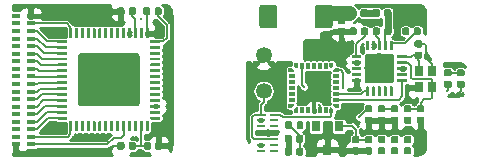
<source format=gtl>
G04 #@! TF.GenerationSoftware,KiCad,Pcbnew,(5.1.4)-1*
G04 #@! TF.CreationDate,2020-12-28T11:58:51+03:00*
G04 #@! TF.ProjectId,main_block,6d61696e-5f62-46c6-9f63-6b2e6b696361,rev?*
G04 #@! TF.SameCoordinates,Original*
G04 #@! TF.FileFunction,Copper,L1,Top*
G04 #@! TF.FilePolarity,Positive*
%FSLAX46Y46*%
G04 Gerber Fmt 4.6, Leading zero omitted, Abs format (unit mm)*
G04 Created by KiCad (PCBNEW (5.1.4)-1) date 2020-12-28 11:58:51*
%MOMM*%
%LPD*%
G04 APERTURE LIST*
%ADD10C,0.100000*%
%ADD11C,1.350000*%
%ADD12R,0.760000X0.380000*%
%ADD13C,1.525000*%
%ADD14C,4.500000*%
%ADD15C,0.250000*%
%ADD16R,0.300000X0.550000*%
%ADD17R,0.550000X0.300000*%
%ADD18R,0.300000X0.350000*%
%ADD19R,0.350000X0.300000*%
%ADD20R,0.800000X0.900000*%
%ADD21R,0.850000X0.280000*%
%ADD22R,0.750000X0.280000*%
%ADD23C,2.500000*%
%ADD24C,0.590000*%
%ADD25C,0.300000*%
%ADD26C,0.150000*%
%ADD27C,1.240000*%
%ADD28C,0.600000*%
%ADD29C,0.200000*%
%ADD30C,0.254000*%
G04 APERTURE END LIST*
D10*
G36*
X54100000Y-29500000D02*
G01*
X54100000Y-29150000D01*
X54250000Y-29000000D01*
X54400000Y-29000000D01*
X54400000Y-29500000D01*
X54100000Y-29500000D01*
G37*
G36*
X53600000Y-29000000D02*
G01*
X53600000Y-28700000D01*
X54100000Y-28700000D01*
X54100000Y-28850000D01*
X53950000Y-29000000D01*
X53600000Y-29000000D01*
G37*
G36*
X54100000Y-26000000D02*
G01*
X54100000Y-25850000D01*
X53950000Y-25700000D01*
X53600000Y-25700000D01*
X53600000Y-26000000D01*
X54100000Y-26000000D01*
G37*
G36*
X54250000Y-25700000D02*
G01*
X54100000Y-25550000D01*
X54100000Y-25200000D01*
X54400000Y-25200000D01*
X54400000Y-25700000D01*
X54250000Y-25700000D01*
G37*
G36*
X57100000Y-25700000D02*
G01*
X57250000Y-25700000D01*
X57400000Y-25550000D01*
X57400000Y-25200000D01*
X57100000Y-25200000D01*
X57100000Y-25700000D01*
G37*
G36*
X57400000Y-25850000D02*
G01*
X57550000Y-25700000D01*
X57900000Y-25700000D01*
X57900000Y-26000000D01*
X57400000Y-26000000D01*
X57400000Y-25850000D01*
G37*
G36*
X57550000Y-29000000D02*
G01*
X57900000Y-29000000D01*
X57900000Y-28700000D01*
X57400000Y-28700000D01*
X57400000Y-28850000D01*
X57550000Y-29000000D01*
G37*
G36*
X57250000Y-29000000D02*
G01*
X57400000Y-29150000D01*
X57400000Y-29500000D01*
X57100000Y-29500000D01*
X57100000Y-29000000D01*
X57250000Y-29000000D01*
G37*
D11*
X51500000Y-27600000D03*
X51500000Y-24600000D03*
D12*
X30530000Y-32130000D03*
X31800000Y-32130000D03*
X30530000Y-31490000D03*
X31800000Y-31490000D03*
X30530000Y-30850000D03*
X31800000Y-30850000D03*
X30530000Y-30210000D03*
X31800000Y-30210000D03*
X30530000Y-29570000D03*
X31800000Y-29570000D03*
X30530000Y-28930000D03*
X31800000Y-28930000D03*
X30530000Y-28290000D03*
X31800000Y-28290000D03*
X30530000Y-27650000D03*
X31800000Y-27650000D03*
X30530000Y-27010000D03*
X31800000Y-27010000D03*
X30530000Y-26370000D03*
X31800000Y-26370000D03*
X30530000Y-25730000D03*
X31800000Y-25730000D03*
X30530000Y-25090000D03*
X31800000Y-25090000D03*
X30530000Y-24450000D03*
X31800000Y-24450000D03*
X30530000Y-23810000D03*
X31800000Y-23810000D03*
X30530000Y-23170000D03*
X31800000Y-23170000D03*
X30530000Y-22530000D03*
X31800000Y-22530000D03*
X30530000Y-21890000D03*
X31800000Y-21890000D03*
X30530000Y-21250000D03*
X31800000Y-21250000D03*
D10*
G36*
X52449414Y-20301204D02*
G01*
X52473692Y-20304806D01*
X52497500Y-20310769D01*
X52520609Y-20319038D01*
X52542796Y-20329531D01*
X52563848Y-20342149D01*
X52583562Y-20356770D01*
X52601747Y-20373253D01*
X52618230Y-20391438D01*
X52632851Y-20411152D01*
X52645469Y-20432204D01*
X52655962Y-20454391D01*
X52664231Y-20477500D01*
X52670194Y-20501308D01*
X52673796Y-20525586D01*
X52675000Y-20550100D01*
X52675000Y-22049900D01*
X52673796Y-22074414D01*
X52670194Y-22098692D01*
X52664231Y-22122500D01*
X52655962Y-22145609D01*
X52645469Y-22167796D01*
X52632851Y-22188848D01*
X52618230Y-22208562D01*
X52601747Y-22226747D01*
X52583562Y-22243230D01*
X52563848Y-22257851D01*
X52542796Y-22270469D01*
X52520609Y-22280962D01*
X52497500Y-22289231D01*
X52473692Y-22295194D01*
X52449414Y-22298796D01*
X52424900Y-22300000D01*
X51400100Y-22300000D01*
X51375586Y-22298796D01*
X51351308Y-22295194D01*
X51327500Y-22289231D01*
X51304391Y-22280962D01*
X51282204Y-22270469D01*
X51261152Y-22257851D01*
X51241438Y-22243230D01*
X51223253Y-22226747D01*
X51206770Y-22208562D01*
X51192149Y-22188848D01*
X51179531Y-22167796D01*
X51169038Y-22145609D01*
X51160769Y-22122500D01*
X51154806Y-22098692D01*
X51151204Y-22074414D01*
X51150000Y-22049900D01*
X51150000Y-20550100D01*
X51151204Y-20525586D01*
X51154806Y-20501308D01*
X51160769Y-20477500D01*
X51169038Y-20454391D01*
X51179531Y-20432204D01*
X51192149Y-20411152D01*
X51206770Y-20391438D01*
X51223253Y-20373253D01*
X51241438Y-20356770D01*
X51261152Y-20342149D01*
X51282204Y-20329531D01*
X51304391Y-20319038D01*
X51327500Y-20310769D01*
X51351308Y-20304806D01*
X51375586Y-20301204D01*
X51400100Y-20300000D01*
X52424900Y-20300000D01*
X52449414Y-20301204D01*
X52449414Y-20301204D01*
G37*
D13*
X51912500Y-21300000D03*
D10*
G36*
X57124414Y-20301204D02*
G01*
X57148692Y-20304806D01*
X57172500Y-20310769D01*
X57195609Y-20319038D01*
X57217796Y-20329531D01*
X57238848Y-20342149D01*
X57258562Y-20356770D01*
X57276747Y-20373253D01*
X57293230Y-20391438D01*
X57307851Y-20411152D01*
X57320469Y-20432204D01*
X57330962Y-20454391D01*
X57339231Y-20477500D01*
X57345194Y-20501308D01*
X57348796Y-20525586D01*
X57350000Y-20550100D01*
X57350000Y-22049900D01*
X57348796Y-22074414D01*
X57345194Y-22098692D01*
X57339231Y-22122500D01*
X57330962Y-22145609D01*
X57320469Y-22167796D01*
X57307851Y-22188848D01*
X57293230Y-22208562D01*
X57276747Y-22226747D01*
X57258562Y-22243230D01*
X57238848Y-22257851D01*
X57217796Y-22270469D01*
X57195609Y-22280962D01*
X57172500Y-22289231D01*
X57148692Y-22295194D01*
X57124414Y-22298796D01*
X57099900Y-22300000D01*
X56075100Y-22300000D01*
X56050586Y-22298796D01*
X56026308Y-22295194D01*
X56002500Y-22289231D01*
X55979391Y-22280962D01*
X55957204Y-22270469D01*
X55936152Y-22257851D01*
X55916438Y-22243230D01*
X55898253Y-22226747D01*
X55881770Y-22208562D01*
X55867149Y-22188848D01*
X55854531Y-22167796D01*
X55844038Y-22145609D01*
X55835769Y-22122500D01*
X55829806Y-22098692D01*
X55826204Y-22074414D01*
X55825000Y-22049900D01*
X55825000Y-20550100D01*
X55826204Y-20525586D01*
X55829806Y-20501308D01*
X55835769Y-20477500D01*
X55844038Y-20454391D01*
X55854531Y-20432204D01*
X55867149Y-20411152D01*
X55881770Y-20391438D01*
X55898253Y-20373253D01*
X55916438Y-20356770D01*
X55936152Y-20342149D01*
X55957204Y-20329531D01*
X55979391Y-20319038D01*
X56002500Y-20310769D01*
X56026308Y-20304806D01*
X56050586Y-20301204D01*
X56075100Y-20300000D01*
X57099900Y-20300000D01*
X57124414Y-20301204D01*
X57124414Y-20301204D01*
G37*
D13*
X56587500Y-21300000D03*
D10*
G36*
X40774502Y-24401204D02*
G01*
X40798771Y-24404804D01*
X40822570Y-24410765D01*
X40845670Y-24419030D01*
X40867848Y-24429520D01*
X40888892Y-24442133D01*
X40908598Y-24456748D01*
X40926776Y-24473224D01*
X40943252Y-24491402D01*
X40957867Y-24511108D01*
X40970480Y-24532152D01*
X40980970Y-24554330D01*
X40989235Y-24577430D01*
X40995196Y-24601229D01*
X40998796Y-24625498D01*
X41000000Y-24650002D01*
X41000000Y-28649998D01*
X40998796Y-28674502D01*
X40995196Y-28698771D01*
X40989235Y-28722570D01*
X40980970Y-28745670D01*
X40970480Y-28767848D01*
X40957867Y-28788892D01*
X40943252Y-28808598D01*
X40926776Y-28826776D01*
X40908598Y-28843252D01*
X40888892Y-28857867D01*
X40867848Y-28870480D01*
X40845670Y-28880970D01*
X40822570Y-28889235D01*
X40798771Y-28895196D01*
X40774502Y-28898796D01*
X40749998Y-28900000D01*
X36050002Y-28900000D01*
X36025498Y-28898796D01*
X36001229Y-28895196D01*
X35977430Y-28889235D01*
X35954330Y-28880970D01*
X35932152Y-28870480D01*
X35911108Y-28857867D01*
X35891402Y-28843252D01*
X35873224Y-28826776D01*
X35856748Y-28808598D01*
X35842133Y-28788892D01*
X35829520Y-28767848D01*
X35819030Y-28745670D01*
X35810765Y-28722570D01*
X35804804Y-28698771D01*
X35801204Y-28674502D01*
X35800000Y-28649998D01*
X35800000Y-24650002D01*
X35801204Y-24625498D01*
X35804804Y-24601229D01*
X35810765Y-24577430D01*
X35819030Y-24554330D01*
X35829520Y-24532152D01*
X35842133Y-24511108D01*
X35856748Y-24491402D01*
X35873224Y-24473224D01*
X35891402Y-24456748D01*
X35911108Y-24442133D01*
X35932152Y-24429520D01*
X35954330Y-24419030D01*
X35977430Y-24410765D01*
X36001229Y-24404804D01*
X36025498Y-24401204D01*
X36050002Y-24400000D01*
X40749998Y-24400000D01*
X40774502Y-24401204D01*
X40774502Y-24401204D01*
G37*
D14*
X38400000Y-26650000D03*
D10*
G36*
X35218626Y-30150301D02*
G01*
X35224693Y-30151201D01*
X35230643Y-30152691D01*
X35236418Y-30154758D01*
X35241962Y-30157380D01*
X35247223Y-30160533D01*
X35252150Y-30164187D01*
X35256694Y-30168306D01*
X35260813Y-30172850D01*
X35264467Y-30177777D01*
X35267620Y-30183038D01*
X35270242Y-30188582D01*
X35272309Y-30194357D01*
X35273799Y-30200307D01*
X35274699Y-30206374D01*
X35275000Y-30212500D01*
X35275000Y-30962500D01*
X35274699Y-30968626D01*
X35273799Y-30974693D01*
X35272309Y-30980643D01*
X35270242Y-30986418D01*
X35267620Y-30991962D01*
X35264467Y-30997223D01*
X35260813Y-31002150D01*
X35256694Y-31006694D01*
X35252150Y-31010813D01*
X35247223Y-31014467D01*
X35241962Y-31017620D01*
X35236418Y-31020242D01*
X35230643Y-31022309D01*
X35224693Y-31023799D01*
X35218626Y-31024699D01*
X35212500Y-31025000D01*
X35087500Y-31025000D01*
X35081374Y-31024699D01*
X35075307Y-31023799D01*
X35069357Y-31022309D01*
X35063582Y-31020242D01*
X35058038Y-31017620D01*
X35052777Y-31014467D01*
X35047850Y-31010813D01*
X35043306Y-31006694D01*
X35039187Y-31002150D01*
X35035533Y-30997223D01*
X35032380Y-30991962D01*
X35029758Y-30986418D01*
X35027691Y-30980643D01*
X35026201Y-30974693D01*
X35025301Y-30968626D01*
X35025000Y-30962500D01*
X35025000Y-30212500D01*
X35025301Y-30206374D01*
X35026201Y-30200307D01*
X35027691Y-30194357D01*
X35029758Y-30188582D01*
X35032380Y-30183038D01*
X35035533Y-30177777D01*
X35039187Y-30172850D01*
X35043306Y-30168306D01*
X35047850Y-30164187D01*
X35052777Y-30160533D01*
X35058038Y-30157380D01*
X35063582Y-30154758D01*
X35069357Y-30152691D01*
X35075307Y-30151201D01*
X35081374Y-30150301D01*
X35087500Y-30150000D01*
X35212500Y-30150000D01*
X35218626Y-30150301D01*
X35218626Y-30150301D01*
G37*
D15*
X35150000Y-30587500D03*
D10*
G36*
X35718626Y-30150301D02*
G01*
X35724693Y-30151201D01*
X35730643Y-30152691D01*
X35736418Y-30154758D01*
X35741962Y-30157380D01*
X35747223Y-30160533D01*
X35752150Y-30164187D01*
X35756694Y-30168306D01*
X35760813Y-30172850D01*
X35764467Y-30177777D01*
X35767620Y-30183038D01*
X35770242Y-30188582D01*
X35772309Y-30194357D01*
X35773799Y-30200307D01*
X35774699Y-30206374D01*
X35775000Y-30212500D01*
X35775000Y-30962500D01*
X35774699Y-30968626D01*
X35773799Y-30974693D01*
X35772309Y-30980643D01*
X35770242Y-30986418D01*
X35767620Y-30991962D01*
X35764467Y-30997223D01*
X35760813Y-31002150D01*
X35756694Y-31006694D01*
X35752150Y-31010813D01*
X35747223Y-31014467D01*
X35741962Y-31017620D01*
X35736418Y-31020242D01*
X35730643Y-31022309D01*
X35724693Y-31023799D01*
X35718626Y-31024699D01*
X35712500Y-31025000D01*
X35587500Y-31025000D01*
X35581374Y-31024699D01*
X35575307Y-31023799D01*
X35569357Y-31022309D01*
X35563582Y-31020242D01*
X35558038Y-31017620D01*
X35552777Y-31014467D01*
X35547850Y-31010813D01*
X35543306Y-31006694D01*
X35539187Y-31002150D01*
X35535533Y-30997223D01*
X35532380Y-30991962D01*
X35529758Y-30986418D01*
X35527691Y-30980643D01*
X35526201Y-30974693D01*
X35525301Y-30968626D01*
X35525000Y-30962500D01*
X35525000Y-30212500D01*
X35525301Y-30206374D01*
X35526201Y-30200307D01*
X35527691Y-30194357D01*
X35529758Y-30188582D01*
X35532380Y-30183038D01*
X35535533Y-30177777D01*
X35539187Y-30172850D01*
X35543306Y-30168306D01*
X35547850Y-30164187D01*
X35552777Y-30160533D01*
X35558038Y-30157380D01*
X35563582Y-30154758D01*
X35569357Y-30152691D01*
X35575307Y-30151201D01*
X35581374Y-30150301D01*
X35587500Y-30150000D01*
X35712500Y-30150000D01*
X35718626Y-30150301D01*
X35718626Y-30150301D01*
G37*
D15*
X35650000Y-30587500D03*
D10*
G36*
X36218626Y-30150301D02*
G01*
X36224693Y-30151201D01*
X36230643Y-30152691D01*
X36236418Y-30154758D01*
X36241962Y-30157380D01*
X36247223Y-30160533D01*
X36252150Y-30164187D01*
X36256694Y-30168306D01*
X36260813Y-30172850D01*
X36264467Y-30177777D01*
X36267620Y-30183038D01*
X36270242Y-30188582D01*
X36272309Y-30194357D01*
X36273799Y-30200307D01*
X36274699Y-30206374D01*
X36275000Y-30212500D01*
X36275000Y-30962500D01*
X36274699Y-30968626D01*
X36273799Y-30974693D01*
X36272309Y-30980643D01*
X36270242Y-30986418D01*
X36267620Y-30991962D01*
X36264467Y-30997223D01*
X36260813Y-31002150D01*
X36256694Y-31006694D01*
X36252150Y-31010813D01*
X36247223Y-31014467D01*
X36241962Y-31017620D01*
X36236418Y-31020242D01*
X36230643Y-31022309D01*
X36224693Y-31023799D01*
X36218626Y-31024699D01*
X36212500Y-31025000D01*
X36087500Y-31025000D01*
X36081374Y-31024699D01*
X36075307Y-31023799D01*
X36069357Y-31022309D01*
X36063582Y-31020242D01*
X36058038Y-31017620D01*
X36052777Y-31014467D01*
X36047850Y-31010813D01*
X36043306Y-31006694D01*
X36039187Y-31002150D01*
X36035533Y-30997223D01*
X36032380Y-30991962D01*
X36029758Y-30986418D01*
X36027691Y-30980643D01*
X36026201Y-30974693D01*
X36025301Y-30968626D01*
X36025000Y-30962500D01*
X36025000Y-30212500D01*
X36025301Y-30206374D01*
X36026201Y-30200307D01*
X36027691Y-30194357D01*
X36029758Y-30188582D01*
X36032380Y-30183038D01*
X36035533Y-30177777D01*
X36039187Y-30172850D01*
X36043306Y-30168306D01*
X36047850Y-30164187D01*
X36052777Y-30160533D01*
X36058038Y-30157380D01*
X36063582Y-30154758D01*
X36069357Y-30152691D01*
X36075307Y-30151201D01*
X36081374Y-30150301D01*
X36087500Y-30150000D01*
X36212500Y-30150000D01*
X36218626Y-30150301D01*
X36218626Y-30150301D01*
G37*
D15*
X36150000Y-30587500D03*
D10*
G36*
X36718626Y-30150301D02*
G01*
X36724693Y-30151201D01*
X36730643Y-30152691D01*
X36736418Y-30154758D01*
X36741962Y-30157380D01*
X36747223Y-30160533D01*
X36752150Y-30164187D01*
X36756694Y-30168306D01*
X36760813Y-30172850D01*
X36764467Y-30177777D01*
X36767620Y-30183038D01*
X36770242Y-30188582D01*
X36772309Y-30194357D01*
X36773799Y-30200307D01*
X36774699Y-30206374D01*
X36775000Y-30212500D01*
X36775000Y-30962500D01*
X36774699Y-30968626D01*
X36773799Y-30974693D01*
X36772309Y-30980643D01*
X36770242Y-30986418D01*
X36767620Y-30991962D01*
X36764467Y-30997223D01*
X36760813Y-31002150D01*
X36756694Y-31006694D01*
X36752150Y-31010813D01*
X36747223Y-31014467D01*
X36741962Y-31017620D01*
X36736418Y-31020242D01*
X36730643Y-31022309D01*
X36724693Y-31023799D01*
X36718626Y-31024699D01*
X36712500Y-31025000D01*
X36587500Y-31025000D01*
X36581374Y-31024699D01*
X36575307Y-31023799D01*
X36569357Y-31022309D01*
X36563582Y-31020242D01*
X36558038Y-31017620D01*
X36552777Y-31014467D01*
X36547850Y-31010813D01*
X36543306Y-31006694D01*
X36539187Y-31002150D01*
X36535533Y-30997223D01*
X36532380Y-30991962D01*
X36529758Y-30986418D01*
X36527691Y-30980643D01*
X36526201Y-30974693D01*
X36525301Y-30968626D01*
X36525000Y-30962500D01*
X36525000Y-30212500D01*
X36525301Y-30206374D01*
X36526201Y-30200307D01*
X36527691Y-30194357D01*
X36529758Y-30188582D01*
X36532380Y-30183038D01*
X36535533Y-30177777D01*
X36539187Y-30172850D01*
X36543306Y-30168306D01*
X36547850Y-30164187D01*
X36552777Y-30160533D01*
X36558038Y-30157380D01*
X36563582Y-30154758D01*
X36569357Y-30152691D01*
X36575307Y-30151201D01*
X36581374Y-30150301D01*
X36587500Y-30150000D01*
X36712500Y-30150000D01*
X36718626Y-30150301D01*
X36718626Y-30150301D01*
G37*
D15*
X36650000Y-30587500D03*
D10*
G36*
X37218626Y-30150301D02*
G01*
X37224693Y-30151201D01*
X37230643Y-30152691D01*
X37236418Y-30154758D01*
X37241962Y-30157380D01*
X37247223Y-30160533D01*
X37252150Y-30164187D01*
X37256694Y-30168306D01*
X37260813Y-30172850D01*
X37264467Y-30177777D01*
X37267620Y-30183038D01*
X37270242Y-30188582D01*
X37272309Y-30194357D01*
X37273799Y-30200307D01*
X37274699Y-30206374D01*
X37275000Y-30212500D01*
X37275000Y-30962500D01*
X37274699Y-30968626D01*
X37273799Y-30974693D01*
X37272309Y-30980643D01*
X37270242Y-30986418D01*
X37267620Y-30991962D01*
X37264467Y-30997223D01*
X37260813Y-31002150D01*
X37256694Y-31006694D01*
X37252150Y-31010813D01*
X37247223Y-31014467D01*
X37241962Y-31017620D01*
X37236418Y-31020242D01*
X37230643Y-31022309D01*
X37224693Y-31023799D01*
X37218626Y-31024699D01*
X37212500Y-31025000D01*
X37087500Y-31025000D01*
X37081374Y-31024699D01*
X37075307Y-31023799D01*
X37069357Y-31022309D01*
X37063582Y-31020242D01*
X37058038Y-31017620D01*
X37052777Y-31014467D01*
X37047850Y-31010813D01*
X37043306Y-31006694D01*
X37039187Y-31002150D01*
X37035533Y-30997223D01*
X37032380Y-30991962D01*
X37029758Y-30986418D01*
X37027691Y-30980643D01*
X37026201Y-30974693D01*
X37025301Y-30968626D01*
X37025000Y-30962500D01*
X37025000Y-30212500D01*
X37025301Y-30206374D01*
X37026201Y-30200307D01*
X37027691Y-30194357D01*
X37029758Y-30188582D01*
X37032380Y-30183038D01*
X37035533Y-30177777D01*
X37039187Y-30172850D01*
X37043306Y-30168306D01*
X37047850Y-30164187D01*
X37052777Y-30160533D01*
X37058038Y-30157380D01*
X37063582Y-30154758D01*
X37069357Y-30152691D01*
X37075307Y-30151201D01*
X37081374Y-30150301D01*
X37087500Y-30150000D01*
X37212500Y-30150000D01*
X37218626Y-30150301D01*
X37218626Y-30150301D01*
G37*
D15*
X37150000Y-30587500D03*
D10*
G36*
X37718626Y-30150301D02*
G01*
X37724693Y-30151201D01*
X37730643Y-30152691D01*
X37736418Y-30154758D01*
X37741962Y-30157380D01*
X37747223Y-30160533D01*
X37752150Y-30164187D01*
X37756694Y-30168306D01*
X37760813Y-30172850D01*
X37764467Y-30177777D01*
X37767620Y-30183038D01*
X37770242Y-30188582D01*
X37772309Y-30194357D01*
X37773799Y-30200307D01*
X37774699Y-30206374D01*
X37775000Y-30212500D01*
X37775000Y-30962500D01*
X37774699Y-30968626D01*
X37773799Y-30974693D01*
X37772309Y-30980643D01*
X37770242Y-30986418D01*
X37767620Y-30991962D01*
X37764467Y-30997223D01*
X37760813Y-31002150D01*
X37756694Y-31006694D01*
X37752150Y-31010813D01*
X37747223Y-31014467D01*
X37741962Y-31017620D01*
X37736418Y-31020242D01*
X37730643Y-31022309D01*
X37724693Y-31023799D01*
X37718626Y-31024699D01*
X37712500Y-31025000D01*
X37587500Y-31025000D01*
X37581374Y-31024699D01*
X37575307Y-31023799D01*
X37569357Y-31022309D01*
X37563582Y-31020242D01*
X37558038Y-31017620D01*
X37552777Y-31014467D01*
X37547850Y-31010813D01*
X37543306Y-31006694D01*
X37539187Y-31002150D01*
X37535533Y-30997223D01*
X37532380Y-30991962D01*
X37529758Y-30986418D01*
X37527691Y-30980643D01*
X37526201Y-30974693D01*
X37525301Y-30968626D01*
X37525000Y-30962500D01*
X37525000Y-30212500D01*
X37525301Y-30206374D01*
X37526201Y-30200307D01*
X37527691Y-30194357D01*
X37529758Y-30188582D01*
X37532380Y-30183038D01*
X37535533Y-30177777D01*
X37539187Y-30172850D01*
X37543306Y-30168306D01*
X37547850Y-30164187D01*
X37552777Y-30160533D01*
X37558038Y-30157380D01*
X37563582Y-30154758D01*
X37569357Y-30152691D01*
X37575307Y-30151201D01*
X37581374Y-30150301D01*
X37587500Y-30150000D01*
X37712500Y-30150000D01*
X37718626Y-30150301D01*
X37718626Y-30150301D01*
G37*
D15*
X37650000Y-30587500D03*
D10*
G36*
X38218626Y-30150301D02*
G01*
X38224693Y-30151201D01*
X38230643Y-30152691D01*
X38236418Y-30154758D01*
X38241962Y-30157380D01*
X38247223Y-30160533D01*
X38252150Y-30164187D01*
X38256694Y-30168306D01*
X38260813Y-30172850D01*
X38264467Y-30177777D01*
X38267620Y-30183038D01*
X38270242Y-30188582D01*
X38272309Y-30194357D01*
X38273799Y-30200307D01*
X38274699Y-30206374D01*
X38275000Y-30212500D01*
X38275000Y-30962500D01*
X38274699Y-30968626D01*
X38273799Y-30974693D01*
X38272309Y-30980643D01*
X38270242Y-30986418D01*
X38267620Y-30991962D01*
X38264467Y-30997223D01*
X38260813Y-31002150D01*
X38256694Y-31006694D01*
X38252150Y-31010813D01*
X38247223Y-31014467D01*
X38241962Y-31017620D01*
X38236418Y-31020242D01*
X38230643Y-31022309D01*
X38224693Y-31023799D01*
X38218626Y-31024699D01*
X38212500Y-31025000D01*
X38087500Y-31025000D01*
X38081374Y-31024699D01*
X38075307Y-31023799D01*
X38069357Y-31022309D01*
X38063582Y-31020242D01*
X38058038Y-31017620D01*
X38052777Y-31014467D01*
X38047850Y-31010813D01*
X38043306Y-31006694D01*
X38039187Y-31002150D01*
X38035533Y-30997223D01*
X38032380Y-30991962D01*
X38029758Y-30986418D01*
X38027691Y-30980643D01*
X38026201Y-30974693D01*
X38025301Y-30968626D01*
X38025000Y-30962500D01*
X38025000Y-30212500D01*
X38025301Y-30206374D01*
X38026201Y-30200307D01*
X38027691Y-30194357D01*
X38029758Y-30188582D01*
X38032380Y-30183038D01*
X38035533Y-30177777D01*
X38039187Y-30172850D01*
X38043306Y-30168306D01*
X38047850Y-30164187D01*
X38052777Y-30160533D01*
X38058038Y-30157380D01*
X38063582Y-30154758D01*
X38069357Y-30152691D01*
X38075307Y-30151201D01*
X38081374Y-30150301D01*
X38087500Y-30150000D01*
X38212500Y-30150000D01*
X38218626Y-30150301D01*
X38218626Y-30150301D01*
G37*
D15*
X38150000Y-30587500D03*
D10*
G36*
X38718626Y-30150301D02*
G01*
X38724693Y-30151201D01*
X38730643Y-30152691D01*
X38736418Y-30154758D01*
X38741962Y-30157380D01*
X38747223Y-30160533D01*
X38752150Y-30164187D01*
X38756694Y-30168306D01*
X38760813Y-30172850D01*
X38764467Y-30177777D01*
X38767620Y-30183038D01*
X38770242Y-30188582D01*
X38772309Y-30194357D01*
X38773799Y-30200307D01*
X38774699Y-30206374D01*
X38775000Y-30212500D01*
X38775000Y-30962500D01*
X38774699Y-30968626D01*
X38773799Y-30974693D01*
X38772309Y-30980643D01*
X38770242Y-30986418D01*
X38767620Y-30991962D01*
X38764467Y-30997223D01*
X38760813Y-31002150D01*
X38756694Y-31006694D01*
X38752150Y-31010813D01*
X38747223Y-31014467D01*
X38741962Y-31017620D01*
X38736418Y-31020242D01*
X38730643Y-31022309D01*
X38724693Y-31023799D01*
X38718626Y-31024699D01*
X38712500Y-31025000D01*
X38587500Y-31025000D01*
X38581374Y-31024699D01*
X38575307Y-31023799D01*
X38569357Y-31022309D01*
X38563582Y-31020242D01*
X38558038Y-31017620D01*
X38552777Y-31014467D01*
X38547850Y-31010813D01*
X38543306Y-31006694D01*
X38539187Y-31002150D01*
X38535533Y-30997223D01*
X38532380Y-30991962D01*
X38529758Y-30986418D01*
X38527691Y-30980643D01*
X38526201Y-30974693D01*
X38525301Y-30968626D01*
X38525000Y-30962500D01*
X38525000Y-30212500D01*
X38525301Y-30206374D01*
X38526201Y-30200307D01*
X38527691Y-30194357D01*
X38529758Y-30188582D01*
X38532380Y-30183038D01*
X38535533Y-30177777D01*
X38539187Y-30172850D01*
X38543306Y-30168306D01*
X38547850Y-30164187D01*
X38552777Y-30160533D01*
X38558038Y-30157380D01*
X38563582Y-30154758D01*
X38569357Y-30152691D01*
X38575307Y-30151201D01*
X38581374Y-30150301D01*
X38587500Y-30150000D01*
X38712500Y-30150000D01*
X38718626Y-30150301D01*
X38718626Y-30150301D01*
G37*
D15*
X38650000Y-30587500D03*
D10*
G36*
X39218626Y-30150301D02*
G01*
X39224693Y-30151201D01*
X39230643Y-30152691D01*
X39236418Y-30154758D01*
X39241962Y-30157380D01*
X39247223Y-30160533D01*
X39252150Y-30164187D01*
X39256694Y-30168306D01*
X39260813Y-30172850D01*
X39264467Y-30177777D01*
X39267620Y-30183038D01*
X39270242Y-30188582D01*
X39272309Y-30194357D01*
X39273799Y-30200307D01*
X39274699Y-30206374D01*
X39275000Y-30212500D01*
X39275000Y-30962500D01*
X39274699Y-30968626D01*
X39273799Y-30974693D01*
X39272309Y-30980643D01*
X39270242Y-30986418D01*
X39267620Y-30991962D01*
X39264467Y-30997223D01*
X39260813Y-31002150D01*
X39256694Y-31006694D01*
X39252150Y-31010813D01*
X39247223Y-31014467D01*
X39241962Y-31017620D01*
X39236418Y-31020242D01*
X39230643Y-31022309D01*
X39224693Y-31023799D01*
X39218626Y-31024699D01*
X39212500Y-31025000D01*
X39087500Y-31025000D01*
X39081374Y-31024699D01*
X39075307Y-31023799D01*
X39069357Y-31022309D01*
X39063582Y-31020242D01*
X39058038Y-31017620D01*
X39052777Y-31014467D01*
X39047850Y-31010813D01*
X39043306Y-31006694D01*
X39039187Y-31002150D01*
X39035533Y-30997223D01*
X39032380Y-30991962D01*
X39029758Y-30986418D01*
X39027691Y-30980643D01*
X39026201Y-30974693D01*
X39025301Y-30968626D01*
X39025000Y-30962500D01*
X39025000Y-30212500D01*
X39025301Y-30206374D01*
X39026201Y-30200307D01*
X39027691Y-30194357D01*
X39029758Y-30188582D01*
X39032380Y-30183038D01*
X39035533Y-30177777D01*
X39039187Y-30172850D01*
X39043306Y-30168306D01*
X39047850Y-30164187D01*
X39052777Y-30160533D01*
X39058038Y-30157380D01*
X39063582Y-30154758D01*
X39069357Y-30152691D01*
X39075307Y-30151201D01*
X39081374Y-30150301D01*
X39087500Y-30150000D01*
X39212500Y-30150000D01*
X39218626Y-30150301D01*
X39218626Y-30150301D01*
G37*
D15*
X39150000Y-30587500D03*
D10*
G36*
X39718626Y-30150301D02*
G01*
X39724693Y-30151201D01*
X39730643Y-30152691D01*
X39736418Y-30154758D01*
X39741962Y-30157380D01*
X39747223Y-30160533D01*
X39752150Y-30164187D01*
X39756694Y-30168306D01*
X39760813Y-30172850D01*
X39764467Y-30177777D01*
X39767620Y-30183038D01*
X39770242Y-30188582D01*
X39772309Y-30194357D01*
X39773799Y-30200307D01*
X39774699Y-30206374D01*
X39775000Y-30212500D01*
X39775000Y-30962500D01*
X39774699Y-30968626D01*
X39773799Y-30974693D01*
X39772309Y-30980643D01*
X39770242Y-30986418D01*
X39767620Y-30991962D01*
X39764467Y-30997223D01*
X39760813Y-31002150D01*
X39756694Y-31006694D01*
X39752150Y-31010813D01*
X39747223Y-31014467D01*
X39741962Y-31017620D01*
X39736418Y-31020242D01*
X39730643Y-31022309D01*
X39724693Y-31023799D01*
X39718626Y-31024699D01*
X39712500Y-31025000D01*
X39587500Y-31025000D01*
X39581374Y-31024699D01*
X39575307Y-31023799D01*
X39569357Y-31022309D01*
X39563582Y-31020242D01*
X39558038Y-31017620D01*
X39552777Y-31014467D01*
X39547850Y-31010813D01*
X39543306Y-31006694D01*
X39539187Y-31002150D01*
X39535533Y-30997223D01*
X39532380Y-30991962D01*
X39529758Y-30986418D01*
X39527691Y-30980643D01*
X39526201Y-30974693D01*
X39525301Y-30968626D01*
X39525000Y-30962500D01*
X39525000Y-30212500D01*
X39525301Y-30206374D01*
X39526201Y-30200307D01*
X39527691Y-30194357D01*
X39529758Y-30188582D01*
X39532380Y-30183038D01*
X39535533Y-30177777D01*
X39539187Y-30172850D01*
X39543306Y-30168306D01*
X39547850Y-30164187D01*
X39552777Y-30160533D01*
X39558038Y-30157380D01*
X39563582Y-30154758D01*
X39569357Y-30152691D01*
X39575307Y-30151201D01*
X39581374Y-30150301D01*
X39587500Y-30150000D01*
X39712500Y-30150000D01*
X39718626Y-30150301D01*
X39718626Y-30150301D01*
G37*
D15*
X39650000Y-30587500D03*
D10*
G36*
X40218626Y-30150301D02*
G01*
X40224693Y-30151201D01*
X40230643Y-30152691D01*
X40236418Y-30154758D01*
X40241962Y-30157380D01*
X40247223Y-30160533D01*
X40252150Y-30164187D01*
X40256694Y-30168306D01*
X40260813Y-30172850D01*
X40264467Y-30177777D01*
X40267620Y-30183038D01*
X40270242Y-30188582D01*
X40272309Y-30194357D01*
X40273799Y-30200307D01*
X40274699Y-30206374D01*
X40275000Y-30212500D01*
X40275000Y-30962500D01*
X40274699Y-30968626D01*
X40273799Y-30974693D01*
X40272309Y-30980643D01*
X40270242Y-30986418D01*
X40267620Y-30991962D01*
X40264467Y-30997223D01*
X40260813Y-31002150D01*
X40256694Y-31006694D01*
X40252150Y-31010813D01*
X40247223Y-31014467D01*
X40241962Y-31017620D01*
X40236418Y-31020242D01*
X40230643Y-31022309D01*
X40224693Y-31023799D01*
X40218626Y-31024699D01*
X40212500Y-31025000D01*
X40087500Y-31025000D01*
X40081374Y-31024699D01*
X40075307Y-31023799D01*
X40069357Y-31022309D01*
X40063582Y-31020242D01*
X40058038Y-31017620D01*
X40052777Y-31014467D01*
X40047850Y-31010813D01*
X40043306Y-31006694D01*
X40039187Y-31002150D01*
X40035533Y-30997223D01*
X40032380Y-30991962D01*
X40029758Y-30986418D01*
X40027691Y-30980643D01*
X40026201Y-30974693D01*
X40025301Y-30968626D01*
X40025000Y-30962500D01*
X40025000Y-30212500D01*
X40025301Y-30206374D01*
X40026201Y-30200307D01*
X40027691Y-30194357D01*
X40029758Y-30188582D01*
X40032380Y-30183038D01*
X40035533Y-30177777D01*
X40039187Y-30172850D01*
X40043306Y-30168306D01*
X40047850Y-30164187D01*
X40052777Y-30160533D01*
X40058038Y-30157380D01*
X40063582Y-30154758D01*
X40069357Y-30152691D01*
X40075307Y-30151201D01*
X40081374Y-30150301D01*
X40087500Y-30150000D01*
X40212500Y-30150000D01*
X40218626Y-30150301D01*
X40218626Y-30150301D01*
G37*
D15*
X40150000Y-30587500D03*
D10*
G36*
X40718626Y-30150301D02*
G01*
X40724693Y-30151201D01*
X40730643Y-30152691D01*
X40736418Y-30154758D01*
X40741962Y-30157380D01*
X40747223Y-30160533D01*
X40752150Y-30164187D01*
X40756694Y-30168306D01*
X40760813Y-30172850D01*
X40764467Y-30177777D01*
X40767620Y-30183038D01*
X40770242Y-30188582D01*
X40772309Y-30194357D01*
X40773799Y-30200307D01*
X40774699Y-30206374D01*
X40775000Y-30212500D01*
X40775000Y-30962500D01*
X40774699Y-30968626D01*
X40773799Y-30974693D01*
X40772309Y-30980643D01*
X40770242Y-30986418D01*
X40767620Y-30991962D01*
X40764467Y-30997223D01*
X40760813Y-31002150D01*
X40756694Y-31006694D01*
X40752150Y-31010813D01*
X40747223Y-31014467D01*
X40741962Y-31017620D01*
X40736418Y-31020242D01*
X40730643Y-31022309D01*
X40724693Y-31023799D01*
X40718626Y-31024699D01*
X40712500Y-31025000D01*
X40587500Y-31025000D01*
X40581374Y-31024699D01*
X40575307Y-31023799D01*
X40569357Y-31022309D01*
X40563582Y-31020242D01*
X40558038Y-31017620D01*
X40552777Y-31014467D01*
X40547850Y-31010813D01*
X40543306Y-31006694D01*
X40539187Y-31002150D01*
X40535533Y-30997223D01*
X40532380Y-30991962D01*
X40529758Y-30986418D01*
X40527691Y-30980643D01*
X40526201Y-30974693D01*
X40525301Y-30968626D01*
X40525000Y-30962500D01*
X40525000Y-30212500D01*
X40525301Y-30206374D01*
X40526201Y-30200307D01*
X40527691Y-30194357D01*
X40529758Y-30188582D01*
X40532380Y-30183038D01*
X40535533Y-30177777D01*
X40539187Y-30172850D01*
X40543306Y-30168306D01*
X40547850Y-30164187D01*
X40552777Y-30160533D01*
X40558038Y-30157380D01*
X40563582Y-30154758D01*
X40569357Y-30152691D01*
X40575307Y-30151201D01*
X40581374Y-30150301D01*
X40587500Y-30150000D01*
X40712500Y-30150000D01*
X40718626Y-30150301D01*
X40718626Y-30150301D01*
G37*
D15*
X40650000Y-30587500D03*
D10*
G36*
X41218626Y-30150301D02*
G01*
X41224693Y-30151201D01*
X41230643Y-30152691D01*
X41236418Y-30154758D01*
X41241962Y-30157380D01*
X41247223Y-30160533D01*
X41252150Y-30164187D01*
X41256694Y-30168306D01*
X41260813Y-30172850D01*
X41264467Y-30177777D01*
X41267620Y-30183038D01*
X41270242Y-30188582D01*
X41272309Y-30194357D01*
X41273799Y-30200307D01*
X41274699Y-30206374D01*
X41275000Y-30212500D01*
X41275000Y-30962500D01*
X41274699Y-30968626D01*
X41273799Y-30974693D01*
X41272309Y-30980643D01*
X41270242Y-30986418D01*
X41267620Y-30991962D01*
X41264467Y-30997223D01*
X41260813Y-31002150D01*
X41256694Y-31006694D01*
X41252150Y-31010813D01*
X41247223Y-31014467D01*
X41241962Y-31017620D01*
X41236418Y-31020242D01*
X41230643Y-31022309D01*
X41224693Y-31023799D01*
X41218626Y-31024699D01*
X41212500Y-31025000D01*
X41087500Y-31025000D01*
X41081374Y-31024699D01*
X41075307Y-31023799D01*
X41069357Y-31022309D01*
X41063582Y-31020242D01*
X41058038Y-31017620D01*
X41052777Y-31014467D01*
X41047850Y-31010813D01*
X41043306Y-31006694D01*
X41039187Y-31002150D01*
X41035533Y-30997223D01*
X41032380Y-30991962D01*
X41029758Y-30986418D01*
X41027691Y-30980643D01*
X41026201Y-30974693D01*
X41025301Y-30968626D01*
X41025000Y-30962500D01*
X41025000Y-30212500D01*
X41025301Y-30206374D01*
X41026201Y-30200307D01*
X41027691Y-30194357D01*
X41029758Y-30188582D01*
X41032380Y-30183038D01*
X41035533Y-30177777D01*
X41039187Y-30172850D01*
X41043306Y-30168306D01*
X41047850Y-30164187D01*
X41052777Y-30160533D01*
X41058038Y-30157380D01*
X41063582Y-30154758D01*
X41069357Y-30152691D01*
X41075307Y-30151201D01*
X41081374Y-30150301D01*
X41087500Y-30150000D01*
X41212500Y-30150000D01*
X41218626Y-30150301D01*
X41218626Y-30150301D01*
G37*
D15*
X41150000Y-30587500D03*
D10*
G36*
X41718626Y-30150301D02*
G01*
X41724693Y-30151201D01*
X41730643Y-30152691D01*
X41736418Y-30154758D01*
X41741962Y-30157380D01*
X41747223Y-30160533D01*
X41752150Y-30164187D01*
X41756694Y-30168306D01*
X41760813Y-30172850D01*
X41764467Y-30177777D01*
X41767620Y-30183038D01*
X41770242Y-30188582D01*
X41772309Y-30194357D01*
X41773799Y-30200307D01*
X41774699Y-30206374D01*
X41775000Y-30212500D01*
X41775000Y-30962500D01*
X41774699Y-30968626D01*
X41773799Y-30974693D01*
X41772309Y-30980643D01*
X41770242Y-30986418D01*
X41767620Y-30991962D01*
X41764467Y-30997223D01*
X41760813Y-31002150D01*
X41756694Y-31006694D01*
X41752150Y-31010813D01*
X41747223Y-31014467D01*
X41741962Y-31017620D01*
X41736418Y-31020242D01*
X41730643Y-31022309D01*
X41724693Y-31023799D01*
X41718626Y-31024699D01*
X41712500Y-31025000D01*
X41587500Y-31025000D01*
X41581374Y-31024699D01*
X41575307Y-31023799D01*
X41569357Y-31022309D01*
X41563582Y-31020242D01*
X41558038Y-31017620D01*
X41552777Y-31014467D01*
X41547850Y-31010813D01*
X41543306Y-31006694D01*
X41539187Y-31002150D01*
X41535533Y-30997223D01*
X41532380Y-30991962D01*
X41529758Y-30986418D01*
X41527691Y-30980643D01*
X41526201Y-30974693D01*
X41525301Y-30968626D01*
X41525000Y-30962500D01*
X41525000Y-30212500D01*
X41525301Y-30206374D01*
X41526201Y-30200307D01*
X41527691Y-30194357D01*
X41529758Y-30188582D01*
X41532380Y-30183038D01*
X41535533Y-30177777D01*
X41539187Y-30172850D01*
X41543306Y-30168306D01*
X41547850Y-30164187D01*
X41552777Y-30160533D01*
X41558038Y-30157380D01*
X41563582Y-30154758D01*
X41569357Y-30152691D01*
X41575307Y-30151201D01*
X41581374Y-30150301D01*
X41587500Y-30150000D01*
X41712500Y-30150000D01*
X41718626Y-30150301D01*
X41718626Y-30150301D01*
G37*
D15*
X41650000Y-30587500D03*
D10*
G36*
X42718626Y-29775301D02*
G01*
X42724693Y-29776201D01*
X42730643Y-29777691D01*
X42736418Y-29779758D01*
X42741962Y-29782380D01*
X42747223Y-29785533D01*
X42752150Y-29789187D01*
X42756694Y-29793306D01*
X42760813Y-29797850D01*
X42764467Y-29802777D01*
X42767620Y-29808038D01*
X42770242Y-29813582D01*
X42772309Y-29819357D01*
X42773799Y-29825307D01*
X42774699Y-29831374D01*
X42775000Y-29837500D01*
X42775000Y-29962500D01*
X42774699Y-29968626D01*
X42773799Y-29974693D01*
X42772309Y-29980643D01*
X42770242Y-29986418D01*
X42767620Y-29991962D01*
X42764467Y-29997223D01*
X42760813Y-30002150D01*
X42756694Y-30006694D01*
X42752150Y-30010813D01*
X42747223Y-30014467D01*
X42741962Y-30017620D01*
X42736418Y-30020242D01*
X42730643Y-30022309D01*
X42724693Y-30023799D01*
X42718626Y-30024699D01*
X42712500Y-30025000D01*
X41962500Y-30025000D01*
X41956374Y-30024699D01*
X41950307Y-30023799D01*
X41944357Y-30022309D01*
X41938582Y-30020242D01*
X41933038Y-30017620D01*
X41927777Y-30014467D01*
X41922850Y-30010813D01*
X41918306Y-30006694D01*
X41914187Y-30002150D01*
X41910533Y-29997223D01*
X41907380Y-29991962D01*
X41904758Y-29986418D01*
X41902691Y-29980643D01*
X41901201Y-29974693D01*
X41900301Y-29968626D01*
X41900000Y-29962500D01*
X41900000Y-29837500D01*
X41900301Y-29831374D01*
X41901201Y-29825307D01*
X41902691Y-29819357D01*
X41904758Y-29813582D01*
X41907380Y-29808038D01*
X41910533Y-29802777D01*
X41914187Y-29797850D01*
X41918306Y-29793306D01*
X41922850Y-29789187D01*
X41927777Y-29785533D01*
X41933038Y-29782380D01*
X41938582Y-29779758D01*
X41944357Y-29777691D01*
X41950307Y-29776201D01*
X41956374Y-29775301D01*
X41962500Y-29775000D01*
X42712500Y-29775000D01*
X42718626Y-29775301D01*
X42718626Y-29775301D01*
G37*
D15*
X42337500Y-29900000D03*
D10*
G36*
X42718626Y-29275301D02*
G01*
X42724693Y-29276201D01*
X42730643Y-29277691D01*
X42736418Y-29279758D01*
X42741962Y-29282380D01*
X42747223Y-29285533D01*
X42752150Y-29289187D01*
X42756694Y-29293306D01*
X42760813Y-29297850D01*
X42764467Y-29302777D01*
X42767620Y-29308038D01*
X42770242Y-29313582D01*
X42772309Y-29319357D01*
X42773799Y-29325307D01*
X42774699Y-29331374D01*
X42775000Y-29337500D01*
X42775000Y-29462500D01*
X42774699Y-29468626D01*
X42773799Y-29474693D01*
X42772309Y-29480643D01*
X42770242Y-29486418D01*
X42767620Y-29491962D01*
X42764467Y-29497223D01*
X42760813Y-29502150D01*
X42756694Y-29506694D01*
X42752150Y-29510813D01*
X42747223Y-29514467D01*
X42741962Y-29517620D01*
X42736418Y-29520242D01*
X42730643Y-29522309D01*
X42724693Y-29523799D01*
X42718626Y-29524699D01*
X42712500Y-29525000D01*
X41962500Y-29525000D01*
X41956374Y-29524699D01*
X41950307Y-29523799D01*
X41944357Y-29522309D01*
X41938582Y-29520242D01*
X41933038Y-29517620D01*
X41927777Y-29514467D01*
X41922850Y-29510813D01*
X41918306Y-29506694D01*
X41914187Y-29502150D01*
X41910533Y-29497223D01*
X41907380Y-29491962D01*
X41904758Y-29486418D01*
X41902691Y-29480643D01*
X41901201Y-29474693D01*
X41900301Y-29468626D01*
X41900000Y-29462500D01*
X41900000Y-29337500D01*
X41900301Y-29331374D01*
X41901201Y-29325307D01*
X41902691Y-29319357D01*
X41904758Y-29313582D01*
X41907380Y-29308038D01*
X41910533Y-29302777D01*
X41914187Y-29297850D01*
X41918306Y-29293306D01*
X41922850Y-29289187D01*
X41927777Y-29285533D01*
X41933038Y-29282380D01*
X41938582Y-29279758D01*
X41944357Y-29277691D01*
X41950307Y-29276201D01*
X41956374Y-29275301D01*
X41962500Y-29275000D01*
X42712500Y-29275000D01*
X42718626Y-29275301D01*
X42718626Y-29275301D01*
G37*
D15*
X42337500Y-29400000D03*
D10*
G36*
X42718626Y-28775301D02*
G01*
X42724693Y-28776201D01*
X42730643Y-28777691D01*
X42736418Y-28779758D01*
X42741962Y-28782380D01*
X42747223Y-28785533D01*
X42752150Y-28789187D01*
X42756694Y-28793306D01*
X42760813Y-28797850D01*
X42764467Y-28802777D01*
X42767620Y-28808038D01*
X42770242Y-28813582D01*
X42772309Y-28819357D01*
X42773799Y-28825307D01*
X42774699Y-28831374D01*
X42775000Y-28837500D01*
X42775000Y-28962500D01*
X42774699Y-28968626D01*
X42773799Y-28974693D01*
X42772309Y-28980643D01*
X42770242Y-28986418D01*
X42767620Y-28991962D01*
X42764467Y-28997223D01*
X42760813Y-29002150D01*
X42756694Y-29006694D01*
X42752150Y-29010813D01*
X42747223Y-29014467D01*
X42741962Y-29017620D01*
X42736418Y-29020242D01*
X42730643Y-29022309D01*
X42724693Y-29023799D01*
X42718626Y-29024699D01*
X42712500Y-29025000D01*
X41962500Y-29025000D01*
X41956374Y-29024699D01*
X41950307Y-29023799D01*
X41944357Y-29022309D01*
X41938582Y-29020242D01*
X41933038Y-29017620D01*
X41927777Y-29014467D01*
X41922850Y-29010813D01*
X41918306Y-29006694D01*
X41914187Y-29002150D01*
X41910533Y-28997223D01*
X41907380Y-28991962D01*
X41904758Y-28986418D01*
X41902691Y-28980643D01*
X41901201Y-28974693D01*
X41900301Y-28968626D01*
X41900000Y-28962500D01*
X41900000Y-28837500D01*
X41900301Y-28831374D01*
X41901201Y-28825307D01*
X41902691Y-28819357D01*
X41904758Y-28813582D01*
X41907380Y-28808038D01*
X41910533Y-28802777D01*
X41914187Y-28797850D01*
X41918306Y-28793306D01*
X41922850Y-28789187D01*
X41927777Y-28785533D01*
X41933038Y-28782380D01*
X41938582Y-28779758D01*
X41944357Y-28777691D01*
X41950307Y-28776201D01*
X41956374Y-28775301D01*
X41962500Y-28775000D01*
X42712500Y-28775000D01*
X42718626Y-28775301D01*
X42718626Y-28775301D01*
G37*
D15*
X42337500Y-28900000D03*
D10*
G36*
X42718626Y-28275301D02*
G01*
X42724693Y-28276201D01*
X42730643Y-28277691D01*
X42736418Y-28279758D01*
X42741962Y-28282380D01*
X42747223Y-28285533D01*
X42752150Y-28289187D01*
X42756694Y-28293306D01*
X42760813Y-28297850D01*
X42764467Y-28302777D01*
X42767620Y-28308038D01*
X42770242Y-28313582D01*
X42772309Y-28319357D01*
X42773799Y-28325307D01*
X42774699Y-28331374D01*
X42775000Y-28337500D01*
X42775000Y-28462500D01*
X42774699Y-28468626D01*
X42773799Y-28474693D01*
X42772309Y-28480643D01*
X42770242Y-28486418D01*
X42767620Y-28491962D01*
X42764467Y-28497223D01*
X42760813Y-28502150D01*
X42756694Y-28506694D01*
X42752150Y-28510813D01*
X42747223Y-28514467D01*
X42741962Y-28517620D01*
X42736418Y-28520242D01*
X42730643Y-28522309D01*
X42724693Y-28523799D01*
X42718626Y-28524699D01*
X42712500Y-28525000D01*
X41962500Y-28525000D01*
X41956374Y-28524699D01*
X41950307Y-28523799D01*
X41944357Y-28522309D01*
X41938582Y-28520242D01*
X41933038Y-28517620D01*
X41927777Y-28514467D01*
X41922850Y-28510813D01*
X41918306Y-28506694D01*
X41914187Y-28502150D01*
X41910533Y-28497223D01*
X41907380Y-28491962D01*
X41904758Y-28486418D01*
X41902691Y-28480643D01*
X41901201Y-28474693D01*
X41900301Y-28468626D01*
X41900000Y-28462500D01*
X41900000Y-28337500D01*
X41900301Y-28331374D01*
X41901201Y-28325307D01*
X41902691Y-28319357D01*
X41904758Y-28313582D01*
X41907380Y-28308038D01*
X41910533Y-28302777D01*
X41914187Y-28297850D01*
X41918306Y-28293306D01*
X41922850Y-28289187D01*
X41927777Y-28285533D01*
X41933038Y-28282380D01*
X41938582Y-28279758D01*
X41944357Y-28277691D01*
X41950307Y-28276201D01*
X41956374Y-28275301D01*
X41962500Y-28275000D01*
X42712500Y-28275000D01*
X42718626Y-28275301D01*
X42718626Y-28275301D01*
G37*
D15*
X42337500Y-28400000D03*
D10*
G36*
X42718626Y-27775301D02*
G01*
X42724693Y-27776201D01*
X42730643Y-27777691D01*
X42736418Y-27779758D01*
X42741962Y-27782380D01*
X42747223Y-27785533D01*
X42752150Y-27789187D01*
X42756694Y-27793306D01*
X42760813Y-27797850D01*
X42764467Y-27802777D01*
X42767620Y-27808038D01*
X42770242Y-27813582D01*
X42772309Y-27819357D01*
X42773799Y-27825307D01*
X42774699Y-27831374D01*
X42775000Y-27837500D01*
X42775000Y-27962500D01*
X42774699Y-27968626D01*
X42773799Y-27974693D01*
X42772309Y-27980643D01*
X42770242Y-27986418D01*
X42767620Y-27991962D01*
X42764467Y-27997223D01*
X42760813Y-28002150D01*
X42756694Y-28006694D01*
X42752150Y-28010813D01*
X42747223Y-28014467D01*
X42741962Y-28017620D01*
X42736418Y-28020242D01*
X42730643Y-28022309D01*
X42724693Y-28023799D01*
X42718626Y-28024699D01*
X42712500Y-28025000D01*
X41962500Y-28025000D01*
X41956374Y-28024699D01*
X41950307Y-28023799D01*
X41944357Y-28022309D01*
X41938582Y-28020242D01*
X41933038Y-28017620D01*
X41927777Y-28014467D01*
X41922850Y-28010813D01*
X41918306Y-28006694D01*
X41914187Y-28002150D01*
X41910533Y-27997223D01*
X41907380Y-27991962D01*
X41904758Y-27986418D01*
X41902691Y-27980643D01*
X41901201Y-27974693D01*
X41900301Y-27968626D01*
X41900000Y-27962500D01*
X41900000Y-27837500D01*
X41900301Y-27831374D01*
X41901201Y-27825307D01*
X41902691Y-27819357D01*
X41904758Y-27813582D01*
X41907380Y-27808038D01*
X41910533Y-27802777D01*
X41914187Y-27797850D01*
X41918306Y-27793306D01*
X41922850Y-27789187D01*
X41927777Y-27785533D01*
X41933038Y-27782380D01*
X41938582Y-27779758D01*
X41944357Y-27777691D01*
X41950307Y-27776201D01*
X41956374Y-27775301D01*
X41962500Y-27775000D01*
X42712500Y-27775000D01*
X42718626Y-27775301D01*
X42718626Y-27775301D01*
G37*
D15*
X42337500Y-27900000D03*
D10*
G36*
X42718626Y-27275301D02*
G01*
X42724693Y-27276201D01*
X42730643Y-27277691D01*
X42736418Y-27279758D01*
X42741962Y-27282380D01*
X42747223Y-27285533D01*
X42752150Y-27289187D01*
X42756694Y-27293306D01*
X42760813Y-27297850D01*
X42764467Y-27302777D01*
X42767620Y-27308038D01*
X42770242Y-27313582D01*
X42772309Y-27319357D01*
X42773799Y-27325307D01*
X42774699Y-27331374D01*
X42775000Y-27337500D01*
X42775000Y-27462500D01*
X42774699Y-27468626D01*
X42773799Y-27474693D01*
X42772309Y-27480643D01*
X42770242Y-27486418D01*
X42767620Y-27491962D01*
X42764467Y-27497223D01*
X42760813Y-27502150D01*
X42756694Y-27506694D01*
X42752150Y-27510813D01*
X42747223Y-27514467D01*
X42741962Y-27517620D01*
X42736418Y-27520242D01*
X42730643Y-27522309D01*
X42724693Y-27523799D01*
X42718626Y-27524699D01*
X42712500Y-27525000D01*
X41962500Y-27525000D01*
X41956374Y-27524699D01*
X41950307Y-27523799D01*
X41944357Y-27522309D01*
X41938582Y-27520242D01*
X41933038Y-27517620D01*
X41927777Y-27514467D01*
X41922850Y-27510813D01*
X41918306Y-27506694D01*
X41914187Y-27502150D01*
X41910533Y-27497223D01*
X41907380Y-27491962D01*
X41904758Y-27486418D01*
X41902691Y-27480643D01*
X41901201Y-27474693D01*
X41900301Y-27468626D01*
X41900000Y-27462500D01*
X41900000Y-27337500D01*
X41900301Y-27331374D01*
X41901201Y-27325307D01*
X41902691Y-27319357D01*
X41904758Y-27313582D01*
X41907380Y-27308038D01*
X41910533Y-27302777D01*
X41914187Y-27297850D01*
X41918306Y-27293306D01*
X41922850Y-27289187D01*
X41927777Y-27285533D01*
X41933038Y-27282380D01*
X41938582Y-27279758D01*
X41944357Y-27277691D01*
X41950307Y-27276201D01*
X41956374Y-27275301D01*
X41962500Y-27275000D01*
X42712500Y-27275000D01*
X42718626Y-27275301D01*
X42718626Y-27275301D01*
G37*
D15*
X42337500Y-27400000D03*
D10*
G36*
X42718626Y-26775301D02*
G01*
X42724693Y-26776201D01*
X42730643Y-26777691D01*
X42736418Y-26779758D01*
X42741962Y-26782380D01*
X42747223Y-26785533D01*
X42752150Y-26789187D01*
X42756694Y-26793306D01*
X42760813Y-26797850D01*
X42764467Y-26802777D01*
X42767620Y-26808038D01*
X42770242Y-26813582D01*
X42772309Y-26819357D01*
X42773799Y-26825307D01*
X42774699Y-26831374D01*
X42775000Y-26837500D01*
X42775000Y-26962500D01*
X42774699Y-26968626D01*
X42773799Y-26974693D01*
X42772309Y-26980643D01*
X42770242Y-26986418D01*
X42767620Y-26991962D01*
X42764467Y-26997223D01*
X42760813Y-27002150D01*
X42756694Y-27006694D01*
X42752150Y-27010813D01*
X42747223Y-27014467D01*
X42741962Y-27017620D01*
X42736418Y-27020242D01*
X42730643Y-27022309D01*
X42724693Y-27023799D01*
X42718626Y-27024699D01*
X42712500Y-27025000D01*
X41962500Y-27025000D01*
X41956374Y-27024699D01*
X41950307Y-27023799D01*
X41944357Y-27022309D01*
X41938582Y-27020242D01*
X41933038Y-27017620D01*
X41927777Y-27014467D01*
X41922850Y-27010813D01*
X41918306Y-27006694D01*
X41914187Y-27002150D01*
X41910533Y-26997223D01*
X41907380Y-26991962D01*
X41904758Y-26986418D01*
X41902691Y-26980643D01*
X41901201Y-26974693D01*
X41900301Y-26968626D01*
X41900000Y-26962500D01*
X41900000Y-26837500D01*
X41900301Y-26831374D01*
X41901201Y-26825307D01*
X41902691Y-26819357D01*
X41904758Y-26813582D01*
X41907380Y-26808038D01*
X41910533Y-26802777D01*
X41914187Y-26797850D01*
X41918306Y-26793306D01*
X41922850Y-26789187D01*
X41927777Y-26785533D01*
X41933038Y-26782380D01*
X41938582Y-26779758D01*
X41944357Y-26777691D01*
X41950307Y-26776201D01*
X41956374Y-26775301D01*
X41962500Y-26775000D01*
X42712500Y-26775000D01*
X42718626Y-26775301D01*
X42718626Y-26775301D01*
G37*
D15*
X42337500Y-26900000D03*
D10*
G36*
X42718626Y-26275301D02*
G01*
X42724693Y-26276201D01*
X42730643Y-26277691D01*
X42736418Y-26279758D01*
X42741962Y-26282380D01*
X42747223Y-26285533D01*
X42752150Y-26289187D01*
X42756694Y-26293306D01*
X42760813Y-26297850D01*
X42764467Y-26302777D01*
X42767620Y-26308038D01*
X42770242Y-26313582D01*
X42772309Y-26319357D01*
X42773799Y-26325307D01*
X42774699Y-26331374D01*
X42775000Y-26337500D01*
X42775000Y-26462500D01*
X42774699Y-26468626D01*
X42773799Y-26474693D01*
X42772309Y-26480643D01*
X42770242Y-26486418D01*
X42767620Y-26491962D01*
X42764467Y-26497223D01*
X42760813Y-26502150D01*
X42756694Y-26506694D01*
X42752150Y-26510813D01*
X42747223Y-26514467D01*
X42741962Y-26517620D01*
X42736418Y-26520242D01*
X42730643Y-26522309D01*
X42724693Y-26523799D01*
X42718626Y-26524699D01*
X42712500Y-26525000D01*
X41962500Y-26525000D01*
X41956374Y-26524699D01*
X41950307Y-26523799D01*
X41944357Y-26522309D01*
X41938582Y-26520242D01*
X41933038Y-26517620D01*
X41927777Y-26514467D01*
X41922850Y-26510813D01*
X41918306Y-26506694D01*
X41914187Y-26502150D01*
X41910533Y-26497223D01*
X41907380Y-26491962D01*
X41904758Y-26486418D01*
X41902691Y-26480643D01*
X41901201Y-26474693D01*
X41900301Y-26468626D01*
X41900000Y-26462500D01*
X41900000Y-26337500D01*
X41900301Y-26331374D01*
X41901201Y-26325307D01*
X41902691Y-26319357D01*
X41904758Y-26313582D01*
X41907380Y-26308038D01*
X41910533Y-26302777D01*
X41914187Y-26297850D01*
X41918306Y-26293306D01*
X41922850Y-26289187D01*
X41927777Y-26285533D01*
X41933038Y-26282380D01*
X41938582Y-26279758D01*
X41944357Y-26277691D01*
X41950307Y-26276201D01*
X41956374Y-26275301D01*
X41962500Y-26275000D01*
X42712500Y-26275000D01*
X42718626Y-26275301D01*
X42718626Y-26275301D01*
G37*
D15*
X42337500Y-26400000D03*
D10*
G36*
X42718626Y-25775301D02*
G01*
X42724693Y-25776201D01*
X42730643Y-25777691D01*
X42736418Y-25779758D01*
X42741962Y-25782380D01*
X42747223Y-25785533D01*
X42752150Y-25789187D01*
X42756694Y-25793306D01*
X42760813Y-25797850D01*
X42764467Y-25802777D01*
X42767620Y-25808038D01*
X42770242Y-25813582D01*
X42772309Y-25819357D01*
X42773799Y-25825307D01*
X42774699Y-25831374D01*
X42775000Y-25837500D01*
X42775000Y-25962500D01*
X42774699Y-25968626D01*
X42773799Y-25974693D01*
X42772309Y-25980643D01*
X42770242Y-25986418D01*
X42767620Y-25991962D01*
X42764467Y-25997223D01*
X42760813Y-26002150D01*
X42756694Y-26006694D01*
X42752150Y-26010813D01*
X42747223Y-26014467D01*
X42741962Y-26017620D01*
X42736418Y-26020242D01*
X42730643Y-26022309D01*
X42724693Y-26023799D01*
X42718626Y-26024699D01*
X42712500Y-26025000D01*
X41962500Y-26025000D01*
X41956374Y-26024699D01*
X41950307Y-26023799D01*
X41944357Y-26022309D01*
X41938582Y-26020242D01*
X41933038Y-26017620D01*
X41927777Y-26014467D01*
X41922850Y-26010813D01*
X41918306Y-26006694D01*
X41914187Y-26002150D01*
X41910533Y-25997223D01*
X41907380Y-25991962D01*
X41904758Y-25986418D01*
X41902691Y-25980643D01*
X41901201Y-25974693D01*
X41900301Y-25968626D01*
X41900000Y-25962500D01*
X41900000Y-25837500D01*
X41900301Y-25831374D01*
X41901201Y-25825307D01*
X41902691Y-25819357D01*
X41904758Y-25813582D01*
X41907380Y-25808038D01*
X41910533Y-25802777D01*
X41914187Y-25797850D01*
X41918306Y-25793306D01*
X41922850Y-25789187D01*
X41927777Y-25785533D01*
X41933038Y-25782380D01*
X41938582Y-25779758D01*
X41944357Y-25777691D01*
X41950307Y-25776201D01*
X41956374Y-25775301D01*
X41962500Y-25775000D01*
X42712500Y-25775000D01*
X42718626Y-25775301D01*
X42718626Y-25775301D01*
G37*
D15*
X42337500Y-25900000D03*
D10*
G36*
X42718626Y-25275301D02*
G01*
X42724693Y-25276201D01*
X42730643Y-25277691D01*
X42736418Y-25279758D01*
X42741962Y-25282380D01*
X42747223Y-25285533D01*
X42752150Y-25289187D01*
X42756694Y-25293306D01*
X42760813Y-25297850D01*
X42764467Y-25302777D01*
X42767620Y-25308038D01*
X42770242Y-25313582D01*
X42772309Y-25319357D01*
X42773799Y-25325307D01*
X42774699Y-25331374D01*
X42775000Y-25337500D01*
X42775000Y-25462500D01*
X42774699Y-25468626D01*
X42773799Y-25474693D01*
X42772309Y-25480643D01*
X42770242Y-25486418D01*
X42767620Y-25491962D01*
X42764467Y-25497223D01*
X42760813Y-25502150D01*
X42756694Y-25506694D01*
X42752150Y-25510813D01*
X42747223Y-25514467D01*
X42741962Y-25517620D01*
X42736418Y-25520242D01*
X42730643Y-25522309D01*
X42724693Y-25523799D01*
X42718626Y-25524699D01*
X42712500Y-25525000D01*
X41962500Y-25525000D01*
X41956374Y-25524699D01*
X41950307Y-25523799D01*
X41944357Y-25522309D01*
X41938582Y-25520242D01*
X41933038Y-25517620D01*
X41927777Y-25514467D01*
X41922850Y-25510813D01*
X41918306Y-25506694D01*
X41914187Y-25502150D01*
X41910533Y-25497223D01*
X41907380Y-25491962D01*
X41904758Y-25486418D01*
X41902691Y-25480643D01*
X41901201Y-25474693D01*
X41900301Y-25468626D01*
X41900000Y-25462500D01*
X41900000Y-25337500D01*
X41900301Y-25331374D01*
X41901201Y-25325307D01*
X41902691Y-25319357D01*
X41904758Y-25313582D01*
X41907380Y-25308038D01*
X41910533Y-25302777D01*
X41914187Y-25297850D01*
X41918306Y-25293306D01*
X41922850Y-25289187D01*
X41927777Y-25285533D01*
X41933038Y-25282380D01*
X41938582Y-25279758D01*
X41944357Y-25277691D01*
X41950307Y-25276201D01*
X41956374Y-25275301D01*
X41962500Y-25275000D01*
X42712500Y-25275000D01*
X42718626Y-25275301D01*
X42718626Y-25275301D01*
G37*
D15*
X42337500Y-25400000D03*
D10*
G36*
X42718626Y-24775301D02*
G01*
X42724693Y-24776201D01*
X42730643Y-24777691D01*
X42736418Y-24779758D01*
X42741962Y-24782380D01*
X42747223Y-24785533D01*
X42752150Y-24789187D01*
X42756694Y-24793306D01*
X42760813Y-24797850D01*
X42764467Y-24802777D01*
X42767620Y-24808038D01*
X42770242Y-24813582D01*
X42772309Y-24819357D01*
X42773799Y-24825307D01*
X42774699Y-24831374D01*
X42775000Y-24837500D01*
X42775000Y-24962500D01*
X42774699Y-24968626D01*
X42773799Y-24974693D01*
X42772309Y-24980643D01*
X42770242Y-24986418D01*
X42767620Y-24991962D01*
X42764467Y-24997223D01*
X42760813Y-25002150D01*
X42756694Y-25006694D01*
X42752150Y-25010813D01*
X42747223Y-25014467D01*
X42741962Y-25017620D01*
X42736418Y-25020242D01*
X42730643Y-25022309D01*
X42724693Y-25023799D01*
X42718626Y-25024699D01*
X42712500Y-25025000D01*
X41962500Y-25025000D01*
X41956374Y-25024699D01*
X41950307Y-25023799D01*
X41944357Y-25022309D01*
X41938582Y-25020242D01*
X41933038Y-25017620D01*
X41927777Y-25014467D01*
X41922850Y-25010813D01*
X41918306Y-25006694D01*
X41914187Y-25002150D01*
X41910533Y-24997223D01*
X41907380Y-24991962D01*
X41904758Y-24986418D01*
X41902691Y-24980643D01*
X41901201Y-24974693D01*
X41900301Y-24968626D01*
X41900000Y-24962500D01*
X41900000Y-24837500D01*
X41900301Y-24831374D01*
X41901201Y-24825307D01*
X41902691Y-24819357D01*
X41904758Y-24813582D01*
X41907380Y-24808038D01*
X41910533Y-24802777D01*
X41914187Y-24797850D01*
X41918306Y-24793306D01*
X41922850Y-24789187D01*
X41927777Y-24785533D01*
X41933038Y-24782380D01*
X41938582Y-24779758D01*
X41944357Y-24777691D01*
X41950307Y-24776201D01*
X41956374Y-24775301D01*
X41962500Y-24775000D01*
X42712500Y-24775000D01*
X42718626Y-24775301D01*
X42718626Y-24775301D01*
G37*
D15*
X42337500Y-24900000D03*
D10*
G36*
X42718626Y-24275301D02*
G01*
X42724693Y-24276201D01*
X42730643Y-24277691D01*
X42736418Y-24279758D01*
X42741962Y-24282380D01*
X42747223Y-24285533D01*
X42752150Y-24289187D01*
X42756694Y-24293306D01*
X42760813Y-24297850D01*
X42764467Y-24302777D01*
X42767620Y-24308038D01*
X42770242Y-24313582D01*
X42772309Y-24319357D01*
X42773799Y-24325307D01*
X42774699Y-24331374D01*
X42775000Y-24337500D01*
X42775000Y-24462500D01*
X42774699Y-24468626D01*
X42773799Y-24474693D01*
X42772309Y-24480643D01*
X42770242Y-24486418D01*
X42767620Y-24491962D01*
X42764467Y-24497223D01*
X42760813Y-24502150D01*
X42756694Y-24506694D01*
X42752150Y-24510813D01*
X42747223Y-24514467D01*
X42741962Y-24517620D01*
X42736418Y-24520242D01*
X42730643Y-24522309D01*
X42724693Y-24523799D01*
X42718626Y-24524699D01*
X42712500Y-24525000D01*
X41962500Y-24525000D01*
X41956374Y-24524699D01*
X41950307Y-24523799D01*
X41944357Y-24522309D01*
X41938582Y-24520242D01*
X41933038Y-24517620D01*
X41927777Y-24514467D01*
X41922850Y-24510813D01*
X41918306Y-24506694D01*
X41914187Y-24502150D01*
X41910533Y-24497223D01*
X41907380Y-24491962D01*
X41904758Y-24486418D01*
X41902691Y-24480643D01*
X41901201Y-24474693D01*
X41900301Y-24468626D01*
X41900000Y-24462500D01*
X41900000Y-24337500D01*
X41900301Y-24331374D01*
X41901201Y-24325307D01*
X41902691Y-24319357D01*
X41904758Y-24313582D01*
X41907380Y-24308038D01*
X41910533Y-24302777D01*
X41914187Y-24297850D01*
X41918306Y-24293306D01*
X41922850Y-24289187D01*
X41927777Y-24285533D01*
X41933038Y-24282380D01*
X41938582Y-24279758D01*
X41944357Y-24277691D01*
X41950307Y-24276201D01*
X41956374Y-24275301D01*
X41962500Y-24275000D01*
X42712500Y-24275000D01*
X42718626Y-24275301D01*
X42718626Y-24275301D01*
G37*
D15*
X42337500Y-24400000D03*
D10*
G36*
X42718626Y-23775301D02*
G01*
X42724693Y-23776201D01*
X42730643Y-23777691D01*
X42736418Y-23779758D01*
X42741962Y-23782380D01*
X42747223Y-23785533D01*
X42752150Y-23789187D01*
X42756694Y-23793306D01*
X42760813Y-23797850D01*
X42764467Y-23802777D01*
X42767620Y-23808038D01*
X42770242Y-23813582D01*
X42772309Y-23819357D01*
X42773799Y-23825307D01*
X42774699Y-23831374D01*
X42775000Y-23837500D01*
X42775000Y-23962500D01*
X42774699Y-23968626D01*
X42773799Y-23974693D01*
X42772309Y-23980643D01*
X42770242Y-23986418D01*
X42767620Y-23991962D01*
X42764467Y-23997223D01*
X42760813Y-24002150D01*
X42756694Y-24006694D01*
X42752150Y-24010813D01*
X42747223Y-24014467D01*
X42741962Y-24017620D01*
X42736418Y-24020242D01*
X42730643Y-24022309D01*
X42724693Y-24023799D01*
X42718626Y-24024699D01*
X42712500Y-24025000D01*
X41962500Y-24025000D01*
X41956374Y-24024699D01*
X41950307Y-24023799D01*
X41944357Y-24022309D01*
X41938582Y-24020242D01*
X41933038Y-24017620D01*
X41927777Y-24014467D01*
X41922850Y-24010813D01*
X41918306Y-24006694D01*
X41914187Y-24002150D01*
X41910533Y-23997223D01*
X41907380Y-23991962D01*
X41904758Y-23986418D01*
X41902691Y-23980643D01*
X41901201Y-23974693D01*
X41900301Y-23968626D01*
X41900000Y-23962500D01*
X41900000Y-23837500D01*
X41900301Y-23831374D01*
X41901201Y-23825307D01*
X41902691Y-23819357D01*
X41904758Y-23813582D01*
X41907380Y-23808038D01*
X41910533Y-23802777D01*
X41914187Y-23797850D01*
X41918306Y-23793306D01*
X41922850Y-23789187D01*
X41927777Y-23785533D01*
X41933038Y-23782380D01*
X41938582Y-23779758D01*
X41944357Y-23777691D01*
X41950307Y-23776201D01*
X41956374Y-23775301D01*
X41962500Y-23775000D01*
X42712500Y-23775000D01*
X42718626Y-23775301D01*
X42718626Y-23775301D01*
G37*
D15*
X42337500Y-23900000D03*
D10*
G36*
X42718626Y-23275301D02*
G01*
X42724693Y-23276201D01*
X42730643Y-23277691D01*
X42736418Y-23279758D01*
X42741962Y-23282380D01*
X42747223Y-23285533D01*
X42752150Y-23289187D01*
X42756694Y-23293306D01*
X42760813Y-23297850D01*
X42764467Y-23302777D01*
X42767620Y-23308038D01*
X42770242Y-23313582D01*
X42772309Y-23319357D01*
X42773799Y-23325307D01*
X42774699Y-23331374D01*
X42775000Y-23337500D01*
X42775000Y-23462500D01*
X42774699Y-23468626D01*
X42773799Y-23474693D01*
X42772309Y-23480643D01*
X42770242Y-23486418D01*
X42767620Y-23491962D01*
X42764467Y-23497223D01*
X42760813Y-23502150D01*
X42756694Y-23506694D01*
X42752150Y-23510813D01*
X42747223Y-23514467D01*
X42741962Y-23517620D01*
X42736418Y-23520242D01*
X42730643Y-23522309D01*
X42724693Y-23523799D01*
X42718626Y-23524699D01*
X42712500Y-23525000D01*
X41962500Y-23525000D01*
X41956374Y-23524699D01*
X41950307Y-23523799D01*
X41944357Y-23522309D01*
X41938582Y-23520242D01*
X41933038Y-23517620D01*
X41927777Y-23514467D01*
X41922850Y-23510813D01*
X41918306Y-23506694D01*
X41914187Y-23502150D01*
X41910533Y-23497223D01*
X41907380Y-23491962D01*
X41904758Y-23486418D01*
X41902691Y-23480643D01*
X41901201Y-23474693D01*
X41900301Y-23468626D01*
X41900000Y-23462500D01*
X41900000Y-23337500D01*
X41900301Y-23331374D01*
X41901201Y-23325307D01*
X41902691Y-23319357D01*
X41904758Y-23313582D01*
X41907380Y-23308038D01*
X41910533Y-23302777D01*
X41914187Y-23297850D01*
X41918306Y-23293306D01*
X41922850Y-23289187D01*
X41927777Y-23285533D01*
X41933038Y-23282380D01*
X41938582Y-23279758D01*
X41944357Y-23277691D01*
X41950307Y-23276201D01*
X41956374Y-23275301D01*
X41962500Y-23275000D01*
X42712500Y-23275000D01*
X42718626Y-23275301D01*
X42718626Y-23275301D01*
G37*
D15*
X42337500Y-23400000D03*
D10*
G36*
X41718626Y-22275301D02*
G01*
X41724693Y-22276201D01*
X41730643Y-22277691D01*
X41736418Y-22279758D01*
X41741962Y-22282380D01*
X41747223Y-22285533D01*
X41752150Y-22289187D01*
X41756694Y-22293306D01*
X41760813Y-22297850D01*
X41764467Y-22302777D01*
X41767620Y-22308038D01*
X41770242Y-22313582D01*
X41772309Y-22319357D01*
X41773799Y-22325307D01*
X41774699Y-22331374D01*
X41775000Y-22337500D01*
X41775000Y-23087500D01*
X41774699Y-23093626D01*
X41773799Y-23099693D01*
X41772309Y-23105643D01*
X41770242Y-23111418D01*
X41767620Y-23116962D01*
X41764467Y-23122223D01*
X41760813Y-23127150D01*
X41756694Y-23131694D01*
X41752150Y-23135813D01*
X41747223Y-23139467D01*
X41741962Y-23142620D01*
X41736418Y-23145242D01*
X41730643Y-23147309D01*
X41724693Y-23148799D01*
X41718626Y-23149699D01*
X41712500Y-23150000D01*
X41587500Y-23150000D01*
X41581374Y-23149699D01*
X41575307Y-23148799D01*
X41569357Y-23147309D01*
X41563582Y-23145242D01*
X41558038Y-23142620D01*
X41552777Y-23139467D01*
X41547850Y-23135813D01*
X41543306Y-23131694D01*
X41539187Y-23127150D01*
X41535533Y-23122223D01*
X41532380Y-23116962D01*
X41529758Y-23111418D01*
X41527691Y-23105643D01*
X41526201Y-23099693D01*
X41525301Y-23093626D01*
X41525000Y-23087500D01*
X41525000Y-22337500D01*
X41525301Y-22331374D01*
X41526201Y-22325307D01*
X41527691Y-22319357D01*
X41529758Y-22313582D01*
X41532380Y-22308038D01*
X41535533Y-22302777D01*
X41539187Y-22297850D01*
X41543306Y-22293306D01*
X41547850Y-22289187D01*
X41552777Y-22285533D01*
X41558038Y-22282380D01*
X41563582Y-22279758D01*
X41569357Y-22277691D01*
X41575307Y-22276201D01*
X41581374Y-22275301D01*
X41587500Y-22275000D01*
X41712500Y-22275000D01*
X41718626Y-22275301D01*
X41718626Y-22275301D01*
G37*
D15*
X41650000Y-22712500D03*
D10*
G36*
X41218626Y-22275301D02*
G01*
X41224693Y-22276201D01*
X41230643Y-22277691D01*
X41236418Y-22279758D01*
X41241962Y-22282380D01*
X41247223Y-22285533D01*
X41252150Y-22289187D01*
X41256694Y-22293306D01*
X41260813Y-22297850D01*
X41264467Y-22302777D01*
X41267620Y-22308038D01*
X41270242Y-22313582D01*
X41272309Y-22319357D01*
X41273799Y-22325307D01*
X41274699Y-22331374D01*
X41275000Y-22337500D01*
X41275000Y-23087500D01*
X41274699Y-23093626D01*
X41273799Y-23099693D01*
X41272309Y-23105643D01*
X41270242Y-23111418D01*
X41267620Y-23116962D01*
X41264467Y-23122223D01*
X41260813Y-23127150D01*
X41256694Y-23131694D01*
X41252150Y-23135813D01*
X41247223Y-23139467D01*
X41241962Y-23142620D01*
X41236418Y-23145242D01*
X41230643Y-23147309D01*
X41224693Y-23148799D01*
X41218626Y-23149699D01*
X41212500Y-23150000D01*
X41087500Y-23150000D01*
X41081374Y-23149699D01*
X41075307Y-23148799D01*
X41069357Y-23147309D01*
X41063582Y-23145242D01*
X41058038Y-23142620D01*
X41052777Y-23139467D01*
X41047850Y-23135813D01*
X41043306Y-23131694D01*
X41039187Y-23127150D01*
X41035533Y-23122223D01*
X41032380Y-23116962D01*
X41029758Y-23111418D01*
X41027691Y-23105643D01*
X41026201Y-23099693D01*
X41025301Y-23093626D01*
X41025000Y-23087500D01*
X41025000Y-22337500D01*
X41025301Y-22331374D01*
X41026201Y-22325307D01*
X41027691Y-22319357D01*
X41029758Y-22313582D01*
X41032380Y-22308038D01*
X41035533Y-22302777D01*
X41039187Y-22297850D01*
X41043306Y-22293306D01*
X41047850Y-22289187D01*
X41052777Y-22285533D01*
X41058038Y-22282380D01*
X41063582Y-22279758D01*
X41069357Y-22277691D01*
X41075307Y-22276201D01*
X41081374Y-22275301D01*
X41087500Y-22275000D01*
X41212500Y-22275000D01*
X41218626Y-22275301D01*
X41218626Y-22275301D01*
G37*
D15*
X41150000Y-22712500D03*
D10*
G36*
X40718626Y-22275301D02*
G01*
X40724693Y-22276201D01*
X40730643Y-22277691D01*
X40736418Y-22279758D01*
X40741962Y-22282380D01*
X40747223Y-22285533D01*
X40752150Y-22289187D01*
X40756694Y-22293306D01*
X40760813Y-22297850D01*
X40764467Y-22302777D01*
X40767620Y-22308038D01*
X40770242Y-22313582D01*
X40772309Y-22319357D01*
X40773799Y-22325307D01*
X40774699Y-22331374D01*
X40775000Y-22337500D01*
X40775000Y-23087500D01*
X40774699Y-23093626D01*
X40773799Y-23099693D01*
X40772309Y-23105643D01*
X40770242Y-23111418D01*
X40767620Y-23116962D01*
X40764467Y-23122223D01*
X40760813Y-23127150D01*
X40756694Y-23131694D01*
X40752150Y-23135813D01*
X40747223Y-23139467D01*
X40741962Y-23142620D01*
X40736418Y-23145242D01*
X40730643Y-23147309D01*
X40724693Y-23148799D01*
X40718626Y-23149699D01*
X40712500Y-23150000D01*
X40587500Y-23150000D01*
X40581374Y-23149699D01*
X40575307Y-23148799D01*
X40569357Y-23147309D01*
X40563582Y-23145242D01*
X40558038Y-23142620D01*
X40552777Y-23139467D01*
X40547850Y-23135813D01*
X40543306Y-23131694D01*
X40539187Y-23127150D01*
X40535533Y-23122223D01*
X40532380Y-23116962D01*
X40529758Y-23111418D01*
X40527691Y-23105643D01*
X40526201Y-23099693D01*
X40525301Y-23093626D01*
X40525000Y-23087500D01*
X40525000Y-22337500D01*
X40525301Y-22331374D01*
X40526201Y-22325307D01*
X40527691Y-22319357D01*
X40529758Y-22313582D01*
X40532380Y-22308038D01*
X40535533Y-22302777D01*
X40539187Y-22297850D01*
X40543306Y-22293306D01*
X40547850Y-22289187D01*
X40552777Y-22285533D01*
X40558038Y-22282380D01*
X40563582Y-22279758D01*
X40569357Y-22277691D01*
X40575307Y-22276201D01*
X40581374Y-22275301D01*
X40587500Y-22275000D01*
X40712500Y-22275000D01*
X40718626Y-22275301D01*
X40718626Y-22275301D01*
G37*
D15*
X40650000Y-22712500D03*
D10*
G36*
X40218626Y-22275301D02*
G01*
X40224693Y-22276201D01*
X40230643Y-22277691D01*
X40236418Y-22279758D01*
X40241962Y-22282380D01*
X40247223Y-22285533D01*
X40252150Y-22289187D01*
X40256694Y-22293306D01*
X40260813Y-22297850D01*
X40264467Y-22302777D01*
X40267620Y-22308038D01*
X40270242Y-22313582D01*
X40272309Y-22319357D01*
X40273799Y-22325307D01*
X40274699Y-22331374D01*
X40275000Y-22337500D01*
X40275000Y-23087500D01*
X40274699Y-23093626D01*
X40273799Y-23099693D01*
X40272309Y-23105643D01*
X40270242Y-23111418D01*
X40267620Y-23116962D01*
X40264467Y-23122223D01*
X40260813Y-23127150D01*
X40256694Y-23131694D01*
X40252150Y-23135813D01*
X40247223Y-23139467D01*
X40241962Y-23142620D01*
X40236418Y-23145242D01*
X40230643Y-23147309D01*
X40224693Y-23148799D01*
X40218626Y-23149699D01*
X40212500Y-23150000D01*
X40087500Y-23150000D01*
X40081374Y-23149699D01*
X40075307Y-23148799D01*
X40069357Y-23147309D01*
X40063582Y-23145242D01*
X40058038Y-23142620D01*
X40052777Y-23139467D01*
X40047850Y-23135813D01*
X40043306Y-23131694D01*
X40039187Y-23127150D01*
X40035533Y-23122223D01*
X40032380Y-23116962D01*
X40029758Y-23111418D01*
X40027691Y-23105643D01*
X40026201Y-23099693D01*
X40025301Y-23093626D01*
X40025000Y-23087500D01*
X40025000Y-22337500D01*
X40025301Y-22331374D01*
X40026201Y-22325307D01*
X40027691Y-22319357D01*
X40029758Y-22313582D01*
X40032380Y-22308038D01*
X40035533Y-22302777D01*
X40039187Y-22297850D01*
X40043306Y-22293306D01*
X40047850Y-22289187D01*
X40052777Y-22285533D01*
X40058038Y-22282380D01*
X40063582Y-22279758D01*
X40069357Y-22277691D01*
X40075307Y-22276201D01*
X40081374Y-22275301D01*
X40087500Y-22275000D01*
X40212500Y-22275000D01*
X40218626Y-22275301D01*
X40218626Y-22275301D01*
G37*
D15*
X40150000Y-22712500D03*
D10*
G36*
X39718626Y-22275301D02*
G01*
X39724693Y-22276201D01*
X39730643Y-22277691D01*
X39736418Y-22279758D01*
X39741962Y-22282380D01*
X39747223Y-22285533D01*
X39752150Y-22289187D01*
X39756694Y-22293306D01*
X39760813Y-22297850D01*
X39764467Y-22302777D01*
X39767620Y-22308038D01*
X39770242Y-22313582D01*
X39772309Y-22319357D01*
X39773799Y-22325307D01*
X39774699Y-22331374D01*
X39775000Y-22337500D01*
X39775000Y-23087500D01*
X39774699Y-23093626D01*
X39773799Y-23099693D01*
X39772309Y-23105643D01*
X39770242Y-23111418D01*
X39767620Y-23116962D01*
X39764467Y-23122223D01*
X39760813Y-23127150D01*
X39756694Y-23131694D01*
X39752150Y-23135813D01*
X39747223Y-23139467D01*
X39741962Y-23142620D01*
X39736418Y-23145242D01*
X39730643Y-23147309D01*
X39724693Y-23148799D01*
X39718626Y-23149699D01*
X39712500Y-23150000D01*
X39587500Y-23150000D01*
X39581374Y-23149699D01*
X39575307Y-23148799D01*
X39569357Y-23147309D01*
X39563582Y-23145242D01*
X39558038Y-23142620D01*
X39552777Y-23139467D01*
X39547850Y-23135813D01*
X39543306Y-23131694D01*
X39539187Y-23127150D01*
X39535533Y-23122223D01*
X39532380Y-23116962D01*
X39529758Y-23111418D01*
X39527691Y-23105643D01*
X39526201Y-23099693D01*
X39525301Y-23093626D01*
X39525000Y-23087500D01*
X39525000Y-22337500D01*
X39525301Y-22331374D01*
X39526201Y-22325307D01*
X39527691Y-22319357D01*
X39529758Y-22313582D01*
X39532380Y-22308038D01*
X39535533Y-22302777D01*
X39539187Y-22297850D01*
X39543306Y-22293306D01*
X39547850Y-22289187D01*
X39552777Y-22285533D01*
X39558038Y-22282380D01*
X39563582Y-22279758D01*
X39569357Y-22277691D01*
X39575307Y-22276201D01*
X39581374Y-22275301D01*
X39587500Y-22275000D01*
X39712500Y-22275000D01*
X39718626Y-22275301D01*
X39718626Y-22275301D01*
G37*
D15*
X39650000Y-22712500D03*
D10*
G36*
X39218626Y-22275301D02*
G01*
X39224693Y-22276201D01*
X39230643Y-22277691D01*
X39236418Y-22279758D01*
X39241962Y-22282380D01*
X39247223Y-22285533D01*
X39252150Y-22289187D01*
X39256694Y-22293306D01*
X39260813Y-22297850D01*
X39264467Y-22302777D01*
X39267620Y-22308038D01*
X39270242Y-22313582D01*
X39272309Y-22319357D01*
X39273799Y-22325307D01*
X39274699Y-22331374D01*
X39275000Y-22337500D01*
X39275000Y-23087500D01*
X39274699Y-23093626D01*
X39273799Y-23099693D01*
X39272309Y-23105643D01*
X39270242Y-23111418D01*
X39267620Y-23116962D01*
X39264467Y-23122223D01*
X39260813Y-23127150D01*
X39256694Y-23131694D01*
X39252150Y-23135813D01*
X39247223Y-23139467D01*
X39241962Y-23142620D01*
X39236418Y-23145242D01*
X39230643Y-23147309D01*
X39224693Y-23148799D01*
X39218626Y-23149699D01*
X39212500Y-23150000D01*
X39087500Y-23150000D01*
X39081374Y-23149699D01*
X39075307Y-23148799D01*
X39069357Y-23147309D01*
X39063582Y-23145242D01*
X39058038Y-23142620D01*
X39052777Y-23139467D01*
X39047850Y-23135813D01*
X39043306Y-23131694D01*
X39039187Y-23127150D01*
X39035533Y-23122223D01*
X39032380Y-23116962D01*
X39029758Y-23111418D01*
X39027691Y-23105643D01*
X39026201Y-23099693D01*
X39025301Y-23093626D01*
X39025000Y-23087500D01*
X39025000Y-22337500D01*
X39025301Y-22331374D01*
X39026201Y-22325307D01*
X39027691Y-22319357D01*
X39029758Y-22313582D01*
X39032380Y-22308038D01*
X39035533Y-22302777D01*
X39039187Y-22297850D01*
X39043306Y-22293306D01*
X39047850Y-22289187D01*
X39052777Y-22285533D01*
X39058038Y-22282380D01*
X39063582Y-22279758D01*
X39069357Y-22277691D01*
X39075307Y-22276201D01*
X39081374Y-22275301D01*
X39087500Y-22275000D01*
X39212500Y-22275000D01*
X39218626Y-22275301D01*
X39218626Y-22275301D01*
G37*
D15*
X39150000Y-22712500D03*
D10*
G36*
X38718626Y-22275301D02*
G01*
X38724693Y-22276201D01*
X38730643Y-22277691D01*
X38736418Y-22279758D01*
X38741962Y-22282380D01*
X38747223Y-22285533D01*
X38752150Y-22289187D01*
X38756694Y-22293306D01*
X38760813Y-22297850D01*
X38764467Y-22302777D01*
X38767620Y-22308038D01*
X38770242Y-22313582D01*
X38772309Y-22319357D01*
X38773799Y-22325307D01*
X38774699Y-22331374D01*
X38775000Y-22337500D01*
X38775000Y-23087500D01*
X38774699Y-23093626D01*
X38773799Y-23099693D01*
X38772309Y-23105643D01*
X38770242Y-23111418D01*
X38767620Y-23116962D01*
X38764467Y-23122223D01*
X38760813Y-23127150D01*
X38756694Y-23131694D01*
X38752150Y-23135813D01*
X38747223Y-23139467D01*
X38741962Y-23142620D01*
X38736418Y-23145242D01*
X38730643Y-23147309D01*
X38724693Y-23148799D01*
X38718626Y-23149699D01*
X38712500Y-23150000D01*
X38587500Y-23150000D01*
X38581374Y-23149699D01*
X38575307Y-23148799D01*
X38569357Y-23147309D01*
X38563582Y-23145242D01*
X38558038Y-23142620D01*
X38552777Y-23139467D01*
X38547850Y-23135813D01*
X38543306Y-23131694D01*
X38539187Y-23127150D01*
X38535533Y-23122223D01*
X38532380Y-23116962D01*
X38529758Y-23111418D01*
X38527691Y-23105643D01*
X38526201Y-23099693D01*
X38525301Y-23093626D01*
X38525000Y-23087500D01*
X38525000Y-22337500D01*
X38525301Y-22331374D01*
X38526201Y-22325307D01*
X38527691Y-22319357D01*
X38529758Y-22313582D01*
X38532380Y-22308038D01*
X38535533Y-22302777D01*
X38539187Y-22297850D01*
X38543306Y-22293306D01*
X38547850Y-22289187D01*
X38552777Y-22285533D01*
X38558038Y-22282380D01*
X38563582Y-22279758D01*
X38569357Y-22277691D01*
X38575307Y-22276201D01*
X38581374Y-22275301D01*
X38587500Y-22275000D01*
X38712500Y-22275000D01*
X38718626Y-22275301D01*
X38718626Y-22275301D01*
G37*
D15*
X38650000Y-22712500D03*
D10*
G36*
X38218626Y-22275301D02*
G01*
X38224693Y-22276201D01*
X38230643Y-22277691D01*
X38236418Y-22279758D01*
X38241962Y-22282380D01*
X38247223Y-22285533D01*
X38252150Y-22289187D01*
X38256694Y-22293306D01*
X38260813Y-22297850D01*
X38264467Y-22302777D01*
X38267620Y-22308038D01*
X38270242Y-22313582D01*
X38272309Y-22319357D01*
X38273799Y-22325307D01*
X38274699Y-22331374D01*
X38275000Y-22337500D01*
X38275000Y-23087500D01*
X38274699Y-23093626D01*
X38273799Y-23099693D01*
X38272309Y-23105643D01*
X38270242Y-23111418D01*
X38267620Y-23116962D01*
X38264467Y-23122223D01*
X38260813Y-23127150D01*
X38256694Y-23131694D01*
X38252150Y-23135813D01*
X38247223Y-23139467D01*
X38241962Y-23142620D01*
X38236418Y-23145242D01*
X38230643Y-23147309D01*
X38224693Y-23148799D01*
X38218626Y-23149699D01*
X38212500Y-23150000D01*
X38087500Y-23150000D01*
X38081374Y-23149699D01*
X38075307Y-23148799D01*
X38069357Y-23147309D01*
X38063582Y-23145242D01*
X38058038Y-23142620D01*
X38052777Y-23139467D01*
X38047850Y-23135813D01*
X38043306Y-23131694D01*
X38039187Y-23127150D01*
X38035533Y-23122223D01*
X38032380Y-23116962D01*
X38029758Y-23111418D01*
X38027691Y-23105643D01*
X38026201Y-23099693D01*
X38025301Y-23093626D01*
X38025000Y-23087500D01*
X38025000Y-22337500D01*
X38025301Y-22331374D01*
X38026201Y-22325307D01*
X38027691Y-22319357D01*
X38029758Y-22313582D01*
X38032380Y-22308038D01*
X38035533Y-22302777D01*
X38039187Y-22297850D01*
X38043306Y-22293306D01*
X38047850Y-22289187D01*
X38052777Y-22285533D01*
X38058038Y-22282380D01*
X38063582Y-22279758D01*
X38069357Y-22277691D01*
X38075307Y-22276201D01*
X38081374Y-22275301D01*
X38087500Y-22275000D01*
X38212500Y-22275000D01*
X38218626Y-22275301D01*
X38218626Y-22275301D01*
G37*
D15*
X38150000Y-22712500D03*
D10*
G36*
X37718626Y-22275301D02*
G01*
X37724693Y-22276201D01*
X37730643Y-22277691D01*
X37736418Y-22279758D01*
X37741962Y-22282380D01*
X37747223Y-22285533D01*
X37752150Y-22289187D01*
X37756694Y-22293306D01*
X37760813Y-22297850D01*
X37764467Y-22302777D01*
X37767620Y-22308038D01*
X37770242Y-22313582D01*
X37772309Y-22319357D01*
X37773799Y-22325307D01*
X37774699Y-22331374D01*
X37775000Y-22337500D01*
X37775000Y-23087500D01*
X37774699Y-23093626D01*
X37773799Y-23099693D01*
X37772309Y-23105643D01*
X37770242Y-23111418D01*
X37767620Y-23116962D01*
X37764467Y-23122223D01*
X37760813Y-23127150D01*
X37756694Y-23131694D01*
X37752150Y-23135813D01*
X37747223Y-23139467D01*
X37741962Y-23142620D01*
X37736418Y-23145242D01*
X37730643Y-23147309D01*
X37724693Y-23148799D01*
X37718626Y-23149699D01*
X37712500Y-23150000D01*
X37587500Y-23150000D01*
X37581374Y-23149699D01*
X37575307Y-23148799D01*
X37569357Y-23147309D01*
X37563582Y-23145242D01*
X37558038Y-23142620D01*
X37552777Y-23139467D01*
X37547850Y-23135813D01*
X37543306Y-23131694D01*
X37539187Y-23127150D01*
X37535533Y-23122223D01*
X37532380Y-23116962D01*
X37529758Y-23111418D01*
X37527691Y-23105643D01*
X37526201Y-23099693D01*
X37525301Y-23093626D01*
X37525000Y-23087500D01*
X37525000Y-22337500D01*
X37525301Y-22331374D01*
X37526201Y-22325307D01*
X37527691Y-22319357D01*
X37529758Y-22313582D01*
X37532380Y-22308038D01*
X37535533Y-22302777D01*
X37539187Y-22297850D01*
X37543306Y-22293306D01*
X37547850Y-22289187D01*
X37552777Y-22285533D01*
X37558038Y-22282380D01*
X37563582Y-22279758D01*
X37569357Y-22277691D01*
X37575307Y-22276201D01*
X37581374Y-22275301D01*
X37587500Y-22275000D01*
X37712500Y-22275000D01*
X37718626Y-22275301D01*
X37718626Y-22275301D01*
G37*
D15*
X37650000Y-22712500D03*
D10*
G36*
X37218626Y-22275301D02*
G01*
X37224693Y-22276201D01*
X37230643Y-22277691D01*
X37236418Y-22279758D01*
X37241962Y-22282380D01*
X37247223Y-22285533D01*
X37252150Y-22289187D01*
X37256694Y-22293306D01*
X37260813Y-22297850D01*
X37264467Y-22302777D01*
X37267620Y-22308038D01*
X37270242Y-22313582D01*
X37272309Y-22319357D01*
X37273799Y-22325307D01*
X37274699Y-22331374D01*
X37275000Y-22337500D01*
X37275000Y-23087500D01*
X37274699Y-23093626D01*
X37273799Y-23099693D01*
X37272309Y-23105643D01*
X37270242Y-23111418D01*
X37267620Y-23116962D01*
X37264467Y-23122223D01*
X37260813Y-23127150D01*
X37256694Y-23131694D01*
X37252150Y-23135813D01*
X37247223Y-23139467D01*
X37241962Y-23142620D01*
X37236418Y-23145242D01*
X37230643Y-23147309D01*
X37224693Y-23148799D01*
X37218626Y-23149699D01*
X37212500Y-23150000D01*
X37087500Y-23150000D01*
X37081374Y-23149699D01*
X37075307Y-23148799D01*
X37069357Y-23147309D01*
X37063582Y-23145242D01*
X37058038Y-23142620D01*
X37052777Y-23139467D01*
X37047850Y-23135813D01*
X37043306Y-23131694D01*
X37039187Y-23127150D01*
X37035533Y-23122223D01*
X37032380Y-23116962D01*
X37029758Y-23111418D01*
X37027691Y-23105643D01*
X37026201Y-23099693D01*
X37025301Y-23093626D01*
X37025000Y-23087500D01*
X37025000Y-22337500D01*
X37025301Y-22331374D01*
X37026201Y-22325307D01*
X37027691Y-22319357D01*
X37029758Y-22313582D01*
X37032380Y-22308038D01*
X37035533Y-22302777D01*
X37039187Y-22297850D01*
X37043306Y-22293306D01*
X37047850Y-22289187D01*
X37052777Y-22285533D01*
X37058038Y-22282380D01*
X37063582Y-22279758D01*
X37069357Y-22277691D01*
X37075307Y-22276201D01*
X37081374Y-22275301D01*
X37087500Y-22275000D01*
X37212500Y-22275000D01*
X37218626Y-22275301D01*
X37218626Y-22275301D01*
G37*
D15*
X37150000Y-22712500D03*
D10*
G36*
X36718626Y-22275301D02*
G01*
X36724693Y-22276201D01*
X36730643Y-22277691D01*
X36736418Y-22279758D01*
X36741962Y-22282380D01*
X36747223Y-22285533D01*
X36752150Y-22289187D01*
X36756694Y-22293306D01*
X36760813Y-22297850D01*
X36764467Y-22302777D01*
X36767620Y-22308038D01*
X36770242Y-22313582D01*
X36772309Y-22319357D01*
X36773799Y-22325307D01*
X36774699Y-22331374D01*
X36775000Y-22337500D01*
X36775000Y-23087500D01*
X36774699Y-23093626D01*
X36773799Y-23099693D01*
X36772309Y-23105643D01*
X36770242Y-23111418D01*
X36767620Y-23116962D01*
X36764467Y-23122223D01*
X36760813Y-23127150D01*
X36756694Y-23131694D01*
X36752150Y-23135813D01*
X36747223Y-23139467D01*
X36741962Y-23142620D01*
X36736418Y-23145242D01*
X36730643Y-23147309D01*
X36724693Y-23148799D01*
X36718626Y-23149699D01*
X36712500Y-23150000D01*
X36587500Y-23150000D01*
X36581374Y-23149699D01*
X36575307Y-23148799D01*
X36569357Y-23147309D01*
X36563582Y-23145242D01*
X36558038Y-23142620D01*
X36552777Y-23139467D01*
X36547850Y-23135813D01*
X36543306Y-23131694D01*
X36539187Y-23127150D01*
X36535533Y-23122223D01*
X36532380Y-23116962D01*
X36529758Y-23111418D01*
X36527691Y-23105643D01*
X36526201Y-23099693D01*
X36525301Y-23093626D01*
X36525000Y-23087500D01*
X36525000Y-22337500D01*
X36525301Y-22331374D01*
X36526201Y-22325307D01*
X36527691Y-22319357D01*
X36529758Y-22313582D01*
X36532380Y-22308038D01*
X36535533Y-22302777D01*
X36539187Y-22297850D01*
X36543306Y-22293306D01*
X36547850Y-22289187D01*
X36552777Y-22285533D01*
X36558038Y-22282380D01*
X36563582Y-22279758D01*
X36569357Y-22277691D01*
X36575307Y-22276201D01*
X36581374Y-22275301D01*
X36587500Y-22275000D01*
X36712500Y-22275000D01*
X36718626Y-22275301D01*
X36718626Y-22275301D01*
G37*
D15*
X36650000Y-22712500D03*
D10*
G36*
X36218626Y-22275301D02*
G01*
X36224693Y-22276201D01*
X36230643Y-22277691D01*
X36236418Y-22279758D01*
X36241962Y-22282380D01*
X36247223Y-22285533D01*
X36252150Y-22289187D01*
X36256694Y-22293306D01*
X36260813Y-22297850D01*
X36264467Y-22302777D01*
X36267620Y-22308038D01*
X36270242Y-22313582D01*
X36272309Y-22319357D01*
X36273799Y-22325307D01*
X36274699Y-22331374D01*
X36275000Y-22337500D01*
X36275000Y-23087500D01*
X36274699Y-23093626D01*
X36273799Y-23099693D01*
X36272309Y-23105643D01*
X36270242Y-23111418D01*
X36267620Y-23116962D01*
X36264467Y-23122223D01*
X36260813Y-23127150D01*
X36256694Y-23131694D01*
X36252150Y-23135813D01*
X36247223Y-23139467D01*
X36241962Y-23142620D01*
X36236418Y-23145242D01*
X36230643Y-23147309D01*
X36224693Y-23148799D01*
X36218626Y-23149699D01*
X36212500Y-23150000D01*
X36087500Y-23150000D01*
X36081374Y-23149699D01*
X36075307Y-23148799D01*
X36069357Y-23147309D01*
X36063582Y-23145242D01*
X36058038Y-23142620D01*
X36052777Y-23139467D01*
X36047850Y-23135813D01*
X36043306Y-23131694D01*
X36039187Y-23127150D01*
X36035533Y-23122223D01*
X36032380Y-23116962D01*
X36029758Y-23111418D01*
X36027691Y-23105643D01*
X36026201Y-23099693D01*
X36025301Y-23093626D01*
X36025000Y-23087500D01*
X36025000Y-22337500D01*
X36025301Y-22331374D01*
X36026201Y-22325307D01*
X36027691Y-22319357D01*
X36029758Y-22313582D01*
X36032380Y-22308038D01*
X36035533Y-22302777D01*
X36039187Y-22297850D01*
X36043306Y-22293306D01*
X36047850Y-22289187D01*
X36052777Y-22285533D01*
X36058038Y-22282380D01*
X36063582Y-22279758D01*
X36069357Y-22277691D01*
X36075307Y-22276201D01*
X36081374Y-22275301D01*
X36087500Y-22275000D01*
X36212500Y-22275000D01*
X36218626Y-22275301D01*
X36218626Y-22275301D01*
G37*
D15*
X36150000Y-22712500D03*
D10*
G36*
X35718626Y-22275301D02*
G01*
X35724693Y-22276201D01*
X35730643Y-22277691D01*
X35736418Y-22279758D01*
X35741962Y-22282380D01*
X35747223Y-22285533D01*
X35752150Y-22289187D01*
X35756694Y-22293306D01*
X35760813Y-22297850D01*
X35764467Y-22302777D01*
X35767620Y-22308038D01*
X35770242Y-22313582D01*
X35772309Y-22319357D01*
X35773799Y-22325307D01*
X35774699Y-22331374D01*
X35775000Y-22337500D01*
X35775000Y-23087500D01*
X35774699Y-23093626D01*
X35773799Y-23099693D01*
X35772309Y-23105643D01*
X35770242Y-23111418D01*
X35767620Y-23116962D01*
X35764467Y-23122223D01*
X35760813Y-23127150D01*
X35756694Y-23131694D01*
X35752150Y-23135813D01*
X35747223Y-23139467D01*
X35741962Y-23142620D01*
X35736418Y-23145242D01*
X35730643Y-23147309D01*
X35724693Y-23148799D01*
X35718626Y-23149699D01*
X35712500Y-23150000D01*
X35587500Y-23150000D01*
X35581374Y-23149699D01*
X35575307Y-23148799D01*
X35569357Y-23147309D01*
X35563582Y-23145242D01*
X35558038Y-23142620D01*
X35552777Y-23139467D01*
X35547850Y-23135813D01*
X35543306Y-23131694D01*
X35539187Y-23127150D01*
X35535533Y-23122223D01*
X35532380Y-23116962D01*
X35529758Y-23111418D01*
X35527691Y-23105643D01*
X35526201Y-23099693D01*
X35525301Y-23093626D01*
X35525000Y-23087500D01*
X35525000Y-22337500D01*
X35525301Y-22331374D01*
X35526201Y-22325307D01*
X35527691Y-22319357D01*
X35529758Y-22313582D01*
X35532380Y-22308038D01*
X35535533Y-22302777D01*
X35539187Y-22297850D01*
X35543306Y-22293306D01*
X35547850Y-22289187D01*
X35552777Y-22285533D01*
X35558038Y-22282380D01*
X35563582Y-22279758D01*
X35569357Y-22277691D01*
X35575307Y-22276201D01*
X35581374Y-22275301D01*
X35587500Y-22275000D01*
X35712500Y-22275000D01*
X35718626Y-22275301D01*
X35718626Y-22275301D01*
G37*
D15*
X35650000Y-22712500D03*
D10*
G36*
X35218626Y-22275301D02*
G01*
X35224693Y-22276201D01*
X35230643Y-22277691D01*
X35236418Y-22279758D01*
X35241962Y-22282380D01*
X35247223Y-22285533D01*
X35252150Y-22289187D01*
X35256694Y-22293306D01*
X35260813Y-22297850D01*
X35264467Y-22302777D01*
X35267620Y-22308038D01*
X35270242Y-22313582D01*
X35272309Y-22319357D01*
X35273799Y-22325307D01*
X35274699Y-22331374D01*
X35275000Y-22337500D01*
X35275000Y-23087500D01*
X35274699Y-23093626D01*
X35273799Y-23099693D01*
X35272309Y-23105643D01*
X35270242Y-23111418D01*
X35267620Y-23116962D01*
X35264467Y-23122223D01*
X35260813Y-23127150D01*
X35256694Y-23131694D01*
X35252150Y-23135813D01*
X35247223Y-23139467D01*
X35241962Y-23142620D01*
X35236418Y-23145242D01*
X35230643Y-23147309D01*
X35224693Y-23148799D01*
X35218626Y-23149699D01*
X35212500Y-23150000D01*
X35087500Y-23150000D01*
X35081374Y-23149699D01*
X35075307Y-23148799D01*
X35069357Y-23147309D01*
X35063582Y-23145242D01*
X35058038Y-23142620D01*
X35052777Y-23139467D01*
X35047850Y-23135813D01*
X35043306Y-23131694D01*
X35039187Y-23127150D01*
X35035533Y-23122223D01*
X35032380Y-23116962D01*
X35029758Y-23111418D01*
X35027691Y-23105643D01*
X35026201Y-23099693D01*
X35025301Y-23093626D01*
X35025000Y-23087500D01*
X35025000Y-22337500D01*
X35025301Y-22331374D01*
X35026201Y-22325307D01*
X35027691Y-22319357D01*
X35029758Y-22313582D01*
X35032380Y-22308038D01*
X35035533Y-22302777D01*
X35039187Y-22297850D01*
X35043306Y-22293306D01*
X35047850Y-22289187D01*
X35052777Y-22285533D01*
X35058038Y-22282380D01*
X35063582Y-22279758D01*
X35069357Y-22277691D01*
X35075307Y-22276201D01*
X35081374Y-22275301D01*
X35087500Y-22275000D01*
X35212500Y-22275000D01*
X35218626Y-22275301D01*
X35218626Y-22275301D01*
G37*
D15*
X35150000Y-22712500D03*
D10*
G36*
X34843626Y-23275301D02*
G01*
X34849693Y-23276201D01*
X34855643Y-23277691D01*
X34861418Y-23279758D01*
X34866962Y-23282380D01*
X34872223Y-23285533D01*
X34877150Y-23289187D01*
X34881694Y-23293306D01*
X34885813Y-23297850D01*
X34889467Y-23302777D01*
X34892620Y-23308038D01*
X34895242Y-23313582D01*
X34897309Y-23319357D01*
X34898799Y-23325307D01*
X34899699Y-23331374D01*
X34900000Y-23337500D01*
X34900000Y-23462500D01*
X34899699Y-23468626D01*
X34898799Y-23474693D01*
X34897309Y-23480643D01*
X34895242Y-23486418D01*
X34892620Y-23491962D01*
X34889467Y-23497223D01*
X34885813Y-23502150D01*
X34881694Y-23506694D01*
X34877150Y-23510813D01*
X34872223Y-23514467D01*
X34866962Y-23517620D01*
X34861418Y-23520242D01*
X34855643Y-23522309D01*
X34849693Y-23523799D01*
X34843626Y-23524699D01*
X34837500Y-23525000D01*
X34087500Y-23525000D01*
X34081374Y-23524699D01*
X34075307Y-23523799D01*
X34069357Y-23522309D01*
X34063582Y-23520242D01*
X34058038Y-23517620D01*
X34052777Y-23514467D01*
X34047850Y-23510813D01*
X34043306Y-23506694D01*
X34039187Y-23502150D01*
X34035533Y-23497223D01*
X34032380Y-23491962D01*
X34029758Y-23486418D01*
X34027691Y-23480643D01*
X34026201Y-23474693D01*
X34025301Y-23468626D01*
X34025000Y-23462500D01*
X34025000Y-23337500D01*
X34025301Y-23331374D01*
X34026201Y-23325307D01*
X34027691Y-23319357D01*
X34029758Y-23313582D01*
X34032380Y-23308038D01*
X34035533Y-23302777D01*
X34039187Y-23297850D01*
X34043306Y-23293306D01*
X34047850Y-23289187D01*
X34052777Y-23285533D01*
X34058038Y-23282380D01*
X34063582Y-23279758D01*
X34069357Y-23277691D01*
X34075307Y-23276201D01*
X34081374Y-23275301D01*
X34087500Y-23275000D01*
X34837500Y-23275000D01*
X34843626Y-23275301D01*
X34843626Y-23275301D01*
G37*
D15*
X34462500Y-23400000D03*
D10*
G36*
X34843626Y-23775301D02*
G01*
X34849693Y-23776201D01*
X34855643Y-23777691D01*
X34861418Y-23779758D01*
X34866962Y-23782380D01*
X34872223Y-23785533D01*
X34877150Y-23789187D01*
X34881694Y-23793306D01*
X34885813Y-23797850D01*
X34889467Y-23802777D01*
X34892620Y-23808038D01*
X34895242Y-23813582D01*
X34897309Y-23819357D01*
X34898799Y-23825307D01*
X34899699Y-23831374D01*
X34900000Y-23837500D01*
X34900000Y-23962500D01*
X34899699Y-23968626D01*
X34898799Y-23974693D01*
X34897309Y-23980643D01*
X34895242Y-23986418D01*
X34892620Y-23991962D01*
X34889467Y-23997223D01*
X34885813Y-24002150D01*
X34881694Y-24006694D01*
X34877150Y-24010813D01*
X34872223Y-24014467D01*
X34866962Y-24017620D01*
X34861418Y-24020242D01*
X34855643Y-24022309D01*
X34849693Y-24023799D01*
X34843626Y-24024699D01*
X34837500Y-24025000D01*
X34087500Y-24025000D01*
X34081374Y-24024699D01*
X34075307Y-24023799D01*
X34069357Y-24022309D01*
X34063582Y-24020242D01*
X34058038Y-24017620D01*
X34052777Y-24014467D01*
X34047850Y-24010813D01*
X34043306Y-24006694D01*
X34039187Y-24002150D01*
X34035533Y-23997223D01*
X34032380Y-23991962D01*
X34029758Y-23986418D01*
X34027691Y-23980643D01*
X34026201Y-23974693D01*
X34025301Y-23968626D01*
X34025000Y-23962500D01*
X34025000Y-23837500D01*
X34025301Y-23831374D01*
X34026201Y-23825307D01*
X34027691Y-23819357D01*
X34029758Y-23813582D01*
X34032380Y-23808038D01*
X34035533Y-23802777D01*
X34039187Y-23797850D01*
X34043306Y-23793306D01*
X34047850Y-23789187D01*
X34052777Y-23785533D01*
X34058038Y-23782380D01*
X34063582Y-23779758D01*
X34069357Y-23777691D01*
X34075307Y-23776201D01*
X34081374Y-23775301D01*
X34087500Y-23775000D01*
X34837500Y-23775000D01*
X34843626Y-23775301D01*
X34843626Y-23775301D01*
G37*
D15*
X34462500Y-23900000D03*
D10*
G36*
X34843626Y-24275301D02*
G01*
X34849693Y-24276201D01*
X34855643Y-24277691D01*
X34861418Y-24279758D01*
X34866962Y-24282380D01*
X34872223Y-24285533D01*
X34877150Y-24289187D01*
X34881694Y-24293306D01*
X34885813Y-24297850D01*
X34889467Y-24302777D01*
X34892620Y-24308038D01*
X34895242Y-24313582D01*
X34897309Y-24319357D01*
X34898799Y-24325307D01*
X34899699Y-24331374D01*
X34900000Y-24337500D01*
X34900000Y-24462500D01*
X34899699Y-24468626D01*
X34898799Y-24474693D01*
X34897309Y-24480643D01*
X34895242Y-24486418D01*
X34892620Y-24491962D01*
X34889467Y-24497223D01*
X34885813Y-24502150D01*
X34881694Y-24506694D01*
X34877150Y-24510813D01*
X34872223Y-24514467D01*
X34866962Y-24517620D01*
X34861418Y-24520242D01*
X34855643Y-24522309D01*
X34849693Y-24523799D01*
X34843626Y-24524699D01*
X34837500Y-24525000D01*
X34087500Y-24525000D01*
X34081374Y-24524699D01*
X34075307Y-24523799D01*
X34069357Y-24522309D01*
X34063582Y-24520242D01*
X34058038Y-24517620D01*
X34052777Y-24514467D01*
X34047850Y-24510813D01*
X34043306Y-24506694D01*
X34039187Y-24502150D01*
X34035533Y-24497223D01*
X34032380Y-24491962D01*
X34029758Y-24486418D01*
X34027691Y-24480643D01*
X34026201Y-24474693D01*
X34025301Y-24468626D01*
X34025000Y-24462500D01*
X34025000Y-24337500D01*
X34025301Y-24331374D01*
X34026201Y-24325307D01*
X34027691Y-24319357D01*
X34029758Y-24313582D01*
X34032380Y-24308038D01*
X34035533Y-24302777D01*
X34039187Y-24297850D01*
X34043306Y-24293306D01*
X34047850Y-24289187D01*
X34052777Y-24285533D01*
X34058038Y-24282380D01*
X34063582Y-24279758D01*
X34069357Y-24277691D01*
X34075307Y-24276201D01*
X34081374Y-24275301D01*
X34087500Y-24275000D01*
X34837500Y-24275000D01*
X34843626Y-24275301D01*
X34843626Y-24275301D01*
G37*
D15*
X34462500Y-24400000D03*
D10*
G36*
X34843626Y-24775301D02*
G01*
X34849693Y-24776201D01*
X34855643Y-24777691D01*
X34861418Y-24779758D01*
X34866962Y-24782380D01*
X34872223Y-24785533D01*
X34877150Y-24789187D01*
X34881694Y-24793306D01*
X34885813Y-24797850D01*
X34889467Y-24802777D01*
X34892620Y-24808038D01*
X34895242Y-24813582D01*
X34897309Y-24819357D01*
X34898799Y-24825307D01*
X34899699Y-24831374D01*
X34900000Y-24837500D01*
X34900000Y-24962500D01*
X34899699Y-24968626D01*
X34898799Y-24974693D01*
X34897309Y-24980643D01*
X34895242Y-24986418D01*
X34892620Y-24991962D01*
X34889467Y-24997223D01*
X34885813Y-25002150D01*
X34881694Y-25006694D01*
X34877150Y-25010813D01*
X34872223Y-25014467D01*
X34866962Y-25017620D01*
X34861418Y-25020242D01*
X34855643Y-25022309D01*
X34849693Y-25023799D01*
X34843626Y-25024699D01*
X34837500Y-25025000D01*
X34087500Y-25025000D01*
X34081374Y-25024699D01*
X34075307Y-25023799D01*
X34069357Y-25022309D01*
X34063582Y-25020242D01*
X34058038Y-25017620D01*
X34052777Y-25014467D01*
X34047850Y-25010813D01*
X34043306Y-25006694D01*
X34039187Y-25002150D01*
X34035533Y-24997223D01*
X34032380Y-24991962D01*
X34029758Y-24986418D01*
X34027691Y-24980643D01*
X34026201Y-24974693D01*
X34025301Y-24968626D01*
X34025000Y-24962500D01*
X34025000Y-24837500D01*
X34025301Y-24831374D01*
X34026201Y-24825307D01*
X34027691Y-24819357D01*
X34029758Y-24813582D01*
X34032380Y-24808038D01*
X34035533Y-24802777D01*
X34039187Y-24797850D01*
X34043306Y-24793306D01*
X34047850Y-24789187D01*
X34052777Y-24785533D01*
X34058038Y-24782380D01*
X34063582Y-24779758D01*
X34069357Y-24777691D01*
X34075307Y-24776201D01*
X34081374Y-24775301D01*
X34087500Y-24775000D01*
X34837500Y-24775000D01*
X34843626Y-24775301D01*
X34843626Y-24775301D01*
G37*
D15*
X34462500Y-24900000D03*
D10*
G36*
X34843626Y-25275301D02*
G01*
X34849693Y-25276201D01*
X34855643Y-25277691D01*
X34861418Y-25279758D01*
X34866962Y-25282380D01*
X34872223Y-25285533D01*
X34877150Y-25289187D01*
X34881694Y-25293306D01*
X34885813Y-25297850D01*
X34889467Y-25302777D01*
X34892620Y-25308038D01*
X34895242Y-25313582D01*
X34897309Y-25319357D01*
X34898799Y-25325307D01*
X34899699Y-25331374D01*
X34900000Y-25337500D01*
X34900000Y-25462500D01*
X34899699Y-25468626D01*
X34898799Y-25474693D01*
X34897309Y-25480643D01*
X34895242Y-25486418D01*
X34892620Y-25491962D01*
X34889467Y-25497223D01*
X34885813Y-25502150D01*
X34881694Y-25506694D01*
X34877150Y-25510813D01*
X34872223Y-25514467D01*
X34866962Y-25517620D01*
X34861418Y-25520242D01*
X34855643Y-25522309D01*
X34849693Y-25523799D01*
X34843626Y-25524699D01*
X34837500Y-25525000D01*
X34087500Y-25525000D01*
X34081374Y-25524699D01*
X34075307Y-25523799D01*
X34069357Y-25522309D01*
X34063582Y-25520242D01*
X34058038Y-25517620D01*
X34052777Y-25514467D01*
X34047850Y-25510813D01*
X34043306Y-25506694D01*
X34039187Y-25502150D01*
X34035533Y-25497223D01*
X34032380Y-25491962D01*
X34029758Y-25486418D01*
X34027691Y-25480643D01*
X34026201Y-25474693D01*
X34025301Y-25468626D01*
X34025000Y-25462500D01*
X34025000Y-25337500D01*
X34025301Y-25331374D01*
X34026201Y-25325307D01*
X34027691Y-25319357D01*
X34029758Y-25313582D01*
X34032380Y-25308038D01*
X34035533Y-25302777D01*
X34039187Y-25297850D01*
X34043306Y-25293306D01*
X34047850Y-25289187D01*
X34052777Y-25285533D01*
X34058038Y-25282380D01*
X34063582Y-25279758D01*
X34069357Y-25277691D01*
X34075307Y-25276201D01*
X34081374Y-25275301D01*
X34087500Y-25275000D01*
X34837500Y-25275000D01*
X34843626Y-25275301D01*
X34843626Y-25275301D01*
G37*
D15*
X34462500Y-25400000D03*
D10*
G36*
X34843626Y-25775301D02*
G01*
X34849693Y-25776201D01*
X34855643Y-25777691D01*
X34861418Y-25779758D01*
X34866962Y-25782380D01*
X34872223Y-25785533D01*
X34877150Y-25789187D01*
X34881694Y-25793306D01*
X34885813Y-25797850D01*
X34889467Y-25802777D01*
X34892620Y-25808038D01*
X34895242Y-25813582D01*
X34897309Y-25819357D01*
X34898799Y-25825307D01*
X34899699Y-25831374D01*
X34900000Y-25837500D01*
X34900000Y-25962500D01*
X34899699Y-25968626D01*
X34898799Y-25974693D01*
X34897309Y-25980643D01*
X34895242Y-25986418D01*
X34892620Y-25991962D01*
X34889467Y-25997223D01*
X34885813Y-26002150D01*
X34881694Y-26006694D01*
X34877150Y-26010813D01*
X34872223Y-26014467D01*
X34866962Y-26017620D01*
X34861418Y-26020242D01*
X34855643Y-26022309D01*
X34849693Y-26023799D01*
X34843626Y-26024699D01*
X34837500Y-26025000D01*
X34087500Y-26025000D01*
X34081374Y-26024699D01*
X34075307Y-26023799D01*
X34069357Y-26022309D01*
X34063582Y-26020242D01*
X34058038Y-26017620D01*
X34052777Y-26014467D01*
X34047850Y-26010813D01*
X34043306Y-26006694D01*
X34039187Y-26002150D01*
X34035533Y-25997223D01*
X34032380Y-25991962D01*
X34029758Y-25986418D01*
X34027691Y-25980643D01*
X34026201Y-25974693D01*
X34025301Y-25968626D01*
X34025000Y-25962500D01*
X34025000Y-25837500D01*
X34025301Y-25831374D01*
X34026201Y-25825307D01*
X34027691Y-25819357D01*
X34029758Y-25813582D01*
X34032380Y-25808038D01*
X34035533Y-25802777D01*
X34039187Y-25797850D01*
X34043306Y-25793306D01*
X34047850Y-25789187D01*
X34052777Y-25785533D01*
X34058038Y-25782380D01*
X34063582Y-25779758D01*
X34069357Y-25777691D01*
X34075307Y-25776201D01*
X34081374Y-25775301D01*
X34087500Y-25775000D01*
X34837500Y-25775000D01*
X34843626Y-25775301D01*
X34843626Y-25775301D01*
G37*
D15*
X34462500Y-25900000D03*
D10*
G36*
X34843626Y-26275301D02*
G01*
X34849693Y-26276201D01*
X34855643Y-26277691D01*
X34861418Y-26279758D01*
X34866962Y-26282380D01*
X34872223Y-26285533D01*
X34877150Y-26289187D01*
X34881694Y-26293306D01*
X34885813Y-26297850D01*
X34889467Y-26302777D01*
X34892620Y-26308038D01*
X34895242Y-26313582D01*
X34897309Y-26319357D01*
X34898799Y-26325307D01*
X34899699Y-26331374D01*
X34900000Y-26337500D01*
X34900000Y-26462500D01*
X34899699Y-26468626D01*
X34898799Y-26474693D01*
X34897309Y-26480643D01*
X34895242Y-26486418D01*
X34892620Y-26491962D01*
X34889467Y-26497223D01*
X34885813Y-26502150D01*
X34881694Y-26506694D01*
X34877150Y-26510813D01*
X34872223Y-26514467D01*
X34866962Y-26517620D01*
X34861418Y-26520242D01*
X34855643Y-26522309D01*
X34849693Y-26523799D01*
X34843626Y-26524699D01*
X34837500Y-26525000D01*
X34087500Y-26525000D01*
X34081374Y-26524699D01*
X34075307Y-26523799D01*
X34069357Y-26522309D01*
X34063582Y-26520242D01*
X34058038Y-26517620D01*
X34052777Y-26514467D01*
X34047850Y-26510813D01*
X34043306Y-26506694D01*
X34039187Y-26502150D01*
X34035533Y-26497223D01*
X34032380Y-26491962D01*
X34029758Y-26486418D01*
X34027691Y-26480643D01*
X34026201Y-26474693D01*
X34025301Y-26468626D01*
X34025000Y-26462500D01*
X34025000Y-26337500D01*
X34025301Y-26331374D01*
X34026201Y-26325307D01*
X34027691Y-26319357D01*
X34029758Y-26313582D01*
X34032380Y-26308038D01*
X34035533Y-26302777D01*
X34039187Y-26297850D01*
X34043306Y-26293306D01*
X34047850Y-26289187D01*
X34052777Y-26285533D01*
X34058038Y-26282380D01*
X34063582Y-26279758D01*
X34069357Y-26277691D01*
X34075307Y-26276201D01*
X34081374Y-26275301D01*
X34087500Y-26275000D01*
X34837500Y-26275000D01*
X34843626Y-26275301D01*
X34843626Y-26275301D01*
G37*
D15*
X34462500Y-26400000D03*
D10*
G36*
X34843626Y-26775301D02*
G01*
X34849693Y-26776201D01*
X34855643Y-26777691D01*
X34861418Y-26779758D01*
X34866962Y-26782380D01*
X34872223Y-26785533D01*
X34877150Y-26789187D01*
X34881694Y-26793306D01*
X34885813Y-26797850D01*
X34889467Y-26802777D01*
X34892620Y-26808038D01*
X34895242Y-26813582D01*
X34897309Y-26819357D01*
X34898799Y-26825307D01*
X34899699Y-26831374D01*
X34900000Y-26837500D01*
X34900000Y-26962500D01*
X34899699Y-26968626D01*
X34898799Y-26974693D01*
X34897309Y-26980643D01*
X34895242Y-26986418D01*
X34892620Y-26991962D01*
X34889467Y-26997223D01*
X34885813Y-27002150D01*
X34881694Y-27006694D01*
X34877150Y-27010813D01*
X34872223Y-27014467D01*
X34866962Y-27017620D01*
X34861418Y-27020242D01*
X34855643Y-27022309D01*
X34849693Y-27023799D01*
X34843626Y-27024699D01*
X34837500Y-27025000D01*
X34087500Y-27025000D01*
X34081374Y-27024699D01*
X34075307Y-27023799D01*
X34069357Y-27022309D01*
X34063582Y-27020242D01*
X34058038Y-27017620D01*
X34052777Y-27014467D01*
X34047850Y-27010813D01*
X34043306Y-27006694D01*
X34039187Y-27002150D01*
X34035533Y-26997223D01*
X34032380Y-26991962D01*
X34029758Y-26986418D01*
X34027691Y-26980643D01*
X34026201Y-26974693D01*
X34025301Y-26968626D01*
X34025000Y-26962500D01*
X34025000Y-26837500D01*
X34025301Y-26831374D01*
X34026201Y-26825307D01*
X34027691Y-26819357D01*
X34029758Y-26813582D01*
X34032380Y-26808038D01*
X34035533Y-26802777D01*
X34039187Y-26797850D01*
X34043306Y-26793306D01*
X34047850Y-26789187D01*
X34052777Y-26785533D01*
X34058038Y-26782380D01*
X34063582Y-26779758D01*
X34069357Y-26777691D01*
X34075307Y-26776201D01*
X34081374Y-26775301D01*
X34087500Y-26775000D01*
X34837500Y-26775000D01*
X34843626Y-26775301D01*
X34843626Y-26775301D01*
G37*
D15*
X34462500Y-26900000D03*
D10*
G36*
X34843626Y-27275301D02*
G01*
X34849693Y-27276201D01*
X34855643Y-27277691D01*
X34861418Y-27279758D01*
X34866962Y-27282380D01*
X34872223Y-27285533D01*
X34877150Y-27289187D01*
X34881694Y-27293306D01*
X34885813Y-27297850D01*
X34889467Y-27302777D01*
X34892620Y-27308038D01*
X34895242Y-27313582D01*
X34897309Y-27319357D01*
X34898799Y-27325307D01*
X34899699Y-27331374D01*
X34900000Y-27337500D01*
X34900000Y-27462500D01*
X34899699Y-27468626D01*
X34898799Y-27474693D01*
X34897309Y-27480643D01*
X34895242Y-27486418D01*
X34892620Y-27491962D01*
X34889467Y-27497223D01*
X34885813Y-27502150D01*
X34881694Y-27506694D01*
X34877150Y-27510813D01*
X34872223Y-27514467D01*
X34866962Y-27517620D01*
X34861418Y-27520242D01*
X34855643Y-27522309D01*
X34849693Y-27523799D01*
X34843626Y-27524699D01*
X34837500Y-27525000D01*
X34087500Y-27525000D01*
X34081374Y-27524699D01*
X34075307Y-27523799D01*
X34069357Y-27522309D01*
X34063582Y-27520242D01*
X34058038Y-27517620D01*
X34052777Y-27514467D01*
X34047850Y-27510813D01*
X34043306Y-27506694D01*
X34039187Y-27502150D01*
X34035533Y-27497223D01*
X34032380Y-27491962D01*
X34029758Y-27486418D01*
X34027691Y-27480643D01*
X34026201Y-27474693D01*
X34025301Y-27468626D01*
X34025000Y-27462500D01*
X34025000Y-27337500D01*
X34025301Y-27331374D01*
X34026201Y-27325307D01*
X34027691Y-27319357D01*
X34029758Y-27313582D01*
X34032380Y-27308038D01*
X34035533Y-27302777D01*
X34039187Y-27297850D01*
X34043306Y-27293306D01*
X34047850Y-27289187D01*
X34052777Y-27285533D01*
X34058038Y-27282380D01*
X34063582Y-27279758D01*
X34069357Y-27277691D01*
X34075307Y-27276201D01*
X34081374Y-27275301D01*
X34087500Y-27275000D01*
X34837500Y-27275000D01*
X34843626Y-27275301D01*
X34843626Y-27275301D01*
G37*
D15*
X34462500Y-27400000D03*
D10*
G36*
X34843626Y-27775301D02*
G01*
X34849693Y-27776201D01*
X34855643Y-27777691D01*
X34861418Y-27779758D01*
X34866962Y-27782380D01*
X34872223Y-27785533D01*
X34877150Y-27789187D01*
X34881694Y-27793306D01*
X34885813Y-27797850D01*
X34889467Y-27802777D01*
X34892620Y-27808038D01*
X34895242Y-27813582D01*
X34897309Y-27819357D01*
X34898799Y-27825307D01*
X34899699Y-27831374D01*
X34900000Y-27837500D01*
X34900000Y-27962500D01*
X34899699Y-27968626D01*
X34898799Y-27974693D01*
X34897309Y-27980643D01*
X34895242Y-27986418D01*
X34892620Y-27991962D01*
X34889467Y-27997223D01*
X34885813Y-28002150D01*
X34881694Y-28006694D01*
X34877150Y-28010813D01*
X34872223Y-28014467D01*
X34866962Y-28017620D01*
X34861418Y-28020242D01*
X34855643Y-28022309D01*
X34849693Y-28023799D01*
X34843626Y-28024699D01*
X34837500Y-28025000D01*
X34087500Y-28025000D01*
X34081374Y-28024699D01*
X34075307Y-28023799D01*
X34069357Y-28022309D01*
X34063582Y-28020242D01*
X34058038Y-28017620D01*
X34052777Y-28014467D01*
X34047850Y-28010813D01*
X34043306Y-28006694D01*
X34039187Y-28002150D01*
X34035533Y-27997223D01*
X34032380Y-27991962D01*
X34029758Y-27986418D01*
X34027691Y-27980643D01*
X34026201Y-27974693D01*
X34025301Y-27968626D01*
X34025000Y-27962500D01*
X34025000Y-27837500D01*
X34025301Y-27831374D01*
X34026201Y-27825307D01*
X34027691Y-27819357D01*
X34029758Y-27813582D01*
X34032380Y-27808038D01*
X34035533Y-27802777D01*
X34039187Y-27797850D01*
X34043306Y-27793306D01*
X34047850Y-27789187D01*
X34052777Y-27785533D01*
X34058038Y-27782380D01*
X34063582Y-27779758D01*
X34069357Y-27777691D01*
X34075307Y-27776201D01*
X34081374Y-27775301D01*
X34087500Y-27775000D01*
X34837500Y-27775000D01*
X34843626Y-27775301D01*
X34843626Y-27775301D01*
G37*
D15*
X34462500Y-27900000D03*
D10*
G36*
X34843626Y-28275301D02*
G01*
X34849693Y-28276201D01*
X34855643Y-28277691D01*
X34861418Y-28279758D01*
X34866962Y-28282380D01*
X34872223Y-28285533D01*
X34877150Y-28289187D01*
X34881694Y-28293306D01*
X34885813Y-28297850D01*
X34889467Y-28302777D01*
X34892620Y-28308038D01*
X34895242Y-28313582D01*
X34897309Y-28319357D01*
X34898799Y-28325307D01*
X34899699Y-28331374D01*
X34900000Y-28337500D01*
X34900000Y-28462500D01*
X34899699Y-28468626D01*
X34898799Y-28474693D01*
X34897309Y-28480643D01*
X34895242Y-28486418D01*
X34892620Y-28491962D01*
X34889467Y-28497223D01*
X34885813Y-28502150D01*
X34881694Y-28506694D01*
X34877150Y-28510813D01*
X34872223Y-28514467D01*
X34866962Y-28517620D01*
X34861418Y-28520242D01*
X34855643Y-28522309D01*
X34849693Y-28523799D01*
X34843626Y-28524699D01*
X34837500Y-28525000D01*
X34087500Y-28525000D01*
X34081374Y-28524699D01*
X34075307Y-28523799D01*
X34069357Y-28522309D01*
X34063582Y-28520242D01*
X34058038Y-28517620D01*
X34052777Y-28514467D01*
X34047850Y-28510813D01*
X34043306Y-28506694D01*
X34039187Y-28502150D01*
X34035533Y-28497223D01*
X34032380Y-28491962D01*
X34029758Y-28486418D01*
X34027691Y-28480643D01*
X34026201Y-28474693D01*
X34025301Y-28468626D01*
X34025000Y-28462500D01*
X34025000Y-28337500D01*
X34025301Y-28331374D01*
X34026201Y-28325307D01*
X34027691Y-28319357D01*
X34029758Y-28313582D01*
X34032380Y-28308038D01*
X34035533Y-28302777D01*
X34039187Y-28297850D01*
X34043306Y-28293306D01*
X34047850Y-28289187D01*
X34052777Y-28285533D01*
X34058038Y-28282380D01*
X34063582Y-28279758D01*
X34069357Y-28277691D01*
X34075307Y-28276201D01*
X34081374Y-28275301D01*
X34087500Y-28275000D01*
X34837500Y-28275000D01*
X34843626Y-28275301D01*
X34843626Y-28275301D01*
G37*
D15*
X34462500Y-28400000D03*
D10*
G36*
X34843626Y-28775301D02*
G01*
X34849693Y-28776201D01*
X34855643Y-28777691D01*
X34861418Y-28779758D01*
X34866962Y-28782380D01*
X34872223Y-28785533D01*
X34877150Y-28789187D01*
X34881694Y-28793306D01*
X34885813Y-28797850D01*
X34889467Y-28802777D01*
X34892620Y-28808038D01*
X34895242Y-28813582D01*
X34897309Y-28819357D01*
X34898799Y-28825307D01*
X34899699Y-28831374D01*
X34900000Y-28837500D01*
X34900000Y-28962500D01*
X34899699Y-28968626D01*
X34898799Y-28974693D01*
X34897309Y-28980643D01*
X34895242Y-28986418D01*
X34892620Y-28991962D01*
X34889467Y-28997223D01*
X34885813Y-29002150D01*
X34881694Y-29006694D01*
X34877150Y-29010813D01*
X34872223Y-29014467D01*
X34866962Y-29017620D01*
X34861418Y-29020242D01*
X34855643Y-29022309D01*
X34849693Y-29023799D01*
X34843626Y-29024699D01*
X34837500Y-29025000D01*
X34087500Y-29025000D01*
X34081374Y-29024699D01*
X34075307Y-29023799D01*
X34069357Y-29022309D01*
X34063582Y-29020242D01*
X34058038Y-29017620D01*
X34052777Y-29014467D01*
X34047850Y-29010813D01*
X34043306Y-29006694D01*
X34039187Y-29002150D01*
X34035533Y-28997223D01*
X34032380Y-28991962D01*
X34029758Y-28986418D01*
X34027691Y-28980643D01*
X34026201Y-28974693D01*
X34025301Y-28968626D01*
X34025000Y-28962500D01*
X34025000Y-28837500D01*
X34025301Y-28831374D01*
X34026201Y-28825307D01*
X34027691Y-28819357D01*
X34029758Y-28813582D01*
X34032380Y-28808038D01*
X34035533Y-28802777D01*
X34039187Y-28797850D01*
X34043306Y-28793306D01*
X34047850Y-28789187D01*
X34052777Y-28785533D01*
X34058038Y-28782380D01*
X34063582Y-28779758D01*
X34069357Y-28777691D01*
X34075307Y-28776201D01*
X34081374Y-28775301D01*
X34087500Y-28775000D01*
X34837500Y-28775000D01*
X34843626Y-28775301D01*
X34843626Y-28775301D01*
G37*
D15*
X34462500Y-28900000D03*
D10*
G36*
X34843626Y-29275301D02*
G01*
X34849693Y-29276201D01*
X34855643Y-29277691D01*
X34861418Y-29279758D01*
X34866962Y-29282380D01*
X34872223Y-29285533D01*
X34877150Y-29289187D01*
X34881694Y-29293306D01*
X34885813Y-29297850D01*
X34889467Y-29302777D01*
X34892620Y-29308038D01*
X34895242Y-29313582D01*
X34897309Y-29319357D01*
X34898799Y-29325307D01*
X34899699Y-29331374D01*
X34900000Y-29337500D01*
X34900000Y-29462500D01*
X34899699Y-29468626D01*
X34898799Y-29474693D01*
X34897309Y-29480643D01*
X34895242Y-29486418D01*
X34892620Y-29491962D01*
X34889467Y-29497223D01*
X34885813Y-29502150D01*
X34881694Y-29506694D01*
X34877150Y-29510813D01*
X34872223Y-29514467D01*
X34866962Y-29517620D01*
X34861418Y-29520242D01*
X34855643Y-29522309D01*
X34849693Y-29523799D01*
X34843626Y-29524699D01*
X34837500Y-29525000D01*
X34087500Y-29525000D01*
X34081374Y-29524699D01*
X34075307Y-29523799D01*
X34069357Y-29522309D01*
X34063582Y-29520242D01*
X34058038Y-29517620D01*
X34052777Y-29514467D01*
X34047850Y-29510813D01*
X34043306Y-29506694D01*
X34039187Y-29502150D01*
X34035533Y-29497223D01*
X34032380Y-29491962D01*
X34029758Y-29486418D01*
X34027691Y-29480643D01*
X34026201Y-29474693D01*
X34025301Y-29468626D01*
X34025000Y-29462500D01*
X34025000Y-29337500D01*
X34025301Y-29331374D01*
X34026201Y-29325307D01*
X34027691Y-29319357D01*
X34029758Y-29313582D01*
X34032380Y-29308038D01*
X34035533Y-29302777D01*
X34039187Y-29297850D01*
X34043306Y-29293306D01*
X34047850Y-29289187D01*
X34052777Y-29285533D01*
X34058038Y-29282380D01*
X34063582Y-29279758D01*
X34069357Y-29277691D01*
X34075307Y-29276201D01*
X34081374Y-29275301D01*
X34087500Y-29275000D01*
X34837500Y-29275000D01*
X34843626Y-29275301D01*
X34843626Y-29275301D01*
G37*
D15*
X34462500Y-29400000D03*
D10*
G36*
X34843626Y-29775301D02*
G01*
X34849693Y-29776201D01*
X34855643Y-29777691D01*
X34861418Y-29779758D01*
X34866962Y-29782380D01*
X34872223Y-29785533D01*
X34877150Y-29789187D01*
X34881694Y-29793306D01*
X34885813Y-29797850D01*
X34889467Y-29802777D01*
X34892620Y-29808038D01*
X34895242Y-29813582D01*
X34897309Y-29819357D01*
X34898799Y-29825307D01*
X34899699Y-29831374D01*
X34900000Y-29837500D01*
X34900000Y-29962500D01*
X34899699Y-29968626D01*
X34898799Y-29974693D01*
X34897309Y-29980643D01*
X34895242Y-29986418D01*
X34892620Y-29991962D01*
X34889467Y-29997223D01*
X34885813Y-30002150D01*
X34881694Y-30006694D01*
X34877150Y-30010813D01*
X34872223Y-30014467D01*
X34866962Y-30017620D01*
X34861418Y-30020242D01*
X34855643Y-30022309D01*
X34849693Y-30023799D01*
X34843626Y-30024699D01*
X34837500Y-30025000D01*
X34087500Y-30025000D01*
X34081374Y-30024699D01*
X34075307Y-30023799D01*
X34069357Y-30022309D01*
X34063582Y-30020242D01*
X34058038Y-30017620D01*
X34052777Y-30014467D01*
X34047850Y-30010813D01*
X34043306Y-30006694D01*
X34039187Y-30002150D01*
X34035533Y-29997223D01*
X34032380Y-29991962D01*
X34029758Y-29986418D01*
X34027691Y-29980643D01*
X34026201Y-29974693D01*
X34025301Y-29968626D01*
X34025000Y-29962500D01*
X34025000Y-29837500D01*
X34025301Y-29831374D01*
X34026201Y-29825307D01*
X34027691Y-29819357D01*
X34029758Y-29813582D01*
X34032380Y-29808038D01*
X34035533Y-29802777D01*
X34039187Y-29797850D01*
X34043306Y-29793306D01*
X34047850Y-29789187D01*
X34052777Y-29785533D01*
X34058038Y-29782380D01*
X34063582Y-29779758D01*
X34069357Y-29777691D01*
X34075307Y-29776201D01*
X34081374Y-29775301D01*
X34087500Y-29775000D01*
X34837500Y-29775000D01*
X34843626Y-29775301D01*
X34843626Y-29775301D01*
G37*
D15*
X34462500Y-29900000D03*
D16*
X54750000Y-29225000D03*
X55250000Y-29225000D03*
X55750000Y-29225000D03*
X56250000Y-29225000D03*
X56750000Y-29225000D03*
D17*
X57625000Y-28350000D03*
X57625000Y-27850000D03*
X57625000Y-27350000D03*
X57625000Y-26850000D03*
X57625000Y-26350000D03*
D16*
X56750000Y-25475000D03*
X56250000Y-25475000D03*
X55750000Y-25475000D03*
X55250000Y-25475000D03*
X54750000Y-25475000D03*
D17*
X53875000Y-26350000D03*
X53875000Y-26850000D03*
X53875000Y-27350000D03*
X53875000Y-27850000D03*
X53875000Y-28350000D03*
D18*
X54250000Y-29325000D03*
X57250000Y-29325000D03*
D19*
X57725000Y-28850000D03*
X57725000Y-25850000D03*
D18*
X57250000Y-25375000D03*
X54250000Y-25375000D03*
D19*
X53775000Y-25850000D03*
X53775000Y-28850000D03*
D20*
X57850000Y-30600000D03*
X55950000Y-30600000D03*
X56900000Y-32600000D03*
D21*
X51300000Y-31700000D03*
D22*
X51250000Y-32200000D03*
X51250000Y-32700000D03*
X52400000Y-32700000D03*
X52400000Y-32200000D03*
X52400000Y-31700000D03*
X52400000Y-29600000D03*
X52400000Y-30100000D03*
X52400000Y-30600000D03*
X51250000Y-30600000D03*
X51250000Y-30100000D03*
D21*
X51300000Y-29600000D03*
D10*
G36*
X62324504Y-24451204D02*
G01*
X62348773Y-24454804D01*
X62372571Y-24460765D01*
X62395671Y-24469030D01*
X62417849Y-24479520D01*
X62438893Y-24492133D01*
X62458598Y-24506747D01*
X62476777Y-24523223D01*
X62493253Y-24541402D01*
X62507867Y-24561107D01*
X62520480Y-24582151D01*
X62530970Y-24604329D01*
X62539235Y-24627429D01*
X62545196Y-24651227D01*
X62548796Y-24675496D01*
X62550000Y-24700000D01*
X62550000Y-26700000D01*
X62548796Y-26724504D01*
X62545196Y-26748773D01*
X62539235Y-26772571D01*
X62530970Y-26795671D01*
X62520480Y-26817849D01*
X62507867Y-26838893D01*
X62493253Y-26858598D01*
X62476777Y-26876777D01*
X62458598Y-26893253D01*
X62438893Y-26907867D01*
X62417849Y-26920480D01*
X62395671Y-26930970D01*
X62372571Y-26939235D01*
X62348773Y-26945196D01*
X62324504Y-26948796D01*
X62300000Y-26950000D01*
X60300000Y-26950000D01*
X60275496Y-26948796D01*
X60251227Y-26945196D01*
X60227429Y-26939235D01*
X60204329Y-26930970D01*
X60182151Y-26920480D01*
X60161107Y-26907867D01*
X60141402Y-26893253D01*
X60123223Y-26876777D01*
X60106747Y-26858598D01*
X60092133Y-26838893D01*
X60079520Y-26817849D01*
X60069030Y-26795671D01*
X60060765Y-26772571D01*
X60054804Y-26748773D01*
X60051204Y-26724504D01*
X60050000Y-26700000D01*
X60050000Y-24700000D01*
X60051204Y-24675496D01*
X60054804Y-24651227D01*
X60060765Y-24627429D01*
X60069030Y-24604329D01*
X60079520Y-24582151D01*
X60092133Y-24561107D01*
X60106747Y-24541402D01*
X60123223Y-24523223D01*
X60141402Y-24506747D01*
X60161107Y-24492133D01*
X60182151Y-24479520D01*
X60204329Y-24469030D01*
X60227429Y-24460765D01*
X60251227Y-24454804D01*
X60275496Y-24451204D01*
X60300000Y-24450000D01*
X62300000Y-24450000D01*
X62324504Y-24451204D01*
X62324504Y-24451204D01*
G37*
D23*
X61300000Y-25700000D03*
D10*
G36*
X60368626Y-27225301D02*
G01*
X60374693Y-27226201D01*
X60380643Y-27227691D01*
X60386418Y-27229758D01*
X60391962Y-27232380D01*
X60397223Y-27235533D01*
X60402150Y-27239187D01*
X60406694Y-27243306D01*
X60410813Y-27247850D01*
X60414467Y-27252777D01*
X60417620Y-27258038D01*
X60420242Y-27263582D01*
X60422309Y-27269357D01*
X60423799Y-27275307D01*
X60424699Y-27281374D01*
X60425000Y-27287500D01*
X60425000Y-27987500D01*
X60424699Y-27993626D01*
X60423799Y-27999693D01*
X60422309Y-28005643D01*
X60420242Y-28011418D01*
X60417620Y-28016962D01*
X60414467Y-28022223D01*
X60410813Y-28027150D01*
X60406694Y-28031694D01*
X60402150Y-28035813D01*
X60397223Y-28039467D01*
X60391962Y-28042620D01*
X60386418Y-28045242D01*
X60380643Y-28047309D01*
X60374693Y-28048799D01*
X60368626Y-28049699D01*
X60362500Y-28050000D01*
X60237500Y-28050000D01*
X60231374Y-28049699D01*
X60225307Y-28048799D01*
X60219357Y-28047309D01*
X60213582Y-28045242D01*
X60208038Y-28042620D01*
X60202777Y-28039467D01*
X60197850Y-28035813D01*
X60193306Y-28031694D01*
X60189187Y-28027150D01*
X60185533Y-28022223D01*
X60182380Y-28016962D01*
X60179758Y-28011418D01*
X60177691Y-28005643D01*
X60176201Y-27999693D01*
X60175301Y-27993626D01*
X60175000Y-27987500D01*
X60175000Y-27287500D01*
X60175301Y-27281374D01*
X60176201Y-27275307D01*
X60177691Y-27269357D01*
X60179758Y-27263582D01*
X60182380Y-27258038D01*
X60185533Y-27252777D01*
X60189187Y-27247850D01*
X60193306Y-27243306D01*
X60197850Y-27239187D01*
X60202777Y-27235533D01*
X60208038Y-27232380D01*
X60213582Y-27229758D01*
X60219357Y-27227691D01*
X60225307Y-27226201D01*
X60231374Y-27225301D01*
X60237500Y-27225000D01*
X60362500Y-27225000D01*
X60368626Y-27225301D01*
X60368626Y-27225301D01*
G37*
D15*
X60300000Y-27637500D03*
D10*
G36*
X60868626Y-27225301D02*
G01*
X60874693Y-27226201D01*
X60880643Y-27227691D01*
X60886418Y-27229758D01*
X60891962Y-27232380D01*
X60897223Y-27235533D01*
X60902150Y-27239187D01*
X60906694Y-27243306D01*
X60910813Y-27247850D01*
X60914467Y-27252777D01*
X60917620Y-27258038D01*
X60920242Y-27263582D01*
X60922309Y-27269357D01*
X60923799Y-27275307D01*
X60924699Y-27281374D01*
X60925000Y-27287500D01*
X60925000Y-27987500D01*
X60924699Y-27993626D01*
X60923799Y-27999693D01*
X60922309Y-28005643D01*
X60920242Y-28011418D01*
X60917620Y-28016962D01*
X60914467Y-28022223D01*
X60910813Y-28027150D01*
X60906694Y-28031694D01*
X60902150Y-28035813D01*
X60897223Y-28039467D01*
X60891962Y-28042620D01*
X60886418Y-28045242D01*
X60880643Y-28047309D01*
X60874693Y-28048799D01*
X60868626Y-28049699D01*
X60862500Y-28050000D01*
X60737500Y-28050000D01*
X60731374Y-28049699D01*
X60725307Y-28048799D01*
X60719357Y-28047309D01*
X60713582Y-28045242D01*
X60708038Y-28042620D01*
X60702777Y-28039467D01*
X60697850Y-28035813D01*
X60693306Y-28031694D01*
X60689187Y-28027150D01*
X60685533Y-28022223D01*
X60682380Y-28016962D01*
X60679758Y-28011418D01*
X60677691Y-28005643D01*
X60676201Y-27999693D01*
X60675301Y-27993626D01*
X60675000Y-27987500D01*
X60675000Y-27287500D01*
X60675301Y-27281374D01*
X60676201Y-27275307D01*
X60677691Y-27269357D01*
X60679758Y-27263582D01*
X60682380Y-27258038D01*
X60685533Y-27252777D01*
X60689187Y-27247850D01*
X60693306Y-27243306D01*
X60697850Y-27239187D01*
X60702777Y-27235533D01*
X60708038Y-27232380D01*
X60713582Y-27229758D01*
X60719357Y-27227691D01*
X60725307Y-27226201D01*
X60731374Y-27225301D01*
X60737500Y-27225000D01*
X60862500Y-27225000D01*
X60868626Y-27225301D01*
X60868626Y-27225301D01*
G37*
D15*
X60800000Y-27637500D03*
D10*
G36*
X61368626Y-27225301D02*
G01*
X61374693Y-27226201D01*
X61380643Y-27227691D01*
X61386418Y-27229758D01*
X61391962Y-27232380D01*
X61397223Y-27235533D01*
X61402150Y-27239187D01*
X61406694Y-27243306D01*
X61410813Y-27247850D01*
X61414467Y-27252777D01*
X61417620Y-27258038D01*
X61420242Y-27263582D01*
X61422309Y-27269357D01*
X61423799Y-27275307D01*
X61424699Y-27281374D01*
X61425000Y-27287500D01*
X61425000Y-27987500D01*
X61424699Y-27993626D01*
X61423799Y-27999693D01*
X61422309Y-28005643D01*
X61420242Y-28011418D01*
X61417620Y-28016962D01*
X61414467Y-28022223D01*
X61410813Y-28027150D01*
X61406694Y-28031694D01*
X61402150Y-28035813D01*
X61397223Y-28039467D01*
X61391962Y-28042620D01*
X61386418Y-28045242D01*
X61380643Y-28047309D01*
X61374693Y-28048799D01*
X61368626Y-28049699D01*
X61362500Y-28050000D01*
X61237500Y-28050000D01*
X61231374Y-28049699D01*
X61225307Y-28048799D01*
X61219357Y-28047309D01*
X61213582Y-28045242D01*
X61208038Y-28042620D01*
X61202777Y-28039467D01*
X61197850Y-28035813D01*
X61193306Y-28031694D01*
X61189187Y-28027150D01*
X61185533Y-28022223D01*
X61182380Y-28016962D01*
X61179758Y-28011418D01*
X61177691Y-28005643D01*
X61176201Y-27999693D01*
X61175301Y-27993626D01*
X61175000Y-27987500D01*
X61175000Y-27287500D01*
X61175301Y-27281374D01*
X61176201Y-27275307D01*
X61177691Y-27269357D01*
X61179758Y-27263582D01*
X61182380Y-27258038D01*
X61185533Y-27252777D01*
X61189187Y-27247850D01*
X61193306Y-27243306D01*
X61197850Y-27239187D01*
X61202777Y-27235533D01*
X61208038Y-27232380D01*
X61213582Y-27229758D01*
X61219357Y-27227691D01*
X61225307Y-27226201D01*
X61231374Y-27225301D01*
X61237500Y-27225000D01*
X61362500Y-27225000D01*
X61368626Y-27225301D01*
X61368626Y-27225301D01*
G37*
D15*
X61300000Y-27637500D03*
D10*
G36*
X61868626Y-27225301D02*
G01*
X61874693Y-27226201D01*
X61880643Y-27227691D01*
X61886418Y-27229758D01*
X61891962Y-27232380D01*
X61897223Y-27235533D01*
X61902150Y-27239187D01*
X61906694Y-27243306D01*
X61910813Y-27247850D01*
X61914467Y-27252777D01*
X61917620Y-27258038D01*
X61920242Y-27263582D01*
X61922309Y-27269357D01*
X61923799Y-27275307D01*
X61924699Y-27281374D01*
X61925000Y-27287500D01*
X61925000Y-27987500D01*
X61924699Y-27993626D01*
X61923799Y-27999693D01*
X61922309Y-28005643D01*
X61920242Y-28011418D01*
X61917620Y-28016962D01*
X61914467Y-28022223D01*
X61910813Y-28027150D01*
X61906694Y-28031694D01*
X61902150Y-28035813D01*
X61897223Y-28039467D01*
X61891962Y-28042620D01*
X61886418Y-28045242D01*
X61880643Y-28047309D01*
X61874693Y-28048799D01*
X61868626Y-28049699D01*
X61862500Y-28050000D01*
X61737500Y-28050000D01*
X61731374Y-28049699D01*
X61725307Y-28048799D01*
X61719357Y-28047309D01*
X61713582Y-28045242D01*
X61708038Y-28042620D01*
X61702777Y-28039467D01*
X61697850Y-28035813D01*
X61693306Y-28031694D01*
X61689187Y-28027150D01*
X61685533Y-28022223D01*
X61682380Y-28016962D01*
X61679758Y-28011418D01*
X61677691Y-28005643D01*
X61676201Y-27999693D01*
X61675301Y-27993626D01*
X61675000Y-27987500D01*
X61675000Y-27287500D01*
X61675301Y-27281374D01*
X61676201Y-27275307D01*
X61677691Y-27269357D01*
X61679758Y-27263582D01*
X61682380Y-27258038D01*
X61685533Y-27252777D01*
X61689187Y-27247850D01*
X61693306Y-27243306D01*
X61697850Y-27239187D01*
X61702777Y-27235533D01*
X61708038Y-27232380D01*
X61713582Y-27229758D01*
X61719357Y-27227691D01*
X61725307Y-27226201D01*
X61731374Y-27225301D01*
X61737500Y-27225000D01*
X61862500Y-27225000D01*
X61868626Y-27225301D01*
X61868626Y-27225301D01*
G37*
D15*
X61800000Y-27637500D03*
D10*
G36*
X62368626Y-27225301D02*
G01*
X62374693Y-27226201D01*
X62380643Y-27227691D01*
X62386418Y-27229758D01*
X62391962Y-27232380D01*
X62397223Y-27235533D01*
X62402150Y-27239187D01*
X62406694Y-27243306D01*
X62410813Y-27247850D01*
X62414467Y-27252777D01*
X62417620Y-27258038D01*
X62420242Y-27263582D01*
X62422309Y-27269357D01*
X62423799Y-27275307D01*
X62424699Y-27281374D01*
X62425000Y-27287500D01*
X62425000Y-27987500D01*
X62424699Y-27993626D01*
X62423799Y-27999693D01*
X62422309Y-28005643D01*
X62420242Y-28011418D01*
X62417620Y-28016962D01*
X62414467Y-28022223D01*
X62410813Y-28027150D01*
X62406694Y-28031694D01*
X62402150Y-28035813D01*
X62397223Y-28039467D01*
X62391962Y-28042620D01*
X62386418Y-28045242D01*
X62380643Y-28047309D01*
X62374693Y-28048799D01*
X62368626Y-28049699D01*
X62362500Y-28050000D01*
X62237500Y-28050000D01*
X62231374Y-28049699D01*
X62225307Y-28048799D01*
X62219357Y-28047309D01*
X62213582Y-28045242D01*
X62208038Y-28042620D01*
X62202777Y-28039467D01*
X62197850Y-28035813D01*
X62193306Y-28031694D01*
X62189187Y-28027150D01*
X62185533Y-28022223D01*
X62182380Y-28016962D01*
X62179758Y-28011418D01*
X62177691Y-28005643D01*
X62176201Y-27999693D01*
X62175301Y-27993626D01*
X62175000Y-27987500D01*
X62175000Y-27287500D01*
X62175301Y-27281374D01*
X62176201Y-27275307D01*
X62177691Y-27269357D01*
X62179758Y-27263582D01*
X62182380Y-27258038D01*
X62185533Y-27252777D01*
X62189187Y-27247850D01*
X62193306Y-27243306D01*
X62197850Y-27239187D01*
X62202777Y-27235533D01*
X62208038Y-27232380D01*
X62213582Y-27229758D01*
X62219357Y-27227691D01*
X62225307Y-27226201D01*
X62231374Y-27225301D01*
X62237500Y-27225000D01*
X62362500Y-27225000D01*
X62368626Y-27225301D01*
X62368626Y-27225301D01*
G37*
D15*
X62300000Y-27637500D03*
D10*
G36*
X63593626Y-26575301D02*
G01*
X63599693Y-26576201D01*
X63605643Y-26577691D01*
X63611418Y-26579758D01*
X63616962Y-26582380D01*
X63622223Y-26585533D01*
X63627150Y-26589187D01*
X63631694Y-26593306D01*
X63635813Y-26597850D01*
X63639467Y-26602777D01*
X63642620Y-26608038D01*
X63645242Y-26613582D01*
X63647309Y-26619357D01*
X63648799Y-26625307D01*
X63649699Y-26631374D01*
X63650000Y-26637500D01*
X63650000Y-26762500D01*
X63649699Y-26768626D01*
X63648799Y-26774693D01*
X63647309Y-26780643D01*
X63645242Y-26786418D01*
X63642620Y-26791962D01*
X63639467Y-26797223D01*
X63635813Y-26802150D01*
X63631694Y-26806694D01*
X63627150Y-26810813D01*
X63622223Y-26814467D01*
X63616962Y-26817620D01*
X63611418Y-26820242D01*
X63605643Y-26822309D01*
X63599693Y-26823799D01*
X63593626Y-26824699D01*
X63587500Y-26825000D01*
X62887500Y-26825000D01*
X62881374Y-26824699D01*
X62875307Y-26823799D01*
X62869357Y-26822309D01*
X62863582Y-26820242D01*
X62858038Y-26817620D01*
X62852777Y-26814467D01*
X62847850Y-26810813D01*
X62843306Y-26806694D01*
X62839187Y-26802150D01*
X62835533Y-26797223D01*
X62832380Y-26791962D01*
X62829758Y-26786418D01*
X62827691Y-26780643D01*
X62826201Y-26774693D01*
X62825301Y-26768626D01*
X62825000Y-26762500D01*
X62825000Y-26637500D01*
X62825301Y-26631374D01*
X62826201Y-26625307D01*
X62827691Y-26619357D01*
X62829758Y-26613582D01*
X62832380Y-26608038D01*
X62835533Y-26602777D01*
X62839187Y-26597850D01*
X62843306Y-26593306D01*
X62847850Y-26589187D01*
X62852777Y-26585533D01*
X62858038Y-26582380D01*
X62863582Y-26579758D01*
X62869357Y-26577691D01*
X62875307Y-26576201D01*
X62881374Y-26575301D01*
X62887500Y-26575000D01*
X63587500Y-26575000D01*
X63593626Y-26575301D01*
X63593626Y-26575301D01*
G37*
D15*
X63237500Y-26700000D03*
D10*
G36*
X63593626Y-26075301D02*
G01*
X63599693Y-26076201D01*
X63605643Y-26077691D01*
X63611418Y-26079758D01*
X63616962Y-26082380D01*
X63622223Y-26085533D01*
X63627150Y-26089187D01*
X63631694Y-26093306D01*
X63635813Y-26097850D01*
X63639467Y-26102777D01*
X63642620Y-26108038D01*
X63645242Y-26113582D01*
X63647309Y-26119357D01*
X63648799Y-26125307D01*
X63649699Y-26131374D01*
X63650000Y-26137500D01*
X63650000Y-26262500D01*
X63649699Y-26268626D01*
X63648799Y-26274693D01*
X63647309Y-26280643D01*
X63645242Y-26286418D01*
X63642620Y-26291962D01*
X63639467Y-26297223D01*
X63635813Y-26302150D01*
X63631694Y-26306694D01*
X63627150Y-26310813D01*
X63622223Y-26314467D01*
X63616962Y-26317620D01*
X63611418Y-26320242D01*
X63605643Y-26322309D01*
X63599693Y-26323799D01*
X63593626Y-26324699D01*
X63587500Y-26325000D01*
X62887500Y-26325000D01*
X62881374Y-26324699D01*
X62875307Y-26323799D01*
X62869357Y-26322309D01*
X62863582Y-26320242D01*
X62858038Y-26317620D01*
X62852777Y-26314467D01*
X62847850Y-26310813D01*
X62843306Y-26306694D01*
X62839187Y-26302150D01*
X62835533Y-26297223D01*
X62832380Y-26291962D01*
X62829758Y-26286418D01*
X62827691Y-26280643D01*
X62826201Y-26274693D01*
X62825301Y-26268626D01*
X62825000Y-26262500D01*
X62825000Y-26137500D01*
X62825301Y-26131374D01*
X62826201Y-26125307D01*
X62827691Y-26119357D01*
X62829758Y-26113582D01*
X62832380Y-26108038D01*
X62835533Y-26102777D01*
X62839187Y-26097850D01*
X62843306Y-26093306D01*
X62847850Y-26089187D01*
X62852777Y-26085533D01*
X62858038Y-26082380D01*
X62863582Y-26079758D01*
X62869357Y-26077691D01*
X62875307Y-26076201D01*
X62881374Y-26075301D01*
X62887500Y-26075000D01*
X63587500Y-26075000D01*
X63593626Y-26075301D01*
X63593626Y-26075301D01*
G37*
D15*
X63237500Y-26200000D03*
D10*
G36*
X63593626Y-25575301D02*
G01*
X63599693Y-25576201D01*
X63605643Y-25577691D01*
X63611418Y-25579758D01*
X63616962Y-25582380D01*
X63622223Y-25585533D01*
X63627150Y-25589187D01*
X63631694Y-25593306D01*
X63635813Y-25597850D01*
X63639467Y-25602777D01*
X63642620Y-25608038D01*
X63645242Y-25613582D01*
X63647309Y-25619357D01*
X63648799Y-25625307D01*
X63649699Y-25631374D01*
X63650000Y-25637500D01*
X63650000Y-25762500D01*
X63649699Y-25768626D01*
X63648799Y-25774693D01*
X63647309Y-25780643D01*
X63645242Y-25786418D01*
X63642620Y-25791962D01*
X63639467Y-25797223D01*
X63635813Y-25802150D01*
X63631694Y-25806694D01*
X63627150Y-25810813D01*
X63622223Y-25814467D01*
X63616962Y-25817620D01*
X63611418Y-25820242D01*
X63605643Y-25822309D01*
X63599693Y-25823799D01*
X63593626Y-25824699D01*
X63587500Y-25825000D01*
X62887500Y-25825000D01*
X62881374Y-25824699D01*
X62875307Y-25823799D01*
X62869357Y-25822309D01*
X62863582Y-25820242D01*
X62858038Y-25817620D01*
X62852777Y-25814467D01*
X62847850Y-25810813D01*
X62843306Y-25806694D01*
X62839187Y-25802150D01*
X62835533Y-25797223D01*
X62832380Y-25791962D01*
X62829758Y-25786418D01*
X62827691Y-25780643D01*
X62826201Y-25774693D01*
X62825301Y-25768626D01*
X62825000Y-25762500D01*
X62825000Y-25637500D01*
X62825301Y-25631374D01*
X62826201Y-25625307D01*
X62827691Y-25619357D01*
X62829758Y-25613582D01*
X62832380Y-25608038D01*
X62835533Y-25602777D01*
X62839187Y-25597850D01*
X62843306Y-25593306D01*
X62847850Y-25589187D01*
X62852777Y-25585533D01*
X62858038Y-25582380D01*
X62863582Y-25579758D01*
X62869357Y-25577691D01*
X62875307Y-25576201D01*
X62881374Y-25575301D01*
X62887500Y-25575000D01*
X63587500Y-25575000D01*
X63593626Y-25575301D01*
X63593626Y-25575301D01*
G37*
D15*
X63237500Y-25700000D03*
D10*
G36*
X63593626Y-25075301D02*
G01*
X63599693Y-25076201D01*
X63605643Y-25077691D01*
X63611418Y-25079758D01*
X63616962Y-25082380D01*
X63622223Y-25085533D01*
X63627150Y-25089187D01*
X63631694Y-25093306D01*
X63635813Y-25097850D01*
X63639467Y-25102777D01*
X63642620Y-25108038D01*
X63645242Y-25113582D01*
X63647309Y-25119357D01*
X63648799Y-25125307D01*
X63649699Y-25131374D01*
X63650000Y-25137500D01*
X63650000Y-25262500D01*
X63649699Y-25268626D01*
X63648799Y-25274693D01*
X63647309Y-25280643D01*
X63645242Y-25286418D01*
X63642620Y-25291962D01*
X63639467Y-25297223D01*
X63635813Y-25302150D01*
X63631694Y-25306694D01*
X63627150Y-25310813D01*
X63622223Y-25314467D01*
X63616962Y-25317620D01*
X63611418Y-25320242D01*
X63605643Y-25322309D01*
X63599693Y-25323799D01*
X63593626Y-25324699D01*
X63587500Y-25325000D01*
X62887500Y-25325000D01*
X62881374Y-25324699D01*
X62875307Y-25323799D01*
X62869357Y-25322309D01*
X62863582Y-25320242D01*
X62858038Y-25317620D01*
X62852777Y-25314467D01*
X62847850Y-25310813D01*
X62843306Y-25306694D01*
X62839187Y-25302150D01*
X62835533Y-25297223D01*
X62832380Y-25291962D01*
X62829758Y-25286418D01*
X62827691Y-25280643D01*
X62826201Y-25274693D01*
X62825301Y-25268626D01*
X62825000Y-25262500D01*
X62825000Y-25137500D01*
X62825301Y-25131374D01*
X62826201Y-25125307D01*
X62827691Y-25119357D01*
X62829758Y-25113582D01*
X62832380Y-25108038D01*
X62835533Y-25102777D01*
X62839187Y-25097850D01*
X62843306Y-25093306D01*
X62847850Y-25089187D01*
X62852777Y-25085533D01*
X62858038Y-25082380D01*
X62863582Y-25079758D01*
X62869357Y-25077691D01*
X62875307Y-25076201D01*
X62881374Y-25075301D01*
X62887500Y-25075000D01*
X63587500Y-25075000D01*
X63593626Y-25075301D01*
X63593626Y-25075301D01*
G37*
D15*
X63237500Y-25200000D03*
D10*
G36*
X63593626Y-24575301D02*
G01*
X63599693Y-24576201D01*
X63605643Y-24577691D01*
X63611418Y-24579758D01*
X63616962Y-24582380D01*
X63622223Y-24585533D01*
X63627150Y-24589187D01*
X63631694Y-24593306D01*
X63635813Y-24597850D01*
X63639467Y-24602777D01*
X63642620Y-24608038D01*
X63645242Y-24613582D01*
X63647309Y-24619357D01*
X63648799Y-24625307D01*
X63649699Y-24631374D01*
X63650000Y-24637500D01*
X63650000Y-24762500D01*
X63649699Y-24768626D01*
X63648799Y-24774693D01*
X63647309Y-24780643D01*
X63645242Y-24786418D01*
X63642620Y-24791962D01*
X63639467Y-24797223D01*
X63635813Y-24802150D01*
X63631694Y-24806694D01*
X63627150Y-24810813D01*
X63622223Y-24814467D01*
X63616962Y-24817620D01*
X63611418Y-24820242D01*
X63605643Y-24822309D01*
X63599693Y-24823799D01*
X63593626Y-24824699D01*
X63587500Y-24825000D01*
X62887500Y-24825000D01*
X62881374Y-24824699D01*
X62875307Y-24823799D01*
X62869357Y-24822309D01*
X62863582Y-24820242D01*
X62858038Y-24817620D01*
X62852777Y-24814467D01*
X62847850Y-24810813D01*
X62843306Y-24806694D01*
X62839187Y-24802150D01*
X62835533Y-24797223D01*
X62832380Y-24791962D01*
X62829758Y-24786418D01*
X62827691Y-24780643D01*
X62826201Y-24774693D01*
X62825301Y-24768626D01*
X62825000Y-24762500D01*
X62825000Y-24637500D01*
X62825301Y-24631374D01*
X62826201Y-24625307D01*
X62827691Y-24619357D01*
X62829758Y-24613582D01*
X62832380Y-24608038D01*
X62835533Y-24602777D01*
X62839187Y-24597850D01*
X62843306Y-24593306D01*
X62847850Y-24589187D01*
X62852777Y-24585533D01*
X62858038Y-24582380D01*
X62863582Y-24579758D01*
X62869357Y-24577691D01*
X62875307Y-24576201D01*
X62881374Y-24575301D01*
X62887500Y-24575000D01*
X63587500Y-24575000D01*
X63593626Y-24575301D01*
X63593626Y-24575301D01*
G37*
D15*
X63237500Y-24700000D03*
D10*
G36*
X62368626Y-23350301D02*
G01*
X62374693Y-23351201D01*
X62380643Y-23352691D01*
X62386418Y-23354758D01*
X62391962Y-23357380D01*
X62397223Y-23360533D01*
X62402150Y-23364187D01*
X62406694Y-23368306D01*
X62410813Y-23372850D01*
X62414467Y-23377777D01*
X62417620Y-23383038D01*
X62420242Y-23388582D01*
X62422309Y-23394357D01*
X62423799Y-23400307D01*
X62424699Y-23406374D01*
X62425000Y-23412500D01*
X62425000Y-24112500D01*
X62424699Y-24118626D01*
X62423799Y-24124693D01*
X62422309Y-24130643D01*
X62420242Y-24136418D01*
X62417620Y-24141962D01*
X62414467Y-24147223D01*
X62410813Y-24152150D01*
X62406694Y-24156694D01*
X62402150Y-24160813D01*
X62397223Y-24164467D01*
X62391962Y-24167620D01*
X62386418Y-24170242D01*
X62380643Y-24172309D01*
X62374693Y-24173799D01*
X62368626Y-24174699D01*
X62362500Y-24175000D01*
X62237500Y-24175000D01*
X62231374Y-24174699D01*
X62225307Y-24173799D01*
X62219357Y-24172309D01*
X62213582Y-24170242D01*
X62208038Y-24167620D01*
X62202777Y-24164467D01*
X62197850Y-24160813D01*
X62193306Y-24156694D01*
X62189187Y-24152150D01*
X62185533Y-24147223D01*
X62182380Y-24141962D01*
X62179758Y-24136418D01*
X62177691Y-24130643D01*
X62176201Y-24124693D01*
X62175301Y-24118626D01*
X62175000Y-24112500D01*
X62175000Y-23412500D01*
X62175301Y-23406374D01*
X62176201Y-23400307D01*
X62177691Y-23394357D01*
X62179758Y-23388582D01*
X62182380Y-23383038D01*
X62185533Y-23377777D01*
X62189187Y-23372850D01*
X62193306Y-23368306D01*
X62197850Y-23364187D01*
X62202777Y-23360533D01*
X62208038Y-23357380D01*
X62213582Y-23354758D01*
X62219357Y-23352691D01*
X62225307Y-23351201D01*
X62231374Y-23350301D01*
X62237500Y-23350000D01*
X62362500Y-23350000D01*
X62368626Y-23350301D01*
X62368626Y-23350301D01*
G37*
D15*
X62300000Y-23762500D03*
D10*
G36*
X61868626Y-23350301D02*
G01*
X61874693Y-23351201D01*
X61880643Y-23352691D01*
X61886418Y-23354758D01*
X61891962Y-23357380D01*
X61897223Y-23360533D01*
X61902150Y-23364187D01*
X61906694Y-23368306D01*
X61910813Y-23372850D01*
X61914467Y-23377777D01*
X61917620Y-23383038D01*
X61920242Y-23388582D01*
X61922309Y-23394357D01*
X61923799Y-23400307D01*
X61924699Y-23406374D01*
X61925000Y-23412500D01*
X61925000Y-24112500D01*
X61924699Y-24118626D01*
X61923799Y-24124693D01*
X61922309Y-24130643D01*
X61920242Y-24136418D01*
X61917620Y-24141962D01*
X61914467Y-24147223D01*
X61910813Y-24152150D01*
X61906694Y-24156694D01*
X61902150Y-24160813D01*
X61897223Y-24164467D01*
X61891962Y-24167620D01*
X61886418Y-24170242D01*
X61880643Y-24172309D01*
X61874693Y-24173799D01*
X61868626Y-24174699D01*
X61862500Y-24175000D01*
X61737500Y-24175000D01*
X61731374Y-24174699D01*
X61725307Y-24173799D01*
X61719357Y-24172309D01*
X61713582Y-24170242D01*
X61708038Y-24167620D01*
X61702777Y-24164467D01*
X61697850Y-24160813D01*
X61693306Y-24156694D01*
X61689187Y-24152150D01*
X61685533Y-24147223D01*
X61682380Y-24141962D01*
X61679758Y-24136418D01*
X61677691Y-24130643D01*
X61676201Y-24124693D01*
X61675301Y-24118626D01*
X61675000Y-24112500D01*
X61675000Y-23412500D01*
X61675301Y-23406374D01*
X61676201Y-23400307D01*
X61677691Y-23394357D01*
X61679758Y-23388582D01*
X61682380Y-23383038D01*
X61685533Y-23377777D01*
X61689187Y-23372850D01*
X61693306Y-23368306D01*
X61697850Y-23364187D01*
X61702777Y-23360533D01*
X61708038Y-23357380D01*
X61713582Y-23354758D01*
X61719357Y-23352691D01*
X61725307Y-23351201D01*
X61731374Y-23350301D01*
X61737500Y-23350000D01*
X61862500Y-23350000D01*
X61868626Y-23350301D01*
X61868626Y-23350301D01*
G37*
D15*
X61800000Y-23762500D03*
D10*
G36*
X61368626Y-23350301D02*
G01*
X61374693Y-23351201D01*
X61380643Y-23352691D01*
X61386418Y-23354758D01*
X61391962Y-23357380D01*
X61397223Y-23360533D01*
X61402150Y-23364187D01*
X61406694Y-23368306D01*
X61410813Y-23372850D01*
X61414467Y-23377777D01*
X61417620Y-23383038D01*
X61420242Y-23388582D01*
X61422309Y-23394357D01*
X61423799Y-23400307D01*
X61424699Y-23406374D01*
X61425000Y-23412500D01*
X61425000Y-24112500D01*
X61424699Y-24118626D01*
X61423799Y-24124693D01*
X61422309Y-24130643D01*
X61420242Y-24136418D01*
X61417620Y-24141962D01*
X61414467Y-24147223D01*
X61410813Y-24152150D01*
X61406694Y-24156694D01*
X61402150Y-24160813D01*
X61397223Y-24164467D01*
X61391962Y-24167620D01*
X61386418Y-24170242D01*
X61380643Y-24172309D01*
X61374693Y-24173799D01*
X61368626Y-24174699D01*
X61362500Y-24175000D01*
X61237500Y-24175000D01*
X61231374Y-24174699D01*
X61225307Y-24173799D01*
X61219357Y-24172309D01*
X61213582Y-24170242D01*
X61208038Y-24167620D01*
X61202777Y-24164467D01*
X61197850Y-24160813D01*
X61193306Y-24156694D01*
X61189187Y-24152150D01*
X61185533Y-24147223D01*
X61182380Y-24141962D01*
X61179758Y-24136418D01*
X61177691Y-24130643D01*
X61176201Y-24124693D01*
X61175301Y-24118626D01*
X61175000Y-24112500D01*
X61175000Y-23412500D01*
X61175301Y-23406374D01*
X61176201Y-23400307D01*
X61177691Y-23394357D01*
X61179758Y-23388582D01*
X61182380Y-23383038D01*
X61185533Y-23377777D01*
X61189187Y-23372850D01*
X61193306Y-23368306D01*
X61197850Y-23364187D01*
X61202777Y-23360533D01*
X61208038Y-23357380D01*
X61213582Y-23354758D01*
X61219357Y-23352691D01*
X61225307Y-23351201D01*
X61231374Y-23350301D01*
X61237500Y-23350000D01*
X61362500Y-23350000D01*
X61368626Y-23350301D01*
X61368626Y-23350301D01*
G37*
D15*
X61300000Y-23762500D03*
D10*
G36*
X60868626Y-23350301D02*
G01*
X60874693Y-23351201D01*
X60880643Y-23352691D01*
X60886418Y-23354758D01*
X60891962Y-23357380D01*
X60897223Y-23360533D01*
X60902150Y-23364187D01*
X60906694Y-23368306D01*
X60910813Y-23372850D01*
X60914467Y-23377777D01*
X60917620Y-23383038D01*
X60920242Y-23388582D01*
X60922309Y-23394357D01*
X60923799Y-23400307D01*
X60924699Y-23406374D01*
X60925000Y-23412500D01*
X60925000Y-24112500D01*
X60924699Y-24118626D01*
X60923799Y-24124693D01*
X60922309Y-24130643D01*
X60920242Y-24136418D01*
X60917620Y-24141962D01*
X60914467Y-24147223D01*
X60910813Y-24152150D01*
X60906694Y-24156694D01*
X60902150Y-24160813D01*
X60897223Y-24164467D01*
X60891962Y-24167620D01*
X60886418Y-24170242D01*
X60880643Y-24172309D01*
X60874693Y-24173799D01*
X60868626Y-24174699D01*
X60862500Y-24175000D01*
X60737500Y-24175000D01*
X60731374Y-24174699D01*
X60725307Y-24173799D01*
X60719357Y-24172309D01*
X60713582Y-24170242D01*
X60708038Y-24167620D01*
X60702777Y-24164467D01*
X60697850Y-24160813D01*
X60693306Y-24156694D01*
X60689187Y-24152150D01*
X60685533Y-24147223D01*
X60682380Y-24141962D01*
X60679758Y-24136418D01*
X60677691Y-24130643D01*
X60676201Y-24124693D01*
X60675301Y-24118626D01*
X60675000Y-24112500D01*
X60675000Y-23412500D01*
X60675301Y-23406374D01*
X60676201Y-23400307D01*
X60677691Y-23394357D01*
X60679758Y-23388582D01*
X60682380Y-23383038D01*
X60685533Y-23377777D01*
X60689187Y-23372850D01*
X60693306Y-23368306D01*
X60697850Y-23364187D01*
X60702777Y-23360533D01*
X60708038Y-23357380D01*
X60713582Y-23354758D01*
X60719357Y-23352691D01*
X60725307Y-23351201D01*
X60731374Y-23350301D01*
X60737500Y-23350000D01*
X60862500Y-23350000D01*
X60868626Y-23350301D01*
X60868626Y-23350301D01*
G37*
D15*
X60800000Y-23762500D03*
D10*
G36*
X60368626Y-23350301D02*
G01*
X60374693Y-23351201D01*
X60380643Y-23352691D01*
X60386418Y-23354758D01*
X60391962Y-23357380D01*
X60397223Y-23360533D01*
X60402150Y-23364187D01*
X60406694Y-23368306D01*
X60410813Y-23372850D01*
X60414467Y-23377777D01*
X60417620Y-23383038D01*
X60420242Y-23388582D01*
X60422309Y-23394357D01*
X60423799Y-23400307D01*
X60424699Y-23406374D01*
X60425000Y-23412500D01*
X60425000Y-24112500D01*
X60424699Y-24118626D01*
X60423799Y-24124693D01*
X60422309Y-24130643D01*
X60420242Y-24136418D01*
X60417620Y-24141962D01*
X60414467Y-24147223D01*
X60410813Y-24152150D01*
X60406694Y-24156694D01*
X60402150Y-24160813D01*
X60397223Y-24164467D01*
X60391962Y-24167620D01*
X60386418Y-24170242D01*
X60380643Y-24172309D01*
X60374693Y-24173799D01*
X60368626Y-24174699D01*
X60362500Y-24175000D01*
X60237500Y-24175000D01*
X60231374Y-24174699D01*
X60225307Y-24173799D01*
X60219357Y-24172309D01*
X60213582Y-24170242D01*
X60208038Y-24167620D01*
X60202777Y-24164467D01*
X60197850Y-24160813D01*
X60193306Y-24156694D01*
X60189187Y-24152150D01*
X60185533Y-24147223D01*
X60182380Y-24141962D01*
X60179758Y-24136418D01*
X60177691Y-24130643D01*
X60176201Y-24124693D01*
X60175301Y-24118626D01*
X60175000Y-24112500D01*
X60175000Y-23412500D01*
X60175301Y-23406374D01*
X60176201Y-23400307D01*
X60177691Y-23394357D01*
X60179758Y-23388582D01*
X60182380Y-23383038D01*
X60185533Y-23377777D01*
X60189187Y-23372850D01*
X60193306Y-23368306D01*
X60197850Y-23364187D01*
X60202777Y-23360533D01*
X60208038Y-23357380D01*
X60213582Y-23354758D01*
X60219357Y-23352691D01*
X60225307Y-23351201D01*
X60231374Y-23350301D01*
X60237500Y-23350000D01*
X60362500Y-23350000D01*
X60368626Y-23350301D01*
X60368626Y-23350301D01*
G37*
D15*
X60300000Y-23762500D03*
D10*
G36*
X59718626Y-24575301D02*
G01*
X59724693Y-24576201D01*
X59730643Y-24577691D01*
X59736418Y-24579758D01*
X59741962Y-24582380D01*
X59747223Y-24585533D01*
X59752150Y-24589187D01*
X59756694Y-24593306D01*
X59760813Y-24597850D01*
X59764467Y-24602777D01*
X59767620Y-24608038D01*
X59770242Y-24613582D01*
X59772309Y-24619357D01*
X59773799Y-24625307D01*
X59774699Y-24631374D01*
X59775000Y-24637500D01*
X59775000Y-24762500D01*
X59774699Y-24768626D01*
X59773799Y-24774693D01*
X59772309Y-24780643D01*
X59770242Y-24786418D01*
X59767620Y-24791962D01*
X59764467Y-24797223D01*
X59760813Y-24802150D01*
X59756694Y-24806694D01*
X59752150Y-24810813D01*
X59747223Y-24814467D01*
X59741962Y-24817620D01*
X59736418Y-24820242D01*
X59730643Y-24822309D01*
X59724693Y-24823799D01*
X59718626Y-24824699D01*
X59712500Y-24825000D01*
X59012500Y-24825000D01*
X59006374Y-24824699D01*
X59000307Y-24823799D01*
X58994357Y-24822309D01*
X58988582Y-24820242D01*
X58983038Y-24817620D01*
X58977777Y-24814467D01*
X58972850Y-24810813D01*
X58968306Y-24806694D01*
X58964187Y-24802150D01*
X58960533Y-24797223D01*
X58957380Y-24791962D01*
X58954758Y-24786418D01*
X58952691Y-24780643D01*
X58951201Y-24774693D01*
X58950301Y-24768626D01*
X58950000Y-24762500D01*
X58950000Y-24637500D01*
X58950301Y-24631374D01*
X58951201Y-24625307D01*
X58952691Y-24619357D01*
X58954758Y-24613582D01*
X58957380Y-24608038D01*
X58960533Y-24602777D01*
X58964187Y-24597850D01*
X58968306Y-24593306D01*
X58972850Y-24589187D01*
X58977777Y-24585533D01*
X58983038Y-24582380D01*
X58988582Y-24579758D01*
X58994357Y-24577691D01*
X59000307Y-24576201D01*
X59006374Y-24575301D01*
X59012500Y-24575000D01*
X59712500Y-24575000D01*
X59718626Y-24575301D01*
X59718626Y-24575301D01*
G37*
D15*
X59362500Y-24700000D03*
D10*
G36*
X59718626Y-25075301D02*
G01*
X59724693Y-25076201D01*
X59730643Y-25077691D01*
X59736418Y-25079758D01*
X59741962Y-25082380D01*
X59747223Y-25085533D01*
X59752150Y-25089187D01*
X59756694Y-25093306D01*
X59760813Y-25097850D01*
X59764467Y-25102777D01*
X59767620Y-25108038D01*
X59770242Y-25113582D01*
X59772309Y-25119357D01*
X59773799Y-25125307D01*
X59774699Y-25131374D01*
X59775000Y-25137500D01*
X59775000Y-25262500D01*
X59774699Y-25268626D01*
X59773799Y-25274693D01*
X59772309Y-25280643D01*
X59770242Y-25286418D01*
X59767620Y-25291962D01*
X59764467Y-25297223D01*
X59760813Y-25302150D01*
X59756694Y-25306694D01*
X59752150Y-25310813D01*
X59747223Y-25314467D01*
X59741962Y-25317620D01*
X59736418Y-25320242D01*
X59730643Y-25322309D01*
X59724693Y-25323799D01*
X59718626Y-25324699D01*
X59712500Y-25325000D01*
X59012500Y-25325000D01*
X59006374Y-25324699D01*
X59000307Y-25323799D01*
X58994357Y-25322309D01*
X58988582Y-25320242D01*
X58983038Y-25317620D01*
X58977777Y-25314467D01*
X58972850Y-25310813D01*
X58968306Y-25306694D01*
X58964187Y-25302150D01*
X58960533Y-25297223D01*
X58957380Y-25291962D01*
X58954758Y-25286418D01*
X58952691Y-25280643D01*
X58951201Y-25274693D01*
X58950301Y-25268626D01*
X58950000Y-25262500D01*
X58950000Y-25137500D01*
X58950301Y-25131374D01*
X58951201Y-25125307D01*
X58952691Y-25119357D01*
X58954758Y-25113582D01*
X58957380Y-25108038D01*
X58960533Y-25102777D01*
X58964187Y-25097850D01*
X58968306Y-25093306D01*
X58972850Y-25089187D01*
X58977777Y-25085533D01*
X58983038Y-25082380D01*
X58988582Y-25079758D01*
X58994357Y-25077691D01*
X59000307Y-25076201D01*
X59006374Y-25075301D01*
X59012500Y-25075000D01*
X59712500Y-25075000D01*
X59718626Y-25075301D01*
X59718626Y-25075301D01*
G37*
D15*
X59362500Y-25200000D03*
D10*
G36*
X59718626Y-25575301D02*
G01*
X59724693Y-25576201D01*
X59730643Y-25577691D01*
X59736418Y-25579758D01*
X59741962Y-25582380D01*
X59747223Y-25585533D01*
X59752150Y-25589187D01*
X59756694Y-25593306D01*
X59760813Y-25597850D01*
X59764467Y-25602777D01*
X59767620Y-25608038D01*
X59770242Y-25613582D01*
X59772309Y-25619357D01*
X59773799Y-25625307D01*
X59774699Y-25631374D01*
X59775000Y-25637500D01*
X59775000Y-25762500D01*
X59774699Y-25768626D01*
X59773799Y-25774693D01*
X59772309Y-25780643D01*
X59770242Y-25786418D01*
X59767620Y-25791962D01*
X59764467Y-25797223D01*
X59760813Y-25802150D01*
X59756694Y-25806694D01*
X59752150Y-25810813D01*
X59747223Y-25814467D01*
X59741962Y-25817620D01*
X59736418Y-25820242D01*
X59730643Y-25822309D01*
X59724693Y-25823799D01*
X59718626Y-25824699D01*
X59712500Y-25825000D01*
X59012500Y-25825000D01*
X59006374Y-25824699D01*
X59000307Y-25823799D01*
X58994357Y-25822309D01*
X58988582Y-25820242D01*
X58983038Y-25817620D01*
X58977777Y-25814467D01*
X58972850Y-25810813D01*
X58968306Y-25806694D01*
X58964187Y-25802150D01*
X58960533Y-25797223D01*
X58957380Y-25791962D01*
X58954758Y-25786418D01*
X58952691Y-25780643D01*
X58951201Y-25774693D01*
X58950301Y-25768626D01*
X58950000Y-25762500D01*
X58950000Y-25637500D01*
X58950301Y-25631374D01*
X58951201Y-25625307D01*
X58952691Y-25619357D01*
X58954758Y-25613582D01*
X58957380Y-25608038D01*
X58960533Y-25602777D01*
X58964187Y-25597850D01*
X58968306Y-25593306D01*
X58972850Y-25589187D01*
X58977777Y-25585533D01*
X58983038Y-25582380D01*
X58988582Y-25579758D01*
X58994357Y-25577691D01*
X59000307Y-25576201D01*
X59006374Y-25575301D01*
X59012500Y-25575000D01*
X59712500Y-25575000D01*
X59718626Y-25575301D01*
X59718626Y-25575301D01*
G37*
D15*
X59362500Y-25700000D03*
D10*
G36*
X59718626Y-26075301D02*
G01*
X59724693Y-26076201D01*
X59730643Y-26077691D01*
X59736418Y-26079758D01*
X59741962Y-26082380D01*
X59747223Y-26085533D01*
X59752150Y-26089187D01*
X59756694Y-26093306D01*
X59760813Y-26097850D01*
X59764467Y-26102777D01*
X59767620Y-26108038D01*
X59770242Y-26113582D01*
X59772309Y-26119357D01*
X59773799Y-26125307D01*
X59774699Y-26131374D01*
X59775000Y-26137500D01*
X59775000Y-26262500D01*
X59774699Y-26268626D01*
X59773799Y-26274693D01*
X59772309Y-26280643D01*
X59770242Y-26286418D01*
X59767620Y-26291962D01*
X59764467Y-26297223D01*
X59760813Y-26302150D01*
X59756694Y-26306694D01*
X59752150Y-26310813D01*
X59747223Y-26314467D01*
X59741962Y-26317620D01*
X59736418Y-26320242D01*
X59730643Y-26322309D01*
X59724693Y-26323799D01*
X59718626Y-26324699D01*
X59712500Y-26325000D01*
X59012500Y-26325000D01*
X59006374Y-26324699D01*
X59000307Y-26323799D01*
X58994357Y-26322309D01*
X58988582Y-26320242D01*
X58983038Y-26317620D01*
X58977777Y-26314467D01*
X58972850Y-26310813D01*
X58968306Y-26306694D01*
X58964187Y-26302150D01*
X58960533Y-26297223D01*
X58957380Y-26291962D01*
X58954758Y-26286418D01*
X58952691Y-26280643D01*
X58951201Y-26274693D01*
X58950301Y-26268626D01*
X58950000Y-26262500D01*
X58950000Y-26137500D01*
X58950301Y-26131374D01*
X58951201Y-26125307D01*
X58952691Y-26119357D01*
X58954758Y-26113582D01*
X58957380Y-26108038D01*
X58960533Y-26102777D01*
X58964187Y-26097850D01*
X58968306Y-26093306D01*
X58972850Y-26089187D01*
X58977777Y-26085533D01*
X58983038Y-26082380D01*
X58988582Y-26079758D01*
X58994357Y-26077691D01*
X59000307Y-26076201D01*
X59006374Y-26075301D01*
X59012500Y-26075000D01*
X59712500Y-26075000D01*
X59718626Y-26075301D01*
X59718626Y-26075301D01*
G37*
D15*
X59362500Y-26200000D03*
D10*
G36*
X59718626Y-26575301D02*
G01*
X59724693Y-26576201D01*
X59730643Y-26577691D01*
X59736418Y-26579758D01*
X59741962Y-26582380D01*
X59747223Y-26585533D01*
X59752150Y-26589187D01*
X59756694Y-26593306D01*
X59760813Y-26597850D01*
X59764467Y-26602777D01*
X59767620Y-26608038D01*
X59770242Y-26613582D01*
X59772309Y-26619357D01*
X59773799Y-26625307D01*
X59774699Y-26631374D01*
X59775000Y-26637500D01*
X59775000Y-26762500D01*
X59774699Y-26768626D01*
X59773799Y-26774693D01*
X59772309Y-26780643D01*
X59770242Y-26786418D01*
X59767620Y-26791962D01*
X59764467Y-26797223D01*
X59760813Y-26802150D01*
X59756694Y-26806694D01*
X59752150Y-26810813D01*
X59747223Y-26814467D01*
X59741962Y-26817620D01*
X59736418Y-26820242D01*
X59730643Y-26822309D01*
X59724693Y-26823799D01*
X59718626Y-26824699D01*
X59712500Y-26825000D01*
X59012500Y-26825000D01*
X59006374Y-26824699D01*
X59000307Y-26823799D01*
X58994357Y-26822309D01*
X58988582Y-26820242D01*
X58983038Y-26817620D01*
X58977777Y-26814467D01*
X58972850Y-26810813D01*
X58968306Y-26806694D01*
X58964187Y-26802150D01*
X58960533Y-26797223D01*
X58957380Y-26791962D01*
X58954758Y-26786418D01*
X58952691Y-26780643D01*
X58951201Y-26774693D01*
X58950301Y-26768626D01*
X58950000Y-26762500D01*
X58950000Y-26637500D01*
X58950301Y-26631374D01*
X58951201Y-26625307D01*
X58952691Y-26619357D01*
X58954758Y-26613582D01*
X58957380Y-26608038D01*
X58960533Y-26602777D01*
X58964187Y-26597850D01*
X58968306Y-26593306D01*
X58972850Y-26589187D01*
X58977777Y-26585533D01*
X58983038Y-26582380D01*
X58988582Y-26579758D01*
X58994357Y-26577691D01*
X59000307Y-26576201D01*
X59006374Y-26575301D01*
X59012500Y-26575000D01*
X59712500Y-26575000D01*
X59718626Y-26575301D01*
X59718626Y-26575301D01*
G37*
D15*
X59362500Y-26700000D03*
D20*
X65750000Y-27300000D03*
X65750000Y-25900000D03*
X64650000Y-25900000D03*
X64650000Y-27300000D03*
D10*
G36*
X53741958Y-31330710D02*
G01*
X53756276Y-31332834D01*
X53770317Y-31336351D01*
X53783946Y-31341228D01*
X53797031Y-31347417D01*
X53809447Y-31354858D01*
X53821073Y-31363481D01*
X53831798Y-31373202D01*
X53841519Y-31383927D01*
X53850142Y-31395553D01*
X53857583Y-31407969D01*
X53863772Y-31421054D01*
X53868649Y-31434683D01*
X53872166Y-31448724D01*
X53874290Y-31463042D01*
X53875000Y-31477500D01*
X53875000Y-31822500D01*
X53874290Y-31836958D01*
X53872166Y-31851276D01*
X53868649Y-31865317D01*
X53863772Y-31878946D01*
X53857583Y-31892031D01*
X53850142Y-31904447D01*
X53841519Y-31916073D01*
X53831798Y-31926798D01*
X53821073Y-31936519D01*
X53809447Y-31945142D01*
X53797031Y-31952583D01*
X53783946Y-31958772D01*
X53770317Y-31963649D01*
X53756276Y-31967166D01*
X53741958Y-31969290D01*
X53727500Y-31970000D01*
X53432500Y-31970000D01*
X53418042Y-31969290D01*
X53403724Y-31967166D01*
X53389683Y-31963649D01*
X53376054Y-31958772D01*
X53362969Y-31952583D01*
X53350553Y-31945142D01*
X53338927Y-31936519D01*
X53328202Y-31926798D01*
X53318481Y-31916073D01*
X53309858Y-31904447D01*
X53302417Y-31892031D01*
X53296228Y-31878946D01*
X53291351Y-31865317D01*
X53287834Y-31851276D01*
X53285710Y-31836958D01*
X53285000Y-31822500D01*
X53285000Y-31477500D01*
X53285710Y-31463042D01*
X53287834Y-31448724D01*
X53291351Y-31434683D01*
X53296228Y-31421054D01*
X53302417Y-31407969D01*
X53309858Y-31395553D01*
X53318481Y-31383927D01*
X53328202Y-31373202D01*
X53338927Y-31363481D01*
X53350553Y-31354858D01*
X53362969Y-31347417D01*
X53376054Y-31341228D01*
X53389683Y-31336351D01*
X53403724Y-31332834D01*
X53418042Y-31330710D01*
X53432500Y-31330000D01*
X53727500Y-31330000D01*
X53741958Y-31330710D01*
X53741958Y-31330710D01*
G37*
D24*
X53580000Y-31650000D03*
D10*
G36*
X54711958Y-31330710D02*
G01*
X54726276Y-31332834D01*
X54740317Y-31336351D01*
X54753946Y-31341228D01*
X54767031Y-31347417D01*
X54779447Y-31354858D01*
X54791073Y-31363481D01*
X54801798Y-31373202D01*
X54811519Y-31383927D01*
X54820142Y-31395553D01*
X54827583Y-31407969D01*
X54833772Y-31421054D01*
X54838649Y-31434683D01*
X54842166Y-31448724D01*
X54844290Y-31463042D01*
X54845000Y-31477500D01*
X54845000Y-31822500D01*
X54844290Y-31836958D01*
X54842166Y-31851276D01*
X54838649Y-31865317D01*
X54833772Y-31878946D01*
X54827583Y-31892031D01*
X54820142Y-31904447D01*
X54811519Y-31916073D01*
X54801798Y-31926798D01*
X54791073Y-31936519D01*
X54779447Y-31945142D01*
X54767031Y-31952583D01*
X54753946Y-31958772D01*
X54740317Y-31963649D01*
X54726276Y-31967166D01*
X54711958Y-31969290D01*
X54697500Y-31970000D01*
X54402500Y-31970000D01*
X54388042Y-31969290D01*
X54373724Y-31967166D01*
X54359683Y-31963649D01*
X54346054Y-31958772D01*
X54332969Y-31952583D01*
X54320553Y-31945142D01*
X54308927Y-31936519D01*
X54298202Y-31926798D01*
X54288481Y-31916073D01*
X54279858Y-31904447D01*
X54272417Y-31892031D01*
X54266228Y-31878946D01*
X54261351Y-31865317D01*
X54257834Y-31851276D01*
X54255710Y-31836958D01*
X54255000Y-31822500D01*
X54255000Y-31477500D01*
X54255710Y-31463042D01*
X54257834Y-31448724D01*
X54261351Y-31434683D01*
X54266228Y-31421054D01*
X54272417Y-31407969D01*
X54279858Y-31395553D01*
X54288481Y-31383927D01*
X54298202Y-31373202D01*
X54308927Y-31363481D01*
X54320553Y-31354858D01*
X54332969Y-31347417D01*
X54346054Y-31341228D01*
X54359683Y-31336351D01*
X54373724Y-31332834D01*
X54388042Y-31330710D01*
X54402500Y-31330000D01*
X54697500Y-31330000D01*
X54711958Y-31330710D01*
X54711958Y-31330710D01*
G37*
D24*
X54550000Y-31650000D03*
D10*
G36*
X54731958Y-32430710D02*
G01*
X54746276Y-32432834D01*
X54760317Y-32436351D01*
X54773946Y-32441228D01*
X54787031Y-32447417D01*
X54799447Y-32454858D01*
X54811073Y-32463481D01*
X54821798Y-32473202D01*
X54831519Y-32483927D01*
X54840142Y-32495553D01*
X54847583Y-32507969D01*
X54853772Y-32521054D01*
X54858649Y-32534683D01*
X54862166Y-32548724D01*
X54864290Y-32563042D01*
X54865000Y-32577500D01*
X54865000Y-32922500D01*
X54864290Y-32936958D01*
X54862166Y-32951276D01*
X54858649Y-32965317D01*
X54853772Y-32978946D01*
X54847583Y-32992031D01*
X54840142Y-33004447D01*
X54831519Y-33016073D01*
X54821798Y-33026798D01*
X54811073Y-33036519D01*
X54799447Y-33045142D01*
X54787031Y-33052583D01*
X54773946Y-33058772D01*
X54760317Y-33063649D01*
X54746276Y-33067166D01*
X54731958Y-33069290D01*
X54717500Y-33070000D01*
X54422500Y-33070000D01*
X54408042Y-33069290D01*
X54393724Y-33067166D01*
X54379683Y-33063649D01*
X54366054Y-33058772D01*
X54352969Y-33052583D01*
X54340553Y-33045142D01*
X54328927Y-33036519D01*
X54318202Y-33026798D01*
X54308481Y-33016073D01*
X54299858Y-33004447D01*
X54292417Y-32992031D01*
X54286228Y-32978946D01*
X54281351Y-32965317D01*
X54277834Y-32951276D01*
X54275710Y-32936958D01*
X54275000Y-32922500D01*
X54275000Y-32577500D01*
X54275710Y-32563042D01*
X54277834Y-32548724D01*
X54281351Y-32534683D01*
X54286228Y-32521054D01*
X54292417Y-32507969D01*
X54299858Y-32495553D01*
X54308481Y-32483927D01*
X54318202Y-32473202D01*
X54328927Y-32463481D01*
X54340553Y-32454858D01*
X54352969Y-32447417D01*
X54366054Y-32441228D01*
X54379683Y-32436351D01*
X54393724Y-32432834D01*
X54408042Y-32430710D01*
X54422500Y-32430000D01*
X54717500Y-32430000D01*
X54731958Y-32430710D01*
X54731958Y-32430710D01*
G37*
D24*
X54570000Y-32750000D03*
D10*
G36*
X53761958Y-32430710D02*
G01*
X53776276Y-32432834D01*
X53790317Y-32436351D01*
X53803946Y-32441228D01*
X53817031Y-32447417D01*
X53829447Y-32454858D01*
X53841073Y-32463481D01*
X53851798Y-32473202D01*
X53861519Y-32483927D01*
X53870142Y-32495553D01*
X53877583Y-32507969D01*
X53883772Y-32521054D01*
X53888649Y-32534683D01*
X53892166Y-32548724D01*
X53894290Y-32563042D01*
X53895000Y-32577500D01*
X53895000Y-32922500D01*
X53894290Y-32936958D01*
X53892166Y-32951276D01*
X53888649Y-32965317D01*
X53883772Y-32978946D01*
X53877583Y-32992031D01*
X53870142Y-33004447D01*
X53861519Y-33016073D01*
X53851798Y-33026798D01*
X53841073Y-33036519D01*
X53829447Y-33045142D01*
X53817031Y-33052583D01*
X53803946Y-33058772D01*
X53790317Y-33063649D01*
X53776276Y-33067166D01*
X53761958Y-33069290D01*
X53747500Y-33070000D01*
X53452500Y-33070000D01*
X53438042Y-33069290D01*
X53423724Y-33067166D01*
X53409683Y-33063649D01*
X53396054Y-33058772D01*
X53382969Y-33052583D01*
X53370553Y-33045142D01*
X53358927Y-33036519D01*
X53348202Y-33026798D01*
X53338481Y-33016073D01*
X53329858Y-33004447D01*
X53322417Y-32992031D01*
X53316228Y-32978946D01*
X53311351Y-32965317D01*
X53307834Y-32951276D01*
X53305710Y-32936958D01*
X53305000Y-32922500D01*
X53305000Y-32577500D01*
X53305710Y-32563042D01*
X53307834Y-32548724D01*
X53311351Y-32534683D01*
X53316228Y-32521054D01*
X53322417Y-32507969D01*
X53329858Y-32495553D01*
X53338481Y-32483927D01*
X53348202Y-32473202D01*
X53358927Y-32463481D01*
X53370553Y-32454858D01*
X53382969Y-32447417D01*
X53396054Y-32441228D01*
X53409683Y-32436351D01*
X53423724Y-32432834D01*
X53438042Y-32430710D01*
X53452500Y-32430000D01*
X53747500Y-32430000D01*
X53761958Y-32430710D01*
X53761958Y-32430710D01*
G37*
D24*
X53600000Y-32750000D03*
D10*
G36*
X60586958Y-31420710D02*
G01*
X60601276Y-31422834D01*
X60615317Y-31426351D01*
X60628946Y-31431228D01*
X60642031Y-31437417D01*
X60654447Y-31444858D01*
X60666073Y-31453481D01*
X60676798Y-31463202D01*
X60686519Y-31473927D01*
X60695142Y-31485553D01*
X60702583Y-31497969D01*
X60708772Y-31511054D01*
X60713649Y-31524683D01*
X60717166Y-31538724D01*
X60719290Y-31553042D01*
X60720000Y-31567500D01*
X60720000Y-31862500D01*
X60719290Y-31876958D01*
X60717166Y-31891276D01*
X60713649Y-31905317D01*
X60708772Y-31918946D01*
X60702583Y-31932031D01*
X60695142Y-31944447D01*
X60686519Y-31956073D01*
X60676798Y-31966798D01*
X60666073Y-31976519D01*
X60654447Y-31985142D01*
X60642031Y-31992583D01*
X60628946Y-31998772D01*
X60615317Y-32003649D01*
X60601276Y-32007166D01*
X60586958Y-32009290D01*
X60572500Y-32010000D01*
X60227500Y-32010000D01*
X60213042Y-32009290D01*
X60198724Y-32007166D01*
X60184683Y-32003649D01*
X60171054Y-31998772D01*
X60157969Y-31992583D01*
X60145553Y-31985142D01*
X60133927Y-31976519D01*
X60123202Y-31966798D01*
X60113481Y-31956073D01*
X60104858Y-31944447D01*
X60097417Y-31932031D01*
X60091228Y-31918946D01*
X60086351Y-31905317D01*
X60082834Y-31891276D01*
X60080710Y-31876958D01*
X60080000Y-31862500D01*
X60080000Y-31567500D01*
X60080710Y-31553042D01*
X60082834Y-31538724D01*
X60086351Y-31524683D01*
X60091228Y-31511054D01*
X60097417Y-31497969D01*
X60104858Y-31485553D01*
X60113481Y-31473927D01*
X60123202Y-31463202D01*
X60133927Y-31453481D01*
X60145553Y-31444858D01*
X60157969Y-31437417D01*
X60171054Y-31431228D01*
X60184683Y-31426351D01*
X60198724Y-31422834D01*
X60213042Y-31420710D01*
X60227500Y-31420000D01*
X60572500Y-31420000D01*
X60586958Y-31420710D01*
X60586958Y-31420710D01*
G37*
D24*
X60400000Y-31715000D03*
D10*
G36*
X60586958Y-32390710D02*
G01*
X60601276Y-32392834D01*
X60615317Y-32396351D01*
X60628946Y-32401228D01*
X60642031Y-32407417D01*
X60654447Y-32414858D01*
X60666073Y-32423481D01*
X60676798Y-32433202D01*
X60686519Y-32443927D01*
X60695142Y-32455553D01*
X60702583Y-32467969D01*
X60708772Y-32481054D01*
X60713649Y-32494683D01*
X60717166Y-32508724D01*
X60719290Y-32523042D01*
X60720000Y-32537500D01*
X60720000Y-32832500D01*
X60719290Y-32846958D01*
X60717166Y-32861276D01*
X60713649Y-32875317D01*
X60708772Y-32888946D01*
X60702583Y-32902031D01*
X60695142Y-32914447D01*
X60686519Y-32926073D01*
X60676798Y-32936798D01*
X60666073Y-32946519D01*
X60654447Y-32955142D01*
X60642031Y-32962583D01*
X60628946Y-32968772D01*
X60615317Y-32973649D01*
X60601276Y-32977166D01*
X60586958Y-32979290D01*
X60572500Y-32980000D01*
X60227500Y-32980000D01*
X60213042Y-32979290D01*
X60198724Y-32977166D01*
X60184683Y-32973649D01*
X60171054Y-32968772D01*
X60157969Y-32962583D01*
X60145553Y-32955142D01*
X60133927Y-32946519D01*
X60123202Y-32936798D01*
X60113481Y-32926073D01*
X60104858Y-32914447D01*
X60097417Y-32902031D01*
X60091228Y-32888946D01*
X60086351Y-32875317D01*
X60082834Y-32861276D01*
X60080710Y-32846958D01*
X60080000Y-32832500D01*
X60080000Y-32537500D01*
X60080710Y-32523042D01*
X60082834Y-32508724D01*
X60086351Y-32494683D01*
X60091228Y-32481054D01*
X60097417Y-32467969D01*
X60104858Y-32455553D01*
X60113481Y-32443927D01*
X60123202Y-32433202D01*
X60133927Y-32423481D01*
X60145553Y-32414858D01*
X60157969Y-32407417D01*
X60171054Y-32401228D01*
X60184683Y-32396351D01*
X60198724Y-32392834D01*
X60213042Y-32390710D01*
X60227500Y-32390000D01*
X60572500Y-32390000D01*
X60586958Y-32390710D01*
X60586958Y-32390710D01*
G37*
D24*
X60400000Y-32685000D03*
D10*
G36*
X59486958Y-32390710D02*
G01*
X59501276Y-32392834D01*
X59515317Y-32396351D01*
X59528946Y-32401228D01*
X59542031Y-32407417D01*
X59554447Y-32414858D01*
X59566073Y-32423481D01*
X59576798Y-32433202D01*
X59586519Y-32443927D01*
X59595142Y-32455553D01*
X59602583Y-32467969D01*
X59608772Y-32481054D01*
X59613649Y-32494683D01*
X59617166Y-32508724D01*
X59619290Y-32523042D01*
X59620000Y-32537500D01*
X59620000Y-32832500D01*
X59619290Y-32846958D01*
X59617166Y-32861276D01*
X59613649Y-32875317D01*
X59608772Y-32888946D01*
X59602583Y-32902031D01*
X59595142Y-32914447D01*
X59586519Y-32926073D01*
X59576798Y-32936798D01*
X59566073Y-32946519D01*
X59554447Y-32955142D01*
X59542031Y-32962583D01*
X59528946Y-32968772D01*
X59515317Y-32973649D01*
X59501276Y-32977166D01*
X59486958Y-32979290D01*
X59472500Y-32980000D01*
X59127500Y-32980000D01*
X59113042Y-32979290D01*
X59098724Y-32977166D01*
X59084683Y-32973649D01*
X59071054Y-32968772D01*
X59057969Y-32962583D01*
X59045553Y-32955142D01*
X59033927Y-32946519D01*
X59023202Y-32936798D01*
X59013481Y-32926073D01*
X59004858Y-32914447D01*
X58997417Y-32902031D01*
X58991228Y-32888946D01*
X58986351Y-32875317D01*
X58982834Y-32861276D01*
X58980710Y-32846958D01*
X58980000Y-32832500D01*
X58980000Y-32537500D01*
X58980710Y-32523042D01*
X58982834Y-32508724D01*
X58986351Y-32494683D01*
X58991228Y-32481054D01*
X58997417Y-32467969D01*
X59004858Y-32455553D01*
X59013481Y-32443927D01*
X59023202Y-32433202D01*
X59033927Y-32423481D01*
X59045553Y-32414858D01*
X59057969Y-32407417D01*
X59071054Y-32401228D01*
X59084683Y-32396351D01*
X59098724Y-32392834D01*
X59113042Y-32390710D01*
X59127500Y-32390000D01*
X59472500Y-32390000D01*
X59486958Y-32390710D01*
X59486958Y-32390710D01*
G37*
D24*
X59300000Y-32685000D03*
D10*
G36*
X59486958Y-31420710D02*
G01*
X59501276Y-31422834D01*
X59515317Y-31426351D01*
X59528946Y-31431228D01*
X59542031Y-31437417D01*
X59554447Y-31444858D01*
X59566073Y-31453481D01*
X59576798Y-31463202D01*
X59586519Y-31473927D01*
X59595142Y-31485553D01*
X59602583Y-31497969D01*
X59608772Y-31511054D01*
X59613649Y-31524683D01*
X59617166Y-31538724D01*
X59619290Y-31553042D01*
X59620000Y-31567500D01*
X59620000Y-31862500D01*
X59619290Y-31876958D01*
X59617166Y-31891276D01*
X59613649Y-31905317D01*
X59608772Y-31918946D01*
X59602583Y-31932031D01*
X59595142Y-31944447D01*
X59586519Y-31956073D01*
X59576798Y-31966798D01*
X59566073Y-31976519D01*
X59554447Y-31985142D01*
X59542031Y-31992583D01*
X59528946Y-31998772D01*
X59515317Y-32003649D01*
X59501276Y-32007166D01*
X59486958Y-32009290D01*
X59472500Y-32010000D01*
X59127500Y-32010000D01*
X59113042Y-32009290D01*
X59098724Y-32007166D01*
X59084683Y-32003649D01*
X59071054Y-31998772D01*
X59057969Y-31992583D01*
X59045553Y-31985142D01*
X59033927Y-31976519D01*
X59023202Y-31966798D01*
X59013481Y-31956073D01*
X59004858Y-31944447D01*
X58997417Y-31932031D01*
X58991228Y-31918946D01*
X58986351Y-31905317D01*
X58982834Y-31891276D01*
X58980710Y-31876958D01*
X58980000Y-31862500D01*
X58980000Y-31567500D01*
X58980710Y-31553042D01*
X58982834Y-31538724D01*
X58986351Y-31524683D01*
X58991228Y-31511054D01*
X58997417Y-31497969D01*
X59004858Y-31485553D01*
X59013481Y-31473927D01*
X59023202Y-31463202D01*
X59033927Y-31453481D01*
X59045553Y-31444858D01*
X59057969Y-31437417D01*
X59071054Y-31431228D01*
X59084683Y-31426351D01*
X59098724Y-31422834D01*
X59113042Y-31420710D01*
X59127500Y-31420000D01*
X59472500Y-31420000D01*
X59486958Y-31420710D01*
X59486958Y-31420710D01*
G37*
D24*
X59300000Y-31715000D03*
D10*
G36*
X60586958Y-28820710D02*
G01*
X60601276Y-28822834D01*
X60615317Y-28826351D01*
X60628946Y-28831228D01*
X60642031Y-28837417D01*
X60654447Y-28844858D01*
X60666073Y-28853481D01*
X60676798Y-28863202D01*
X60686519Y-28873927D01*
X60695142Y-28885553D01*
X60702583Y-28897969D01*
X60708772Y-28911054D01*
X60713649Y-28924683D01*
X60717166Y-28938724D01*
X60719290Y-28953042D01*
X60720000Y-28967500D01*
X60720000Y-29262500D01*
X60719290Y-29276958D01*
X60717166Y-29291276D01*
X60713649Y-29305317D01*
X60708772Y-29318946D01*
X60702583Y-29332031D01*
X60695142Y-29344447D01*
X60686519Y-29356073D01*
X60676798Y-29366798D01*
X60666073Y-29376519D01*
X60654447Y-29385142D01*
X60642031Y-29392583D01*
X60628946Y-29398772D01*
X60615317Y-29403649D01*
X60601276Y-29407166D01*
X60586958Y-29409290D01*
X60572500Y-29410000D01*
X60227500Y-29410000D01*
X60213042Y-29409290D01*
X60198724Y-29407166D01*
X60184683Y-29403649D01*
X60171054Y-29398772D01*
X60157969Y-29392583D01*
X60145553Y-29385142D01*
X60133927Y-29376519D01*
X60123202Y-29366798D01*
X60113481Y-29356073D01*
X60104858Y-29344447D01*
X60097417Y-29332031D01*
X60091228Y-29318946D01*
X60086351Y-29305317D01*
X60082834Y-29291276D01*
X60080710Y-29276958D01*
X60080000Y-29262500D01*
X60080000Y-28967500D01*
X60080710Y-28953042D01*
X60082834Y-28938724D01*
X60086351Y-28924683D01*
X60091228Y-28911054D01*
X60097417Y-28897969D01*
X60104858Y-28885553D01*
X60113481Y-28873927D01*
X60123202Y-28863202D01*
X60133927Y-28853481D01*
X60145553Y-28844858D01*
X60157969Y-28837417D01*
X60171054Y-28831228D01*
X60184683Y-28826351D01*
X60198724Y-28822834D01*
X60213042Y-28820710D01*
X60227500Y-28820000D01*
X60572500Y-28820000D01*
X60586958Y-28820710D01*
X60586958Y-28820710D01*
G37*
D24*
X60400000Y-29115000D03*
D10*
G36*
X60586958Y-29790710D02*
G01*
X60601276Y-29792834D01*
X60615317Y-29796351D01*
X60628946Y-29801228D01*
X60642031Y-29807417D01*
X60654447Y-29814858D01*
X60666073Y-29823481D01*
X60676798Y-29833202D01*
X60686519Y-29843927D01*
X60695142Y-29855553D01*
X60702583Y-29867969D01*
X60708772Y-29881054D01*
X60713649Y-29894683D01*
X60717166Y-29908724D01*
X60719290Y-29923042D01*
X60720000Y-29937500D01*
X60720000Y-30232500D01*
X60719290Y-30246958D01*
X60717166Y-30261276D01*
X60713649Y-30275317D01*
X60708772Y-30288946D01*
X60702583Y-30302031D01*
X60695142Y-30314447D01*
X60686519Y-30326073D01*
X60676798Y-30336798D01*
X60666073Y-30346519D01*
X60654447Y-30355142D01*
X60642031Y-30362583D01*
X60628946Y-30368772D01*
X60615317Y-30373649D01*
X60601276Y-30377166D01*
X60586958Y-30379290D01*
X60572500Y-30380000D01*
X60227500Y-30380000D01*
X60213042Y-30379290D01*
X60198724Y-30377166D01*
X60184683Y-30373649D01*
X60171054Y-30368772D01*
X60157969Y-30362583D01*
X60145553Y-30355142D01*
X60133927Y-30346519D01*
X60123202Y-30336798D01*
X60113481Y-30326073D01*
X60104858Y-30314447D01*
X60097417Y-30302031D01*
X60091228Y-30288946D01*
X60086351Y-30275317D01*
X60082834Y-30261276D01*
X60080710Y-30246958D01*
X60080000Y-30232500D01*
X60080000Y-29937500D01*
X60080710Y-29923042D01*
X60082834Y-29908724D01*
X60086351Y-29894683D01*
X60091228Y-29881054D01*
X60097417Y-29867969D01*
X60104858Y-29855553D01*
X60113481Y-29843927D01*
X60123202Y-29833202D01*
X60133927Y-29823481D01*
X60145553Y-29814858D01*
X60157969Y-29807417D01*
X60171054Y-29801228D01*
X60184683Y-29796351D01*
X60198724Y-29792834D01*
X60213042Y-29790710D01*
X60227500Y-29790000D01*
X60572500Y-29790000D01*
X60586958Y-29790710D01*
X60586958Y-29790710D01*
G37*
D24*
X60400000Y-30085000D03*
D10*
G36*
X64986958Y-28820710D02*
G01*
X65001276Y-28822834D01*
X65015317Y-28826351D01*
X65028946Y-28831228D01*
X65042031Y-28837417D01*
X65054447Y-28844858D01*
X65066073Y-28853481D01*
X65076798Y-28863202D01*
X65086519Y-28873927D01*
X65095142Y-28885553D01*
X65102583Y-28897969D01*
X65108772Y-28911054D01*
X65113649Y-28924683D01*
X65117166Y-28938724D01*
X65119290Y-28953042D01*
X65120000Y-28967500D01*
X65120000Y-29262500D01*
X65119290Y-29276958D01*
X65117166Y-29291276D01*
X65113649Y-29305317D01*
X65108772Y-29318946D01*
X65102583Y-29332031D01*
X65095142Y-29344447D01*
X65086519Y-29356073D01*
X65076798Y-29366798D01*
X65066073Y-29376519D01*
X65054447Y-29385142D01*
X65042031Y-29392583D01*
X65028946Y-29398772D01*
X65015317Y-29403649D01*
X65001276Y-29407166D01*
X64986958Y-29409290D01*
X64972500Y-29410000D01*
X64627500Y-29410000D01*
X64613042Y-29409290D01*
X64598724Y-29407166D01*
X64584683Y-29403649D01*
X64571054Y-29398772D01*
X64557969Y-29392583D01*
X64545553Y-29385142D01*
X64533927Y-29376519D01*
X64523202Y-29366798D01*
X64513481Y-29356073D01*
X64504858Y-29344447D01*
X64497417Y-29332031D01*
X64491228Y-29318946D01*
X64486351Y-29305317D01*
X64482834Y-29291276D01*
X64480710Y-29276958D01*
X64480000Y-29262500D01*
X64480000Y-28967500D01*
X64480710Y-28953042D01*
X64482834Y-28938724D01*
X64486351Y-28924683D01*
X64491228Y-28911054D01*
X64497417Y-28897969D01*
X64504858Y-28885553D01*
X64513481Y-28873927D01*
X64523202Y-28863202D01*
X64533927Y-28853481D01*
X64545553Y-28844858D01*
X64557969Y-28837417D01*
X64571054Y-28831228D01*
X64584683Y-28826351D01*
X64598724Y-28822834D01*
X64613042Y-28820710D01*
X64627500Y-28820000D01*
X64972500Y-28820000D01*
X64986958Y-28820710D01*
X64986958Y-28820710D01*
G37*
D24*
X64800000Y-29115000D03*
D10*
G36*
X64986958Y-29790710D02*
G01*
X65001276Y-29792834D01*
X65015317Y-29796351D01*
X65028946Y-29801228D01*
X65042031Y-29807417D01*
X65054447Y-29814858D01*
X65066073Y-29823481D01*
X65076798Y-29833202D01*
X65086519Y-29843927D01*
X65095142Y-29855553D01*
X65102583Y-29867969D01*
X65108772Y-29881054D01*
X65113649Y-29894683D01*
X65117166Y-29908724D01*
X65119290Y-29923042D01*
X65120000Y-29937500D01*
X65120000Y-30232500D01*
X65119290Y-30246958D01*
X65117166Y-30261276D01*
X65113649Y-30275317D01*
X65108772Y-30288946D01*
X65102583Y-30302031D01*
X65095142Y-30314447D01*
X65086519Y-30326073D01*
X65076798Y-30336798D01*
X65066073Y-30346519D01*
X65054447Y-30355142D01*
X65042031Y-30362583D01*
X65028946Y-30368772D01*
X65015317Y-30373649D01*
X65001276Y-30377166D01*
X64986958Y-30379290D01*
X64972500Y-30380000D01*
X64627500Y-30380000D01*
X64613042Y-30379290D01*
X64598724Y-30377166D01*
X64584683Y-30373649D01*
X64571054Y-30368772D01*
X64557969Y-30362583D01*
X64545553Y-30355142D01*
X64533927Y-30346519D01*
X64523202Y-30336798D01*
X64513481Y-30326073D01*
X64504858Y-30314447D01*
X64497417Y-30302031D01*
X64491228Y-30288946D01*
X64486351Y-30275317D01*
X64482834Y-30261276D01*
X64480710Y-30246958D01*
X64480000Y-30232500D01*
X64480000Y-29937500D01*
X64480710Y-29923042D01*
X64482834Y-29908724D01*
X64486351Y-29894683D01*
X64491228Y-29881054D01*
X64497417Y-29867969D01*
X64504858Y-29855553D01*
X64513481Y-29843927D01*
X64523202Y-29833202D01*
X64533927Y-29823481D01*
X64545553Y-29814858D01*
X64557969Y-29807417D01*
X64571054Y-29801228D01*
X64584683Y-29796351D01*
X64598724Y-29792834D01*
X64613042Y-29790710D01*
X64627500Y-29790000D01*
X64972500Y-29790000D01*
X64986958Y-29790710D01*
X64986958Y-29790710D01*
G37*
D24*
X64800000Y-30085000D03*
D10*
G36*
X64786958Y-23320710D02*
G01*
X64801276Y-23322834D01*
X64815317Y-23326351D01*
X64828946Y-23331228D01*
X64842031Y-23337417D01*
X64854447Y-23344858D01*
X64866073Y-23353481D01*
X64876798Y-23363202D01*
X64886519Y-23373927D01*
X64895142Y-23385553D01*
X64902583Y-23397969D01*
X64908772Y-23411054D01*
X64913649Y-23424683D01*
X64917166Y-23438724D01*
X64919290Y-23453042D01*
X64920000Y-23467500D01*
X64920000Y-23762500D01*
X64919290Y-23776958D01*
X64917166Y-23791276D01*
X64913649Y-23805317D01*
X64908772Y-23818946D01*
X64902583Y-23832031D01*
X64895142Y-23844447D01*
X64886519Y-23856073D01*
X64876798Y-23866798D01*
X64866073Y-23876519D01*
X64854447Y-23885142D01*
X64842031Y-23892583D01*
X64828946Y-23898772D01*
X64815317Y-23903649D01*
X64801276Y-23907166D01*
X64786958Y-23909290D01*
X64772500Y-23910000D01*
X64427500Y-23910000D01*
X64413042Y-23909290D01*
X64398724Y-23907166D01*
X64384683Y-23903649D01*
X64371054Y-23898772D01*
X64357969Y-23892583D01*
X64345553Y-23885142D01*
X64333927Y-23876519D01*
X64323202Y-23866798D01*
X64313481Y-23856073D01*
X64304858Y-23844447D01*
X64297417Y-23832031D01*
X64291228Y-23818946D01*
X64286351Y-23805317D01*
X64282834Y-23791276D01*
X64280710Y-23776958D01*
X64280000Y-23762500D01*
X64280000Y-23467500D01*
X64280710Y-23453042D01*
X64282834Y-23438724D01*
X64286351Y-23424683D01*
X64291228Y-23411054D01*
X64297417Y-23397969D01*
X64304858Y-23385553D01*
X64313481Y-23373927D01*
X64323202Y-23363202D01*
X64333927Y-23353481D01*
X64345553Y-23344858D01*
X64357969Y-23337417D01*
X64371054Y-23331228D01*
X64384683Y-23326351D01*
X64398724Y-23322834D01*
X64413042Y-23320710D01*
X64427500Y-23320000D01*
X64772500Y-23320000D01*
X64786958Y-23320710D01*
X64786958Y-23320710D01*
G37*
D24*
X64600000Y-23615000D03*
D10*
G36*
X64786958Y-24290710D02*
G01*
X64801276Y-24292834D01*
X64815317Y-24296351D01*
X64828946Y-24301228D01*
X64842031Y-24307417D01*
X64854447Y-24314858D01*
X64866073Y-24323481D01*
X64876798Y-24333202D01*
X64886519Y-24343927D01*
X64895142Y-24355553D01*
X64902583Y-24367969D01*
X64908772Y-24381054D01*
X64913649Y-24394683D01*
X64917166Y-24408724D01*
X64919290Y-24423042D01*
X64920000Y-24437500D01*
X64920000Y-24732500D01*
X64919290Y-24746958D01*
X64917166Y-24761276D01*
X64913649Y-24775317D01*
X64908772Y-24788946D01*
X64902583Y-24802031D01*
X64895142Y-24814447D01*
X64886519Y-24826073D01*
X64876798Y-24836798D01*
X64866073Y-24846519D01*
X64854447Y-24855142D01*
X64842031Y-24862583D01*
X64828946Y-24868772D01*
X64815317Y-24873649D01*
X64801276Y-24877166D01*
X64786958Y-24879290D01*
X64772500Y-24880000D01*
X64427500Y-24880000D01*
X64413042Y-24879290D01*
X64398724Y-24877166D01*
X64384683Y-24873649D01*
X64371054Y-24868772D01*
X64357969Y-24862583D01*
X64345553Y-24855142D01*
X64333927Y-24846519D01*
X64323202Y-24836798D01*
X64313481Y-24826073D01*
X64304858Y-24814447D01*
X64297417Y-24802031D01*
X64291228Y-24788946D01*
X64286351Y-24775317D01*
X64282834Y-24761276D01*
X64280710Y-24746958D01*
X64280000Y-24732500D01*
X64280000Y-24437500D01*
X64280710Y-24423042D01*
X64282834Y-24408724D01*
X64286351Y-24394683D01*
X64291228Y-24381054D01*
X64297417Y-24367969D01*
X64304858Y-24355553D01*
X64313481Y-24343927D01*
X64323202Y-24333202D01*
X64333927Y-24323481D01*
X64345553Y-24314858D01*
X64357969Y-24307417D01*
X64371054Y-24301228D01*
X64384683Y-24296351D01*
X64398724Y-24292834D01*
X64413042Y-24290710D01*
X64427500Y-24290000D01*
X64772500Y-24290000D01*
X64786958Y-24290710D01*
X64786958Y-24290710D01*
G37*
D24*
X64600000Y-24585000D03*
D10*
G36*
X62786958Y-29790710D02*
G01*
X62801276Y-29792834D01*
X62815317Y-29796351D01*
X62828946Y-29801228D01*
X62842031Y-29807417D01*
X62854447Y-29814858D01*
X62866073Y-29823481D01*
X62876798Y-29833202D01*
X62886519Y-29843927D01*
X62895142Y-29855553D01*
X62902583Y-29867969D01*
X62908772Y-29881054D01*
X62913649Y-29894683D01*
X62917166Y-29908724D01*
X62919290Y-29923042D01*
X62920000Y-29937500D01*
X62920000Y-30232500D01*
X62919290Y-30246958D01*
X62917166Y-30261276D01*
X62913649Y-30275317D01*
X62908772Y-30288946D01*
X62902583Y-30302031D01*
X62895142Y-30314447D01*
X62886519Y-30326073D01*
X62876798Y-30336798D01*
X62866073Y-30346519D01*
X62854447Y-30355142D01*
X62842031Y-30362583D01*
X62828946Y-30368772D01*
X62815317Y-30373649D01*
X62801276Y-30377166D01*
X62786958Y-30379290D01*
X62772500Y-30380000D01*
X62427500Y-30380000D01*
X62413042Y-30379290D01*
X62398724Y-30377166D01*
X62384683Y-30373649D01*
X62371054Y-30368772D01*
X62357969Y-30362583D01*
X62345553Y-30355142D01*
X62333927Y-30346519D01*
X62323202Y-30336798D01*
X62313481Y-30326073D01*
X62304858Y-30314447D01*
X62297417Y-30302031D01*
X62291228Y-30288946D01*
X62286351Y-30275317D01*
X62282834Y-30261276D01*
X62280710Y-30246958D01*
X62280000Y-30232500D01*
X62280000Y-29937500D01*
X62280710Y-29923042D01*
X62282834Y-29908724D01*
X62286351Y-29894683D01*
X62291228Y-29881054D01*
X62297417Y-29867969D01*
X62304858Y-29855553D01*
X62313481Y-29843927D01*
X62323202Y-29833202D01*
X62333927Y-29823481D01*
X62345553Y-29814858D01*
X62357969Y-29807417D01*
X62371054Y-29801228D01*
X62384683Y-29796351D01*
X62398724Y-29792834D01*
X62413042Y-29790710D01*
X62427500Y-29790000D01*
X62772500Y-29790000D01*
X62786958Y-29790710D01*
X62786958Y-29790710D01*
G37*
D24*
X62600000Y-30085000D03*
D10*
G36*
X62786958Y-28820710D02*
G01*
X62801276Y-28822834D01*
X62815317Y-28826351D01*
X62828946Y-28831228D01*
X62842031Y-28837417D01*
X62854447Y-28844858D01*
X62866073Y-28853481D01*
X62876798Y-28863202D01*
X62886519Y-28873927D01*
X62895142Y-28885553D01*
X62902583Y-28897969D01*
X62908772Y-28911054D01*
X62913649Y-28924683D01*
X62917166Y-28938724D01*
X62919290Y-28953042D01*
X62920000Y-28967500D01*
X62920000Y-29262500D01*
X62919290Y-29276958D01*
X62917166Y-29291276D01*
X62913649Y-29305317D01*
X62908772Y-29318946D01*
X62902583Y-29332031D01*
X62895142Y-29344447D01*
X62886519Y-29356073D01*
X62876798Y-29366798D01*
X62866073Y-29376519D01*
X62854447Y-29385142D01*
X62842031Y-29392583D01*
X62828946Y-29398772D01*
X62815317Y-29403649D01*
X62801276Y-29407166D01*
X62786958Y-29409290D01*
X62772500Y-29410000D01*
X62427500Y-29410000D01*
X62413042Y-29409290D01*
X62398724Y-29407166D01*
X62384683Y-29403649D01*
X62371054Y-29398772D01*
X62357969Y-29392583D01*
X62345553Y-29385142D01*
X62333927Y-29376519D01*
X62323202Y-29366798D01*
X62313481Y-29356073D01*
X62304858Y-29344447D01*
X62297417Y-29332031D01*
X62291228Y-29318946D01*
X62286351Y-29305317D01*
X62282834Y-29291276D01*
X62280710Y-29276958D01*
X62280000Y-29262500D01*
X62280000Y-28967500D01*
X62280710Y-28953042D01*
X62282834Y-28938724D01*
X62286351Y-28924683D01*
X62291228Y-28911054D01*
X62297417Y-28897969D01*
X62304858Y-28885553D01*
X62313481Y-28873927D01*
X62323202Y-28863202D01*
X62333927Y-28853481D01*
X62345553Y-28844858D01*
X62357969Y-28837417D01*
X62371054Y-28831228D01*
X62384683Y-28826351D01*
X62398724Y-28822834D01*
X62413042Y-28820710D01*
X62427500Y-28820000D01*
X62772500Y-28820000D01*
X62786958Y-28820710D01*
X62786958Y-28820710D01*
G37*
D24*
X62600000Y-29115000D03*
D10*
G36*
X60161958Y-20680710D02*
G01*
X60176276Y-20682834D01*
X60190317Y-20686351D01*
X60203946Y-20691228D01*
X60217031Y-20697417D01*
X60229447Y-20704858D01*
X60241073Y-20713481D01*
X60251798Y-20723202D01*
X60261519Y-20733927D01*
X60270142Y-20745553D01*
X60277583Y-20757969D01*
X60283772Y-20771054D01*
X60288649Y-20784683D01*
X60292166Y-20798724D01*
X60294290Y-20813042D01*
X60295000Y-20827500D01*
X60295000Y-21172500D01*
X60294290Y-21186958D01*
X60292166Y-21201276D01*
X60288649Y-21215317D01*
X60283772Y-21228946D01*
X60277583Y-21242031D01*
X60270142Y-21254447D01*
X60261519Y-21266073D01*
X60251798Y-21276798D01*
X60241073Y-21286519D01*
X60229447Y-21295142D01*
X60217031Y-21302583D01*
X60203946Y-21308772D01*
X60190317Y-21313649D01*
X60176276Y-21317166D01*
X60161958Y-21319290D01*
X60147500Y-21320000D01*
X59852500Y-21320000D01*
X59838042Y-21319290D01*
X59823724Y-21317166D01*
X59809683Y-21313649D01*
X59796054Y-21308772D01*
X59782969Y-21302583D01*
X59770553Y-21295142D01*
X59758927Y-21286519D01*
X59748202Y-21276798D01*
X59738481Y-21266073D01*
X59729858Y-21254447D01*
X59722417Y-21242031D01*
X59716228Y-21228946D01*
X59711351Y-21215317D01*
X59707834Y-21201276D01*
X59705710Y-21186958D01*
X59705000Y-21172500D01*
X59705000Y-20827500D01*
X59705710Y-20813042D01*
X59707834Y-20798724D01*
X59711351Y-20784683D01*
X59716228Y-20771054D01*
X59722417Y-20757969D01*
X59729858Y-20745553D01*
X59738481Y-20733927D01*
X59748202Y-20723202D01*
X59758927Y-20713481D01*
X59770553Y-20704858D01*
X59782969Y-20697417D01*
X59796054Y-20691228D01*
X59809683Y-20686351D01*
X59823724Y-20682834D01*
X59838042Y-20680710D01*
X59852500Y-20680000D01*
X60147500Y-20680000D01*
X60161958Y-20680710D01*
X60161958Y-20680710D01*
G37*
D24*
X60000000Y-21000000D03*
D10*
G36*
X59191958Y-20680710D02*
G01*
X59206276Y-20682834D01*
X59220317Y-20686351D01*
X59233946Y-20691228D01*
X59247031Y-20697417D01*
X59259447Y-20704858D01*
X59271073Y-20713481D01*
X59281798Y-20723202D01*
X59291519Y-20733927D01*
X59300142Y-20745553D01*
X59307583Y-20757969D01*
X59313772Y-20771054D01*
X59318649Y-20784683D01*
X59322166Y-20798724D01*
X59324290Y-20813042D01*
X59325000Y-20827500D01*
X59325000Y-21172500D01*
X59324290Y-21186958D01*
X59322166Y-21201276D01*
X59318649Y-21215317D01*
X59313772Y-21228946D01*
X59307583Y-21242031D01*
X59300142Y-21254447D01*
X59291519Y-21266073D01*
X59281798Y-21276798D01*
X59271073Y-21286519D01*
X59259447Y-21295142D01*
X59247031Y-21302583D01*
X59233946Y-21308772D01*
X59220317Y-21313649D01*
X59206276Y-21317166D01*
X59191958Y-21319290D01*
X59177500Y-21320000D01*
X58882500Y-21320000D01*
X58868042Y-21319290D01*
X58853724Y-21317166D01*
X58839683Y-21313649D01*
X58826054Y-21308772D01*
X58812969Y-21302583D01*
X58800553Y-21295142D01*
X58788927Y-21286519D01*
X58778202Y-21276798D01*
X58768481Y-21266073D01*
X58759858Y-21254447D01*
X58752417Y-21242031D01*
X58746228Y-21228946D01*
X58741351Y-21215317D01*
X58737834Y-21201276D01*
X58735710Y-21186958D01*
X58735000Y-21172500D01*
X58735000Y-20827500D01*
X58735710Y-20813042D01*
X58737834Y-20798724D01*
X58741351Y-20784683D01*
X58746228Y-20771054D01*
X58752417Y-20757969D01*
X58759858Y-20745553D01*
X58768481Y-20733927D01*
X58778202Y-20723202D01*
X58788927Y-20713481D01*
X58800553Y-20704858D01*
X58812969Y-20697417D01*
X58826054Y-20691228D01*
X58839683Y-20686351D01*
X58853724Y-20682834D01*
X58868042Y-20680710D01*
X58882500Y-20680000D01*
X59177500Y-20680000D01*
X59191958Y-20680710D01*
X59191958Y-20680710D01*
G37*
D24*
X59030000Y-21000000D03*
D10*
G36*
X61686958Y-28820710D02*
G01*
X61701276Y-28822834D01*
X61715317Y-28826351D01*
X61728946Y-28831228D01*
X61742031Y-28837417D01*
X61754447Y-28844858D01*
X61766073Y-28853481D01*
X61776798Y-28863202D01*
X61786519Y-28873927D01*
X61795142Y-28885553D01*
X61802583Y-28897969D01*
X61808772Y-28911054D01*
X61813649Y-28924683D01*
X61817166Y-28938724D01*
X61819290Y-28953042D01*
X61820000Y-28967500D01*
X61820000Y-29262500D01*
X61819290Y-29276958D01*
X61817166Y-29291276D01*
X61813649Y-29305317D01*
X61808772Y-29318946D01*
X61802583Y-29332031D01*
X61795142Y-29344447D01*
X61786519Y-29356073D01*
X61776798Y-29366798D01*
X61766073Y-29376519D01*
X61754447Y-29385142D01*
X61742031Y-29392583D01*
X61728946Y-29398772D01*
X61715317Y-29403649D01*
X61701276Y-29407166D01*
X61686958Y-29409290D01*
X61672500Y-29410000D01*
X61327500Y-29410000D01*
X61313042Y-29409290D01*
X61298724Y-29407166D01*
X61284683Y-29403649D01*
X61271054Y-29398772D01*
X61257969Y-29392583D01*
X61245553Y-29385142D01*
X61233927Y-29376519D01*
X61223202Y-29366798D01*
X61213481Y-29356073D01*
X61204858Y-29344447D01*
X61197417Y-29332031D01*
X61191228Y-29318946D01*
X61186351Y-29305317D01*
X61182834Y-29291276D01*
X61180710Y-29276958D01*
X61180000Y-29262500D01*
X61180000Y-28967500D01*
X61180710Y-28953042D01*
X61182834Y-28938724D01*
X61186351Y-28924683D01*
X61191228Y-28911054D01*
X61197417Y-28897969D01*
X61204858Y-28885553D01*
X61213481Y-28873927D01*
X61223202Y-28863202D01*
X61233927Y-28853481D01*
X61245553Y-28844858D01*
X61257969Y-28837417D01*
X61271054Y-28831228D01*
X61284683Y-28826351D01*
X61298724Y-28822834D01*
X61313042Y-28820710D01*
X61327500Y-28820000D01*
X61672500Y-28820000D01*
X61686958Y-28820710D01*
X61686958Y-28820710D01*
G37*
D24*
X61500000Y-29115000D03*
D10*
G36*
X61686958Y-29790710D02*
G01*
X61701276Y-29792834D01*
X61715317Y-29796351D01*
X61728946Y-29801228D01*
X61742031Y-29807417D01*
X61754447Y-29814858D01*
X61766073Y-29823481D01*
X61776798Y-29833202D01*
X61786519Y-29843927D01*
X61795142Y-29855553D01*
X61802583Y-29867969D01*
X61808772Y-29881054D01*
X61813649Y-29894683D01*
X61817166Y-29908724D01*
X61819290Y-29923042D01*
X61820000Y-29937500D01*
X61820000Y-30232500D01*
X61819290Y-30246958D01*
X61817166Y-30261276D01*
X61813649Y-30275317D01*
X61808772Y-30288946D01*
X61802583Y-30302031D01*
X61795142Y-30314447D01*
X61786519Y-30326073D01*
X61776798Y-30336798D01*
X61766073Y-30346519D01*
X61754447Y-30355142D01*
X61742031Y-30362583D01*
X61728946Y-30368772D01*
X61715317Y-30373649D01*
X61701276Y-30377166D01*
X61686958Y-30379290D01*
X61672500Y-30380000D01*
X61327500Y-30380000D01*
X61313042Y-30379290D01*
X61298724Y-30377166D01*
X61284683Y-30373649D01*
X61271054Y-30368772D01*
X61257969Y-30362583D01*
X61245553Y-30355142D01*
X61233927Y-30346519D01*
X61223202Y-30336798D01*
X61213481Y-30326073D01*
X61204858Y-30314447D01*
X61197417Y-30302031D01*
X61191228Y-30288946D01*
X61186351Y-30275317D01*
X61182834Y-30261276D01*
X61180710Y-30246958D01*
X61180000Y-30232500D01*
X61180000Y-29937500D01*
X61180710Y-29923042D01*
X61182834Y-29908724D01*
X61186351Y-29894683D01*
X61191228Y-29881054D01*
X61197417Y-29867969D01*
X61204858Y-29855553D01*
X61213481Y-29843927D01*
X61223202Y-29833202D01*
X61233927Y-29823481D01*
X61245553Y-29814858D01*
X61257969Y-29807417D01*
X61271054Y-29801228D01*
X61284683Y-29796351D01*
X61298724Y-29792834D01*
X61313042Y-29790710D01*
X61327500Y-29790000D01*
X61672500Y-29790000D01*
X61686958Y-29790710D01*
X61686958Y-29790710D01*
G37*
D24*
X61500000Y-30085000D03*
D10*
G36*
X58286958Y-21320710D02*
G01*
X58301276Y-21322834D01*
X58315317Y-21326351D01*
X58328946Y-21331228D01*
X58342031Y-21337417D01*
X58354447Y-21344858D01*
X58366073Y-21353481D01*
X58376798Y-21363202D01*
X58386519Y-21373927D01*
X58395142Y-21385553D01*
X58402583Y-21397969D01*
X58408772Y-21411054D01*
X58413649Y-21424683D01*
X58417166Y-21438724D01*
X58419290Y-21453042D01*
X58420000Y-21467500D01*
X58420000Y-21762500D01*
X58419290Y-21776958D01*
X58417166Y-21791276D01*
X58413649Y-21805317D01*
X58408772Y-21818946D01*
X58402583Y-21832031D01*
X58395142Y-21844447D01*
X58386519Y-21856073D01*
X58376798Y-21866798D01*
X58366073Y-21876519D01*
X58354447Y-21885142D01*
X58342031Y-21892583D01*
X58328946Y-21898772D01*
X58315317Y-21903649D01*
X58301276Y-21907166D01*
X58286958Y-21909290D01*
X58272500Y-21910000D01*
X57927500Y-21910000D01*
X57913042Y-21909290D01*
X57898724Y-21907166D01*
X57884683Y-21903649D01*
X57871054Y-21898772D01*
X57857969Y-21892583D01*
X57845553Y-21885142D01*
X57833927Y-21876519D01*
X57823202Y-21866798D01*
X57813481Y-21856073D01*
X57804858Y-21844447D01*
X57797417Y-21832031D01*
X57791228Y-21818946D01*
X57786351Y-21805317D01*
X57782834Y-21791276D01*
X57780710Y-21776958D01*
X57780000Y-21762500D01*
X57780000Y-21467500D01*
X57780710Y-21453042D01*
X57782834Y-21438724D01*
X57786351Y-21424683D01*
X57791228Y-21411054D01*
X57797417Y-21397969D01*
X57804858Y-21385553D01*
X57813481Y-21373927D01*
X57823202Y-21363202D01*
X57833927Y-21353481D01*
X57845553Y-21344858D01*
X57857969Y-21337417D01*
X57871054Y-21331228D01*
X57884683Y-21326351D01*
X57898724Y-21322834D01*
X57913042Y-21320710D01*
X57927500Y-21320000D01*
X58272500Y-21320000D01*
X58286958Y-21320710D01*
X58286958Y-21320710D01*
G37*
D24*
X58100000Y-21615000D03*
D10*
G36*
X58286958Y-22290710D02*
G01*
X58301276Y-22292834D01*
X58315317Y-22296351D01*
X58328946Y-22301228D01*
X58342031Y-22307417D01*
X58354447Y-22314858D01*
X58366073Y-22323481D01*
X58376798Y-22333202D01*
X58386519Y-22343927D01*
X58395142Y-22355553D01*
X58402583Y-22367969D01*
X58408772Y-22381054D01*
X58413649Y-22394683D01*
X58417166Y-22408724D01*
X58419290Y-22423042D01*
X58420000Y-22437500D01*
X58420000Y-22732500D01*
X58419290Y-22746958D01*
X58417166Y-22761276D01*
X58413649Y-22775317D01*
X58408772Y-22788946D01*
X58402583Y-22802031D01*
X58395142Y-22814447D01*
X58386519Y-22826073D01*
X58376798Y-22836798D01*
X58366073Y-22846519D01*
X58354447Y-22855142D01*
X58342031Y-22862583D01*
X58328946Y-22868772D01*
X58315317Y-22873649D01*
X58301276Y-22877166D01*
X58286958Y-22879290D01*
X58272500Y-22880000D01*
X57927500Y-22880000D01*
X57913042Y-22879290D01*
X57898724Y-22877166D01*
X57884683Y-22873649D01*
X57871054Y-22868772D01*
X57857969Y-22862583D01*
X57845553Y-22855142D01*
X57833927Y-22846519D01*
X57823202Y-22836798D01*
X57813481Y-22826073D01*
X57804858Y-22814447D01*
X57797417Y-22802031D01*
X57791228Y-22788946D01*
X57786351Y-22775317D01*
X57782834Y-22761276D01*
X57780710Y-22746958D01*
X57780000Y-22732500D01*
X57780000Y-22437500D01*
X57780710Y-22423042D01*
X57782834Y-22408724D01*
X57786351Y-22394683D01*
X57791228Y-22381054D01*
X57797417Y-22367969D01*
X57804858Y-22355553D01*
X57813481Y-22343927D01*
X57823202Y-22333202D01*
X57833927Y-22323481D01*
X57845553Y-22314858D01*
X57857969Y-22307417D01*
X57871054Y-22301228D01*
X57884683Y-22296351D01*
X57898724Y-22292834D01*
X57913042Y-22290710D01*
X57927500Y-22290000D01*
X58272500Y-22290000D01*
X58286958Y-22290710D01*
X58286958Y-22290710D01*
G37*
D24*
X58100000Y-22585000D03*
D10*
G36*
X62181958Y-22230710D02*
G01*
X62196276Y-22232834D01*
X62210317Y-22236351D01*
X62223946Y-22241228D01*
X62237031Y-22247417D01*
X62249447Y-22254858D01*
X62261073Y-22263481D01*
X62271798Y-22273202D01*
X62281519Y-22283927D01*
X62290142Y-22295553D01*
X62297583Y-22307969D01*
X62303772Y-22321054D01*
X62308649Y-22334683D01*
X62312166Y-22348724D01*
X62314290Y-22363042D01*
X62315000Y-22377500D01*
X62315000Y-22722500D01*
X62314290Y-22736958D01*
X62312166Y-22751276D01*
X62308649Y-22765317D01*
X62303772Y-22778946D01*
X62297583Y-22792031D01*
X62290142Y-22804447D01*
X62281519Y-22816073D01*
X62271798Y-22826798D01*
X62261073Y-22836519D01*
X62249447Y-22845142D01*
X62237031Y-22852583D01*
X62223946Y-22858772D01*
X62210317Y-22863649D01*
X62196276Y-22867166D01*
X62181958Y-22869290D01*
X62167500Y-22870000D01*
X61872500Y-22870000D01*
X61858042Y-22869290D01*
X61843724Y-22867166D01*
X61829683Y-22863649D01*
X61816054Y-22858772D01*
X61802969Y-22852583D01*
X61790553Y-22845142D01*
X61778927Y-22836519D01*
X61768202Y-22826798D01*
X61758481Y-22816073D01*
X61749858Y-22804447D01*
X61742417Y-22792031D01*
X61736228Y-22778946D01*
X61731351Y-22765317D01*
X61727834Y-22751276D01*
X61725710Y-22736958D01*
X61725000Y-22722500D01*
X61725000Y-22377500D01*
X61725710Y-22363042D01*
X61727834Y-22348724D01*
X61731351Y-22334683D01*
X61736228Y-22321054D01*
X61742417Y-22307969D01*
X61749858Y-22295553D01*
X61758481Y-22283927D01*
X61768202Y-22273202D01*
X61778927Y-22263481D01*
X61790553Y-22254858D01*
X61802969Y-22247417D01*
X61816054Y-22241228D01*
X61829683Y-22236351D01*
X61843724Y-22232834D01*
X61858042Y-22230710D01*
X61872500Y-22230000D01*
X62167500Y-22230000D01*
X62181958Y-22230710D01*
X62181958Y-22230710D01*
G37*
D24*
X62020000Y-22550000D03*
D10*
G36*
X61211958Y-22230710D02*
G01*
X61226276Y-22232834D01*
X61240317Y-22236351D01*
X61253946Y-22241228D01*
X61267031Y-22247417D01*
X61279447Y-22254858D01*
X61291073Y-22263481D01*
X61301798Y-22273202D01*
X61311519Y-22283927D01*
X61320142Y-22295553D01*
X61327583Y-22307969D01*
X61333772Y-22321054D01*
X61338649Y-22334683D01*
X61342166Y-22348724D01*
X61344290Y-22363042D01*
X61345000Y-22377500D01*
X61345000Y-22722500D01*
X61344290Y-22736958D01*
X61342166Y-22751276D01*
X61338649Y-22765317D01*
X61333772Y-22778946D01*
X61327583Y-22792031D01*
X61320142Y-22804447D01*
X61311519Y-22816073D01*
X61301798Y-22826798D01*
X61291073Y-22836519D01*
X61279447Y-22845142D01*
X61267031Y-22852583D01*
X61253946Y-22858772D01*
X61240317Y-22863649D01*
X61226276Y-22867166D01*
X61211958Y-22869290D01*
X61197500Y-22870000D01*
X60902500Y-22870000D01*
X60888042Y-22869290D01*
X60873724Y-22867166D01*
X60859683Y-22863649D01*
X60846054Y-22858772D01*
X60832969Y-22852583D01*
X60820553Y-22845142D01*
X60808927Y-22836519D01*
X60798202Y-22826798D01*
X60788481Y-22816073D01*
X60779858Y-22804447D01*
X60772417Y-22792031D01*
X60766228Y-22778946D01*
X60761351Y-22765317D01*
X60757834Y-22751276D01*
X60755710Y-22736958D01*
X60755000Y-22722500D01*
X60755000Y-22377500D01*
X60755710Y-22363042D01*
X60757834Y-22348724D01*
X60761351Y-22334683D01*
X60766228Y-22321054D01*
X60772417Y-22307969D01*
X60779858Y-22295553D01*
X60788481Y-22283927D01*
X60798202Y-22273202D01*
X60808927Y-22263481D01*
X60820553Y-22254858D01*
X60832969Y-22247417D01*
X60846054Y-22241228D01*
X60859683Y-22236351D01*
X60873724Y-22232834D01*
X60888042Y-22230710D01*
X60902500Y-22230000D01*
X61197500Y-22230000D01*
X61211958Y-22230710D01*
X61211958Y-22230710D01*
G37*
D24*
X61050000Y-22550000D03*
D10*
G36*
X61191958Y-20680710D02*
G01*
X61206276Y-20682834D01*
X61220317Y-20686351D01*
X61233946Y-20691228D01*
X61247031Y-20697417D01*
X61259447Y-20704858D01*
X61271073Y-20713481D01*
X61281798Y-20723202D01*
X61291519Y-20733927D01*
X61300142Y-20745553D01*
X61307583Y-20757969D01*
X61313772Y-20771054D01*
X61318649Y-20784683D01*
X61322166Y-20798724D01*
X61324290Y-20813042D01*
X61325000Y-20827500D01*
X61325000Y-21172500D01*
X61324290Y-21186958D01*
X61322166Y-21201276D01*
X61318649Y-21215317D01*
X61313772Y-21228946D01*
X61307583Y-21242031D01*
X61300142Y-21254447D01*
X61291519Y-21266073D01*
X61281798Y-21276798D01*
X61271073Y-21286519D01*
X61259447Y-21295142D01*
X61247031Y-21302583D01*
X61233946Y-21308772D01*
X61220317Y-21313649D01*
X61206276Y-21317166D01*
X61191958Y-21319290D01*
X61177500Y-21320000D01*
X60882500Y-21320000D01*
X60868042Y-21319290D01*
X60853724Y-21317166D01*
X60839683Y-21313649D01*
X60826054Y-21308772D01*
X60812969Y-21302583D01*
X60800553Y-21295142D01*
X60788927Y-21286519D01*
X60778202Y-21276798D01*
X60768481Y-21266073D01*
X60759858Y-21254447D01*
X60752417Y-21242031D01*
X60746228Y-21228946D01*
X60741351Y-21215317D01*
X60737834Y-21201276D01*
X60735710Y-21186958D01*
X60735000Y-21172500D01*
X60735000Y-20827500D01*
X60735710Y-20813042D01*
X60737834Y-20798724D01*
X60741351Y-20784683D01*
X60746228Y-20771054D01*
X60752417Y-20757969D01*
X60759858Y-20745553D01*
X60768481Y-20733927D01*
X60778202Y-20723202D01*
X60788927Y-20713481D01*
X60800553Y-20704858D01*
X60812969Y-20697417D01*
X60826054Y-20691228D01*
X60839683Y-20686351D01*
X60853724Y-20682834D01*
X60868042Y-20680710D01*
X60882500Y-20680000D01*
X61177500Y-20680000D01*
X61191958Y-20680710D01*
X61191958Y-20680710D01*
G37*
D24*
X61030000Y-21000000D03*
D10*
G36*
X62161958Y-20680710D02*
G01*
X62176276Y-20682834D01*
X62190317Y-20686351D01*
X62203946Y-20691228D01*
X62217031Y-20697417D01*
X62229447Y-20704858D01*
X62241073Y-20713481D01*
X62251798Y-20723202D01*
X62261519Y-20733927D01*
X62270142Y-20745553D01*
X62277583Y-20757969D01*
X62283772Y-20771054D01*
X62288649Y-20784683D01*
X62292166Y-20798724D01*
X62294290Y-20813042D01*
X62295000Y-20827500D01*
X62295000Y-21172500D01*
X62294290Y-21186958D01*
X62292166Y-21201276D01*
X62288649Y-21215317D01*
X62283772Y-21228946D01*
X62277583Y-21242031D01*
X62270142Y-21254447D01*
X62261519Y-21266073D01*
X62251798Y-21276798D01*
X62241073Y-21286519D01*
X62229447Y-21295142D01*
X62217031Y-21302583D01*
X62203946Y-21308772D01*
X62190317Y-21313649D01*
X62176276Y-21317166D01*
X62161958Y-21319290D01*
X62147500Y-21320000D01*
X61852500Y-21320000D01*
X61838042Y-21319290D01*
X61823724Y-21317166D01*
X61809683Y-21313649D01*
X61796054Y-21308772D01*
X61782969Y-21302583D01*
X61770553Y-21295142D01*
X61758927Y-21286519D01*
X61748202Y-21276798D01*
X61738481Y-21266073D01*
X61729858Y-21254447D01*
X61722417Y-21242031D01*
X61716228Y-21228946D01*
X61711351Y-21215317D01*
X61707834Y-21201276D01*
X61705710Y-21186958D01*
X61705000Y-21172500D01*
X61705000Y-20827500D01*
X61705710Y-20813042D01*
X61707834Y-20798724D01*
X61711351Y-20784683D01*
X61716228Y-20771054D01*
X61722417Y-20757969D01*
X61729858Y-20745553D01*
X61738481Y-20733927D01*
X61748202Y-20723202D01*
X61758927Y-20713481D01*
X61770553Y-20704858D01*
X61782969Y-20697417D01*
X61796054Y-20691228D01*
X61809683Y-20686351D01*
X61823724Y-20682834D01*
X61838042Y-20680710D01*
X61852500Y-20680000D01*
X62147500Y-20680000D01*
X62161958Y-20680710D01*
X62161958Y-20680710D01*
G37*
D24*
X62000000Y-21000000D03*
D10*
G36*
X63691958Y-22230710D02*
G01*
X63706276Y-22232834D01*
X63720317Y-22236351D01*
X63733946Y-22241228D01*
X63747031Y-22247417D01*
X63759447Y-22254858D01*
X63771073Y-22263481D01*
X63781798Y-22273202D01*
X63791519Y-22283927D01*
X63800142Y-22295553D01*
X63807583Y-22307969D01*
X63813772Y-22321054D01*
X63818649Y-22334683D01*
X63822166Y-22348724D01*
X63824290Y-22363042D01*
X63825000Y-22377500D01*
X63825000Y-22722500D01*
X63824290Y-22736958D01*
X63822166Y-22751276D01*
X63818649Y-22765317D01*
X63813772Y-22778946D01*
X63807583Y-22792031D01*
X63800142Y-22804447D01*
X63791519Y-22816073D01*
X63781798Y-22826798D01*
X63771073Y-22836519D01*
X63759447Y-22845142D01*
X63747031Y-22852583D01*
X63733946Y-22858772D01*
X63720317Y-22863649D01*
X63706276Y-22867166D01*
X63691958Y-22869290D01*
X63677500Y-22870000D01*
X63382500Y-22870000D01*
X63368042Y-22869290D01*
X63353724Y-22867166D01*
X63339683Y-22863649D01*
X63326054Y-22858772D01*
X63312969Y-22852583D01*
X63300553Y-22845142D01*
X63288927Y-22836519D01*
X63278202Y-22826798D01*
X63268481Y-22816073D01*
X63259858Y-22804447D01*
X63252417Y-22792031D01*
X63246228Y-22778946D01*
X63241351Y-22765317D01*
X63237834Y-22751276D01*
X63235710Y-22736958D01*
X63235000Y-22722500D01*
X63235000Y-22377500D01*
X63235710Y-22363042D01*
X63237834Y-22348724D01*
X63241351Y-22334683D01*
X63246228Y-22321054D01*
X63252417Y-22307969D01*
X63259858Y-22295553D01*
X63268481Y-22283927D01*
X63278202Y-22273202D01*
X63288927Y-22263481D01*
X63300553Y-22254858D01*
X63312969Y-22247417D01*
X63326054Y-22241228D01*
X63339683Y-22236351D01*
X63353724Y-22232834D01*
X63368042Y-22230710D01*
X63382500Y-22230000D01*
X63677500Y-22230000D01*
X63691958Y-22230710D01*
X63691958Y-22230710D01*
G37*
D24*
X63530000Y-22550000D03*
D10*
G36*
X64661958Y-22230710D02*
G01*
X64676276Y-22232834D01*
X64690317Y-22236351D01*
X64703946Y-22241228D01*
X64717031Y-22247417D01*
X64729447Y-22254858D01*
X64741073Y-22263481D01*
X64751798Y-22273202D01*
X64761519Y-22283927D01*
X64770142Y-22295553D01*
X64777583Y-22307969D01*
X64783772Y-22321054D01*
X64788649Y-22334683D01*
X64792166Y-22348724D01*
X64794290Y-22363042D01*
X64795000Y-22377500D01*
X64795000Y-22722500D01*
X64794290Y-22736958D01*
X64792166Y-22751276D01*
X64788649Y-22765317D01*
X64783772Y-22778946D01*
X64777583Y-22792031D01*
X64770142Y-22804447D01*
X64761519Y-22816073D01*
X64751798Y-22826798D01*
X64741073Y-22836519D01*
X64729447Y-22845142D01*
X64717031Y-22852583D01*
X64703946Y-22858772D01*
X64690317Y-22863649D01*
X64676276Y-22867166D01*
X64661958Y-22869290D01*
X64647500Y-22870000D01*
X64352500Y-22870000D01*
X64338042Y-22869290D01*
X64323724Y-22867166D01*
X64309683Y-22863649D01*
X64296054Y-22858772D01*
X64282969Y-22852583D01*
X64270553Y-22845142D01*
X64258927Y-22836519D01*
X64248202Y-22826798D01*
X64238481Y-22816073D01*
X64229858Y-22804447D01*
X64222417Y-22792031D01*
X64216228Y-22778946D01*
X64211351Y-22765317D01*
X64207834Y-22751276D01*
X64205710Y-22736958D01*
X64205000Y-22722500D01*
X64205000Y-22377500D01*
X64205710Y-22363042D01*
X64207834Y-22348724D01*
X64211351Y-22334683D01*
X64216228Y-22321054D01*
X64222417Y-22307969D01*
X64229858Y-22295553D01*
X64238481Y-22283927D01*
X64248202Y-22273202D01*
X64258927Y-22263481D01*
X64270553Y-22254858D01*
X64282969Y-22247417D01*
X64296054Y-22241228D01*
X64309683Y-22236351D01*
X64323724Y-22232834D01*
X64338042Y-22230710D01*
X64352500Y-22230000D01*
X64647500Y-22230000D01*
X64661958Y-22230710D01*
X64661958Y-22230710D01*
G37*
D24*
X64500000Y-22550000D03*
D10*
G36*
X53776958Y-30180710D02*
G01*
X53791276Y-30182834D01*
X53805317Y-30186351D01*
X53818946Y-30191228D01*
X53832031Y-30197417D01*
X53844447Y-30204858D01*
X53856073Y-30213481D01*
X53866798Y-30223202D01*
X53876519Y-30233927D01*
X53885142Y-30245553D01*
X53892583Y-30257969D01*
X53898772Y-30271054D01*
X53903649Y-30284683D01*
X53907166Y-30298724D01*
X53909290Y-30313042D01*
X53910000Y-30327500D01*
X53910000Y-30672500D01*
X53909290Y-30686958D01*
X53907166Y-30701276D01*
X53903649Y-30715317D01*
X53898772Y-30728946D01*
X53892583Y-30742031D01*
X53885142Y-30754447D01*
X53876519Y-30766073D01*
X53866798Y-30776798D01*
X53856073Y-30786519D01*
X53844447Y-30795142D01*
X53832031Y-30802583D01*
X53818946Y-30808772D01*
X53805317Y-30813649D01*
X53791276Y-30817166D01*
X53776958Y-30819290D01*
X53762500Y-30820000D01*
X53467500Y-30820000D01*
X53453042Y-30819290D01*
X53438724Y-30817166D01*
X53424683Y-30813649D01*
X53411054Y-30808772D01*
X53397969Y-30802583D01*
X53385553Y-30795142D01*
X53373927Y-30786519D01*
X53363202Y-30776798D01*
X53353481Y-30766073D01*
X53344858Y-30754447D01*
X53337417Y-30742031D01*
X53331228Y-30728946D01*
X53326351Y-30715317D01*
X53322834Y-30701276D01*
X53320710Y-30686958D01*
X53320000Y-30672500D01*
X53320000Y-30327500D01*
X53320710Y-30313042D01*
X53322834Y-30298724D01*
X53326351Y-30284683D01*
X53331228Y-30271054D01*
X53337417Y-30257969D01*
X53344858Y-30245553D01*
X53353481Y-30233927D01*
X53363202Y-30223202D01*
X53373927Y-30213481D01*
X53385553Y-30204858D01*
X53397969Y-30197417D01*
X53411054Y-30191228D01*
X53424683Y-30186351D01*
X53438724Y-30182834D01*
X53453042Y-30180710D01*
X53467500Y-30180000D01*
X53762500Y-30180000D01*
X53776958Y-30180710D01*
X53776958Y-30180710D01*
G37*
D24*
X53615000Y-30500000D03*
D10*
G36*
X54746958Y-30180710D02*
G01*
X54761276Y-30182834D01*
X54775317Y-30186351D01*
X54788946Y-30191228D01*
X54802031Y-30197417D01*
X54814447Y-30204858D01*
X54826073Y-30213481D01*
X54836798Y-30223202D01*
X54846519Y-30233927D01*
X54855142Y-30245553D01*
X54862583Y-30257969D01*
X54868772Y-30271054D01*
X54873649Y-30284683D01*
X54877166Y-30298724D01*
X54879290Y-30313042D01*
X54880000Y-30327500D01*
X54880000Y-30672500D01*
X54879290Y-30686958D01*
X54877166Y-30701276D01*
X54873649Y-30715317D01*
X54868772Y-30728946D01*
X54862583Y-30742031D01*
X54855142Y-30754447D01*
X54846519Y-30766073D01*
X54836798Y-30776798D01*
X54826073Y-30786519D01*
X54814447Y-30795142D01*
X54802031Y-30802583D01*
X54788946Y-30808772D01*
X54775317Y-30813649D01*
X54761276Y-30817166D01*
X54746958Y-30819290D01*
X54732500Y-30820000D01*
X54437500Y-30820000D01*
X54423042Y-30819290D01*
X54408724Y-30817166D01*
X54394683Y-30813649D01*
X54381054Y-30808772D01*
X54367969Y-30802583D01*
X54355553Y-30795142D01*
X54343927Y-30786519D01*
X54333202Y-30776798D01*
X54323481Y-30766073D01*
X54314858Y-30754447D01*
X54307417Y-30742031D01*
X54301228Y-30728946D01*
X54296351Y-30715317D01*
X54292834Y-30701276D01*
X54290710Y-30686958D01*
X54290000Y-30672500D01*
X54290000Y-30327500D01*
X54290710Y-30313042D01*
X54292834Y-30298724D01*
X54296351Y-30284683D01*
X54301228Y-30271054D01*
X54307417Y-30257969D01*
X54314858Y-30245553D01*
X54323481Y-30233927D01*
X54333202Y-30223202D01*
X54343927Y-30213481D01*
X54355553Y-30204858D01*
X54367969Y-30197417D01*
X54381054Y-30191228D01*
X54394683Y-30186351D01*
X54408724Y-30182834D01*
X54423042Y-30180710D01*
X54437500Y-30180000D01*
X54732500Y-30180000D01*
X54746958Y-30180710D01*
X54746958Y-30180710D01*
G37*
D24*
X54585000Y-30500000D03*
D10*
G36*
X60211958Y-22230710D02*
G01*
X60226276Y-22232834D01*
X60240317Y-22236351D01*
X60253946Y-22241228D01*
X60267031Y-22247417D01*
X60279447Y-22254858D01*
X60291073Y-22263481D01*
X60301798Y-22273202D01*
X60311519Y-22283927D01*
X60320142Y-22295553D01*
X60327583Y-22307969D01*
X60333772Y-22321054D01*
X60338649Y-22334683D01*
X60342166Y-22348724D01*
X60344290Y-22363042D01*
X60345000Y-22377500D01*
X60345000Y-22722500D01*
X60344290Y-22736958D01*
X60342166Y-22751276D01*
X60338649Y-22765317D01*
X60333772Y-22778946D01*
X60327583Y-22792031D01*
X60320142Y-22804447D01*
X60311519Y-22816073D01*
X60301798Y-22826798D01*
X60291073Y-22836519D01*
X60279447Y-22845142D01*
X60267031Y-22852583D01*
X60253946Y-22858772D01*
X60240317Y-22863649D01*
X60226276Y-22867166D01*
X60211958Y-22869290D01*
X60197500Y-22870000D01*
X59902500Y-22870000D01*
X59888042Y-22869290D01*
X59873724Y-22867166D01*
X59859683Y-22863649D01*
X59846054Y-22858772D01*
X59832969Y-22852583D01*
X59820553Y-22845142D01*
X59808927Y-22836519D01*
X59798202Y-22826798D01*
X59788481Y-22816073D01*
X59779858Y-22804447D01*
X59772417Y-22792031D01*
X59766228Y-22778946D01*
X59761351Y-22765317D01*
X59757834Y-22751276D01*
X59755710Y-22736958D01*
X59755000Y-22722500D01*
X59755000Y-22377500D01*
X59755710Y-22363042D01*
X59757834Y-22348724D01*
X59761351Y-22334683D01*
X59766228Y-22321054D01*
X59772417Y-22307969D01*
X59779858Y-22295553D01*
X59788481Y-22283927D01*
X59798202Y-22273202D01*
X59808927Y-22263481D01*
X59820553Y-22254858D01*
X59832969Y-22247417D01*
X59846054Y-22241228D01*
X59859683Y-22236351D01*
X59873724Y-22232834D01*
X59888042Y-22230710D01*
X59902500Y-22230000D01*
X60197500Y-22230000D01*
X60211958Y-22230710D01*
X60211958Y-22230710D01*
G37*
D24*
X60050000Y-22550000D03*
D10*
G36*
X59241958Y-22230710D02*
G01*
X59256276Y-22232834D01*
X59270317Y-22236351D01*
X59283946Y-22241228D01*
X59297031Y-22247417D01*
X59309447Y-22254858D01*
X59321073Y-22263481D01*
X59331798Y-22273202D01*
X59341519Y-22283927D01*
X59350142Y-22295553D01*
X59357583Y-22307969D01*
X59363772Y-22321054D01*
X59368649Y-22334683D01*
X59372166Y-22348724D01*
X59374290Y-22363042D01*
X59375000Y-22377500D01*
X59375000Y-22722500D01*
X59374290Y-22736958D01*
X59372166Y-22751276D01*
X59368649Y-22765317D01*
X59363772Y-22778946D01*
X59357583Y-22792031D01*
X59350142Y-22804447D01*
X59341519Y-22816073D01*
X59331798Y-22826798D01*
X59321073Y-22836519D01*
X59309447Y-22845142D01*
X59297031Y-22852583D01*
X59283946Y-22858772D01*
X59270317Y-22863649D01*
X59256276Y-22867166D01*
X59241958Y-22869290D01*
X59227500Y-22870000D01*
X58932500Y-22870000D01*
X58918042Y-22869290D01*
X58903724Y-22867166D01*
X58889683Y-22863649D01*
X58876054Y-22858772D01*
X58862969Y-22852583D01*
X58850553Y-22845142D01*
X58838927Y-22836519D01*
X58828202Y-22826798D01*
X58818481Y-22816073D01*
X58809858Y-22804447D01*
X58802417Y-22792031D01*
X58796228Y-22778946D01*
X58791351Y-22765317D01*
X58787834Y-22751276D01*
X58785710Y-22736958D01*
X58785000Y-22722500D01*
X58785000Y-22377500D01*
X58785710Y-22363042D01*
X58787834Y-22348724D01*
X58791351Y-22334683D01*
X58796228Y-22321054D01*
X58802417Y-22307969D01*
X58809858Y-22295553D01*
X58818481Y-22283927D01*
X58828202Y-22273202D01*
X58838927Y-22263481D01*
X58850553Y-22254858D01*
X58862969Y-22247417D01*
X58876054Y-22241228D01*
X58889683Y-22236351D01*
X58903724Y-22232834D01*
X58918042Y-22230710D01*
X58932500Y-22230000D01*
X59227500Y-22230000D01*
X59241958Y-22230710D01*
X59241958Y-22230710D01*
G37*
D24*
X59080000Y-22550000D03*
D10*
G36*
X63886958Y-28820710D02*
G01*
X63901276Y-28822834D01*
X63915317Y-28826351D01*
X63928946Y-28831228D01*
X63942031Y-28837417D01*
X63954447Y-28844858D01*
X63966073Y-28853481D01*
X63976798Y-28863202D01*
X63986519Y-28873927D01*
X63995142Y-28885553D01*
X64002583Y-28897969D01*
X64008772Y-28911054D01*
X64013649Y-28924683D01*
X64017166Y-28938724D01*
X64019290Y-28953042D01*
X64020000Y-28967500D01*
X64020000Y-29262500D01*
X64019290Y-29276958D01*
X64017166Y-29291276D01*
X64013649Y-29305317D01*
X64008772Y-29318946D01*
X64002583Y-29332031D01*
X63995142Y-29344447D01*
X63986519Y-29356073D01*
X63976798Y-29366798D01*
X63966073Y-29376519D01*
X63954447Y-29385142D01*
X63942031Y-29392583D01*
X63928946Y-29398772D01*
X63915317Y-29403649D01*
X63901276Y-29407166D01*
X63886958Y-29409290D01*
X63872500Y-29410000D01*
X63527500Y-29410000D01*
X63513042Y-29409290D01*
X63498724Y-29407166D01*
X63484683Y-29403649D01*
X63471054Y-29398772D01*
X63457969Y-29392583D01*
X63445553Y-29385142D01*
X63433927Y-29376519D01*
X63423202Y-29366798D01*
X63413481Y-29356073D01*
X63404858Y-29344447D01*
X63397417Y-29332031D01*
X63391228Y-29318946D01*
X63386351Y-29305317D01*
X63382834Y-29291276D01*
X63380710Y-29276958D01*
X63380000Y-29262500D01*
X63380000Y-28967500D01*
X63380710Y-28953042D01*
X63382834Y-28938724D01*
X63386351Y-28924683D01*
X63391228Y-28911054D01*
X63397417Y-28897969D01*
X63404858Y-28885553D01*
X63413481Y-28873927D01*
X63423202Y-28863202D01*
X63433927Y-28853481D01*
X63445553Y-28844858D01*
X63457969Y-28837417D01*
X63471054Y-28831228D01*
X63484683Y-28826351D01*
X63498724Y-28822834D01*
X63513042Y-28820710D01*
X63527500Y-28820000D01*
X63872500Y-28820000D01*
X63886958Y-28820710D01*
X63886958Y-28820710D01*
G37*
D24*
X63700000Y-29115000D03*
D10*
G36*
X63886958Y-29790710D02*
G01*
X63901276Y-29792834D01*
X63915317Y-29796351D01*
X63928946Y-29801228D01*
X63942031Y-29807417D01*
X63954447Y-29814858D01*
X63966073Y-29823481D01*
X63976798Y-29833202D01*
X63986519Y-29843927D01*
X63995142Y-29855553D01*
X64002583Y-298
... [144031 chars truncated]
</source>
